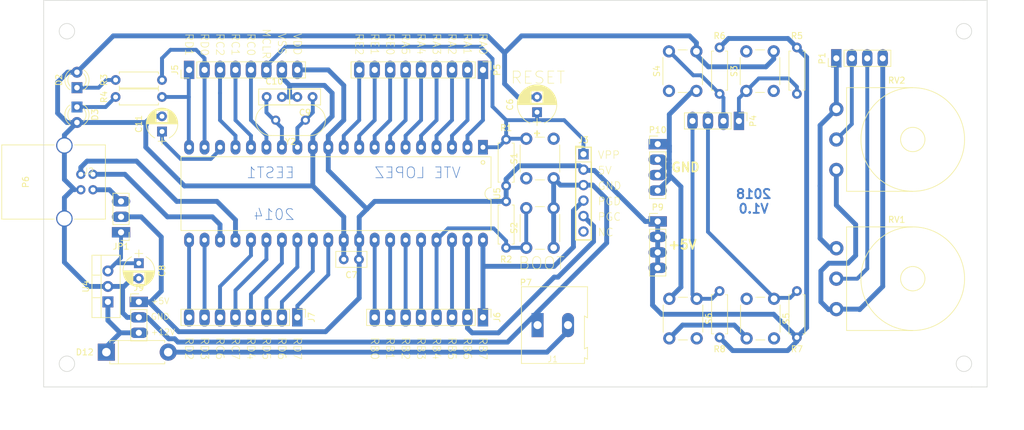
<source format=kicad_pcb>
(kicad_pcb (version 4) (host pcbnew 4.0.7)

  (general
    (links 235)
    (no_connects 14)
    (area 58.460999 32.969999 230.290572 148.75)
    (thickness 1.6)
    (drawings 81)
    (tracks 359)
    (zones 0)
    (modules 41)
    (nets 54)
  )

  (page A4)
  (title_block
    (title "Entrenador 4to 2018")
    (date 24/03/2018)
    (rev v1.0)
    (company "E.E.S.T. Nro 1")
  )

  (layers
    (0 F.Cu signal)
    (31 B.Cu signal)
    (32 B.Adhes user)
    (33 F.Adhes user)
    (34 B.Paste user)
    (35 F.Paste user)
    (36 B.SilkS user)
    (37 F.SilkS user)
    (38 B.Mask user)
    (39 F.Mask user)
    (40 Dwgs.User user)
    (41 Cmts.User user)
    (42 Eco1.User user)
    (43 Eco2.User user)
    (44 Edge.Cuts user)
    (45 Margin user)
    (46 B.CrtYd user)
    (47 F.CrtYd user)
    (48 B.Fab user)
    (49 F.Fab user)
  )

  (setup
    (last_trace_width 0.8)
    (trace_clearance 0.4)
    (zone_clearance 0.0144)
    (zone_45_only no)
    (trace_min 0.254)
    (segment_width 0.1)
    (edge_width 0.1)
    (via_size 0.889)
    (via_drill 0.635)
    (via_min_size 0.889)
    (via_min_drill 0.508)
    (uvia_size 0.508)
    (uvia_drill 0.127)
    (uvias_allowed no)
    (uvia_min_size 0.508)
    (uvia_min_drill 0.127)
    (pcb_text_width 0.3)
    (pcb_text_size 1.5 1.5)
    (mod_edge_width 0.15)
    (mod_text_size 1 1)
    (mod_text_width 0.15)
    (pad_size 7 7)
    (pad_drill 3.5)
    (pad_to_mask_clearance 0)
    (aux_axis_origin 69.85 135.89)
    (visible_elements 7FFFFFFF)
    (pcbplotparams
      (layerselection 0x00000_80000000)
      (usegerberextensions false)
      (excludeedgelayer false)
      (linewidth 0.100000)
      (plotframeref false)
      (viasonmask false)
      (mode 1)
      (useauxorigin false)
      (hpglpennumber 1)
      (hpglpenspeed 20)
      (hpglpendiameter 15)
      (hpglpenoverlay 2)
      (psnegative false)
      (psa4output false)
      (plotreference true)
      (plotvalue true)
      (plotinvisibletext false)
      (padsonsilk false)
      (subtractmaskfromsilk false)
      (outputformat 5)
      (mirror false)
      (drillshape 1)
      (scaleselection 1)
      (outputdirectory GerberOutput/))
  )

  (net 0 "")
  (net 1 RE2)
  (net 2 RE1)
  (net 3 RE0)
  (net 4 RD7)
  (net 5 RD6)
  (net 6 RD5)
  (net 7 RD4)
  (net 8 RD3)
  (net 9 RD2)
  (net 10 RD1)
  (net 11 RD0)
  (net 12 GND)
  (net 13 OSC1)
  (net 14 RA0)
  (net 15 RA1)
  (net 16 RA2)
  (net 17 RA3)
  (net 18 RA4)
  (net 19 RA5)
  (net 20 RB0)
  (net 21 RB1)
  (net 22 RB2)
  (net 23 RB3)
  (net 24 RB4)
  (net 25 RB5)
  (net 26 RC0)
  (net 27 RC1)
  (net 28 RC2)
  (net 29 RC6)
  (net 30 RC7)
  (net 31 +5VUSB)
  (net 32 "Net-(D2-Pad1)")
  (net 33 "Net-(D3-Pad1)")
  (net 34 Boton1)
  (net 35 Boton2)
  (net 36 Boton3)
  (net 37 Boton4)
  (net 38 "Net-(P1-Pad2)")
  (net 39 "Net-(P1-Pad3)")
  (net 40 MCRL)
  (net 41 "Net-(C8-Pad1)")
  (net 42 OSC2)
  (net 43 "Net-(C11-Pad1)")
  (net 44 RC4)
  (net 45 RC5)
  (net 46 PGC)
  (net 47 PGD)
  (net 48 VUR)
  (net 49 VDD)
  (net 50 "Net-(J3-Pad6)")
  (net 51 +12VFuente)
  (net 52 VrefAnalogica)
  (net 53 -VrefAnalogica)

  (net_class Default "This is the default net class."
    (clearance 0.4)
    (trace_width 0.8)
    (via_dia 0.889)
    (via_drill 0.635)
    (uvia_dia 0.508)
    (uvia_drill 0.127)
    (add_net +12VFuente)
    (add_net +5VUSB)
    (add_net -VrefAnalogica)
    (add_net GND)
    (add_net "Net-(AFF1-Pad8)")
    (add_net "Net-(AFF2-Pad8)")
    (add_net "Net-(AFF3-Pad8)")
    (add_net "Net-(AFF4-Pad8)")
    (add_net "Net-(D1-Pad2)")
    (add_net "Net-(J3-Pad6)")
    (add_net PGC)
    (add_net PGD)
    (add_net RC4)
    (add_net RC5)
    (add_net VDD)
    (add_net VUR)
    (add_net VrefAnalogica)
  )

  (net_class conexiones ""
    (clearance 0.4)
    (trace_width 0.635)
    (via_dia 0.889)
    (via_drill 0.635)
    (uvia_dia 0.508)
    (uvia_drill 0.127)
    (add_net /DisplayH)
    (add_net Boton1)
    (add_net Boton2)
    (add_net Boton3)
    (add_net Boton4)
    (add_net Disp1)
    (add_net Disp2)
    (add_net Disp3)
    (add_net Disp4)
    (add_net MCRL)
    (add_net "Net-(AFF1-Pad3)")
    (add_net "Net-(AFF2-Pad3)")
    (add_net "Net-(AFF3-Pad3)")
    (add_net "Net-(AFF4-Pad3)")
    (add_net "Net-(C11-Pad1)")
    (add_net "Net-(C8-Pad1)")
    (add_net "Net-(D10-Pad1)")
    (add_net "Net-(D11-Pad1)")
    (add_net "Net-(D2-Pad1)")
    (add_net "Net-(D3-Pad1)")
    (add_net "Net-(D4-Pad1)")
    (add_net "Net-(D5-Pad1)")
    (add_net "Net-(D6-Pad1)")
    (add_net "Net-(D7-Pad1)")
    (add_net "Net-(D8-Pad1)")
    (add_net "Net-(D9-Pad1)")
    (add_net "Net-(J11-Pad1)")
    (add_net "Net-(J11-Pad2)")
    (add_net "Net-(J11-Pad3)")
    (add_net "Net-(J11-Pad4)")
    (add_net "Net-(J11-Pad5)")
    (add_net "Net-(J11-Pad6)")
    (add_net "Net-(J11-Pad7)")
    (add_net "Net-(J11-Pad8)")
    (add_net "Net-(P1-Pad2)")
    (add_net "Net-(P1-Pad3)")
    (add_net "Net-(Q1-Pad2)")
    (add_net "Net-(Q2-Pad2)")
    (add_net "Net-(Q3-Pad2)")
    (add_net "Net-(Q4-Pad2)")
    (add_net "Net-(R10-Pad2)")
    (add_net "Net-(R11-Pad2)")
    (add_net "Net-(R12-Pad2)")
    (add_net "Net-(R13-Pad2)")
    (add_net "Net-(R14-Pad2)")
    (add_net "Net-(R15-Pad2)")
    (add_net "Net-(R16-Pad2)")
    (add_net "Net-(R9-Pad2)")
    (add_net OSC1)
    (add_net OSC2)
    (add_net RA0)
    (add_net RA1)
    (add_net RA2)
    (add_net RA3)
    (add_net RA4)
    (add_net RA5)
    (add_net RB0)
    (add_net RB1)
    (add_net RB2)
    (add_net RB3)
    (add_net RB4)
    (add_net RB5)
    (add_net RC0)
    (add_net RC1)
    (add_net RC2)
    (add_net RC6)
    (add_net RC7)
    (add_net RD0)
    (add_net RD1)
    (add_net RD2)
    (add_net RD3)
    (add_net RD4)
    (add_net RD5)
    (add_net RD6)
    (add_net RD7)
    (add_net RE0)
    (add_net RE1)
    (add_net RE2)
  )

  (net_class display ""
    (clearance 0.4)
    (trace_width 0.5)
    (via_dia 0.889)
    (via_drill 0.635)
    (uvia_dia 0.508)
    (uvia_drill 0.127)
    (add_net /Display_A)
    (add_net /Display_B)
    (add_net /Display_C)
    (add_net /Display_D)
    (add_net /a)
    (add_net /b)
    (add_net /c)
    (add_net /d)
    (add_net /e)
    (add_net /f)
    (add_net /g)
    (add_net /h)
    (add_net "Net-(R21-Pad1)")
    (add_net "Net-(R22-Pad1)")
    (add_net "Net-(R23-Pad1)")
    (add_net "Net-(R24-Pad1)")
    (add_net "Net-(R25-Pad1)")
    (add_net "Net-(R26-Pad1)")
    (add_net "Net-(R27-Pad1)")
  )

  (module USB_B (layer F.Cu) (tedit 55B36073) (tstamp 5A5B8E33)
    (at 74.136 107.315 180)
    (descr "USB B connector")
    (tags "USB_B USB_DEV")
    (path /5A5E6768)
    (fp_text reference P6 (at 11.05 1.27 270) (layer F.SilkS)
      (effects (font (size 1 1) (thickness 0.15)))
    )
    (fp_text value USB_B (at 4.7 1.27 270) (layer F.Fab)
      (effects (font (size 1 1) (thickness 0.15)))
    )
    (fp_line (start 15.25 8.9) (end -2.3 8.9) (layer F.CrtYd) (width 0.05))
    (fp_line (start -2.3 8.9) (end -2.3 -6.35) (layer F.CrtYd) (width 0.05))
    (fp_line (start -2.3 -6.35) (end 15.25 -6.35) (layer F.CrtYd) (width 0.05))
    (fp_line (start 15.25 -6.35) (end 15.25 8.9) (layer F.CrtYd) (width 0.05))
    (fp_line (start 6.35 7.37) (end 14.99 7.37) (layer F.SilkS) (width 0.12))
    (fp_line (start -2.03 7.37) (end 3.05 7.37) (layer F.SilkS) (width 0.12))
    (fp_line (start 6.35 -4.83) (end 14.99 -4.83) (layer F.SilkS) (width 0.12))
    (fp_line (start -2.03 -4.83) (end 3.05 -4.83) (layer F.SilkS) (width 0.12))
    (fp_line (start 14.99 -4.83) (end 14.99 7.37) (layer F.SilkS) (width 0.12))
    (fp_line (start -2.03 7.37) (end -2.03 -4.83) (layer F.SilkS) (width 0.12))
    (pad 2 thru_hole circle (at 0 2.54 90) (size 1.52 1.52) (drill 0.81) (layers *.Cu *.Mask)
      (net 44 RC4))
    (pad 1 thru_hole circle (at 0 0 90) (size 1.52 1.52) (drill 0.81) (layers *.Cu *.Mask)
      (net 31 +5VUSB))
    (pad 4 thru_hole circle (at 2 0 90) (size 1.52 1.52) (drill 0.81) (layers *.Cu *.Mask)
      (net 12 GND))
    (pad 3 thru_hole circle (at 2 2.54 90) (size 1.52 1.52) (drill 0.81) (layers *.Cu *.Mask)
      (net 45 RC5))
    (pad 5 thru_hole circle (at 4.7 7.27 90) (size 2.7 2.7) (drill 2.3) (layers *.Cu *.Mask)
      (net 12 GND))
    (pad 5 thru_hole circle (at 4.7 -4.73 90) (size 2.7 2.7) (drill 2.3) (layers *.Cu *.Mask)
      (net 12 GND))
    (model C:/Users/Admin/Dropbox/tecnica1/Entrenador4to2018/Modelos3d/usb_B.wrl
      (at (xyz 0.275 -0.05 0))
      (scale (xyz 1 1 1))
      (rotate (xyz 0 0 270))
    )
  )

  (module libreria:TerminalBlock_Altech_AK300-2_P5.00mm (layer F.Cu) (tedit 59FF0306) (tstamp 5A7B1443)
    (at 147.146 129.54)
    (descr "Altech AK300 terminal block, pitch 5.0mm, 45 degree angled, see http://www.mouser.com/ds/2/16/PCBMETRC-24178.pdf")
    (tags "Altech AK300 terminal block pitch 5.0mm")
    (path /5A6E6642)
    (fp_text reference P7 (at -1.92 -6.99) (layer F.SilkS)
      (effects (font (size 1 1) (thickness 0.15)))
    )
    (fp_text value CONN_01X02 (at 2.78 7.75) (layer F.Fab)
      (effects (font (size 1 1) (thickness 0.15)))
    )
    (fp_text user %R (at 2.5 -2) (layer F.Fab)
      (effects (font (size 1 1) (thickness 0.15)))
    )
    (fp_line (start -2.65 -6.3) (end -2.65 6.3) (layer F.SilkS) (width 0.12))
    (fp_line (start -2.65 6.3) (end 7.7 6.3) (layer F.SilkS) (width 0.12))
    (fp_line (start 7.7 6.3) (end 7.7 5.35) (layer F.SilkS) (width 0.12))
    (fp_line (start 7.7 5.35) (end 8.2 5.6) (layer F.SilkS) (width 0.12))
    (fp_line (start 8.2 5.6) (end 8.2 3.7) (layer F.SilkS) (width 0.12))
    (fp_line (start 8.2 3.7) (end 8.2 3.65) (layer F.SilkS) (width 0.12))
    (fp_line (start 8.2 3.65) (end 7.7 3.9) (layer F.SilkS) (width 0.12))
    (fp_line (start 7.7 3.9) (end 7.7 -1.5) (layer F.SilkS) (width 0.12))
    (fp_line (start 7.7 -1.5) (end 8.2 -1.2) (layer F.SilkS) (width 0.12))
    (fp_line (start 8.2 -1.2) (end 8.2 -6.3) (layer F.SilkS) (width 0.12))
    (fp_line (start 8.2 -6.3) (end -2.65 -6.3) (layer F.SilkS) (width 0.12))
    (fp_line (start -1.26 2.54) (end 1.28 2.54) (layer F.Fab) (width 0.1))
    (fp_line (start 1.28 2.54) (end 1.28 -0.25) (layer F.Fab) (width 0.1))
    (fp_line (start -1.26 -0.25) (end 1.28 -0.25) (layer F.Fab) (width 0.1))
    (fp_line (start -1.26 2.54) (end -1.26 -0.25) (layer F.Fab) (width 0.1))
    (fp_line (start 3.74 2.54) (end 6.28 2.54) (layer F.Fab) (width 0.1))
    (fp_line (start 6.28 2.54) (end 6.28 -0.25) (layer F.Fab) (width 0.1))
    (fp_line (start 3.74 -0.25) (end 6.28 -0.25) (layer F.Fab) (width 0.1))
    (fp_line (start 3.74 2.54) (end 3.74 -0.25) (layer F.Fab) (width 0.1))
    (fp_line (start 7.61 -6.22) (end 7.61 -3.17) (layer F.Fab) (width 0.1))
    (fp_line (start 7.61 -6.22) (end -2.58 -6.22) (layer F.Fab) (width 0.1))
    (fp_line (start 7.61 -6.22) (end 8.11 -6.22) (layer F.Fab) (width 0.1))
    (fp_line (start 8.11 -6.22) (end 8.11 -1.4) (layer F.Fab) (width 0.1))
    (fp_line (start 8.11 -1.4) (end 7.61 -1.65) (layer F.Fab) (width 0.1))
    (fp_line (start 8.11 5.46) (end 7.61 5.21) (layer F.Fab) (width 0.1))
    (fp_line (start 7.61 5.21) (end 7.61 6.22) (layer F.Fab) (width 0.1))
    (fp_line (start 8.11 3.81) (end 7.61 4.06) (layer F.Fab) (width 0.1))
    (fp_line (start 7.61 4.06) (end 7.61 5.21) (layer F.Fab) (width 0.1))
    (fp_line (start 8.11 3.81) (end 8.11 5.46) (layer F.Fab) (width 0.1))
    (fp_line (start 2.98 6.22) (end 2.98 4.32) (layer F.Fab) (width 0.1))
    (fp_line (start 7.05 -0.25) (end 7.05 4.32) (layer F.Fab) (width 0.1))
    (fp_line (start 2.98 6.22) (end 7.05 6.22) (layer F.Fab) (width 0.1))
    (fp_line (start 7.05 6.22) (end 7.61 6.22) (layer F.Fab) (width 0.1))
    (fp_line (start 2.04 6.22) (end 2.04 4.32) (layer F.Fab) (width 0.1))
    (fp_line (start 2.04 6.22) (end 2.98 6.22) (layer F.Fab) (width 0.1))
    (fp_line (start -2.02 -0.25) (end -2.02 4.32) (layer F.Fab) (width 0.1))
    (fp_line (start -2.58 6.22) (end -2.02 6.22) (layer F.Fab) (width 0.1))
    (fp_line (start -2.02 6.22) (end 2.04 6.22) (layer F.Fab) (width 0.1))
    (fp_line (start 2.98 4.32) (end 7.05 4.32) (layer F.Fab) (width 0.1))
    (fp_line (start 2.98 4.32) (end 2.98 -0.25) (layer F.Fab) (width 0.1))
    (fp_line (start 7.05 4.32) (end 7.05 6.22) (layer F.Fab) (width 0.1))
    (fp_line (start 2.04 4.32) (end -2.02 4.32) (layer F.Fab) (width 0.1))
    (fp_line (start 2.04 4.32) (end 2.04 -0.25) (layer F.Fab) (width 0.1))
    (fp_line (start -2.02 4.32) (end -2.02 6.22) (layer F.Fab) (width 0.1))
    (fp_line (start 6.67 3.68) (end 6.67 0.51) (layer F.Fab) (width 0.1))
    (fp_line (start 6.67 3.68) (end 3.36 3.68) (layer F.Fab) (width 0.1))
    (fp_line (start 3.36 3.68) (end 3.36 0.51) (layer F.Fab) (width 0.1))
    (fp_line (start 1.66 3.68) (end 1.66 0.51) (layer F.Fab) (width 0.1))
    (fp_line (start 1.66 3.68) (end -1.64 3.68) (layer F.Fab) (width 0.1))
    (fp_line (start -1.64 3.68) (end -1.64 0.51) (layer F.Fab) (width 0.1))
    (fp_line (start -1.64 0.51) (end -1.26 0.51) (layer F.Fab) (width 0.1))
    (fp_line (start 1.66 0.51) (end 1.28 0.51) (layer F.Fab) (width 0.1))
    (fp_line (start 3.36 0.51) (end 3.74 0.51) (layer F.Fab) (width 0.1))
    (fp_line (start 6.67 0.51) (end 6.28 0.51) (layer F.Fab) (width 0.1))
    (fp_line (start -2.58 6.22) (end -2.58 -0.64) (layer F.Fab) (width 0.1))
    (fp_line (start -2.58 -0.64) (end -2.58 -3.17) (layer F.Fab) (width 0.1))
    (fp_line (start 7.61 -1.65) (end 7.61 -0.64) (layer F.Fab) (width 0.1))
    (fp_line (start 7.61 -0.64) (end 7.61 4.06) (layer F.Fab) (width 0.1))
    (fp_line (start -2.58 -3.17) (end 7.61 -3.17) (layer F.Fab) (width 0.1))
    (fp_line (start -2.58 -3.17) (end -2.58 -6.22) (layer F.Fab) (width 0.1))
    (fp_line (start 7.61 -3.17) (end 7.61 -1.65) (layer F.Fab) (width 0.1))
    (fp_line (start 2.98 -3.43) (end 2.98 -5.97) (layer F.Fab) (width 0.1))
    (fp_line (start 2.98 -5.97) (end 7.05 -5.97) (layer F.Fab) (width 0.1))
    (fp_line (start 7.05 -5.97) (end 7.05 -3.43) (layer F.Fab) (width 0.1))
    (fp_line (start 7.05 -3.43) (end 2.98 -3.43) (layer F.Fab) (width 0.1))
    (fp_line (start 2.04 -3.43) (end 2.04 -5.97) (layer F.Fab) (width 0.1))
    (fp_line (start 2.04 -3.43) (end -2.02 -3.43) (layer F.Fab) (width 0.1))
    (fp_line (start -2.02 -3.43) (end -2.02 -5.97) (layer F.Fab) (width 0.1))
    (fp_line (start 2.04 -5.97) (end -2.02 -5.97) (layer F.Fab) (width 0.1))
    (fp_line (start 3.39 -4.45) (end 6.44 -5.08) (layer F.Fab) (width 0.1))
    (fp_line (start 3.52 -4.32) (end 6.56 -4.95) (layer F.Fab) (width 0.1))
    (fp_line (start -1.62 -4.45) (end 1.44 -5.08) (layer F.Fab) (width 0.1))
    (fp_line (start -1.49 -4.32) (end 1.56 -4.95) (layer F.Fab) (width 0.1))
    (fp_line (start -2.02 -0.25) (end -1.64 -0.25) (layer F.Fab) (width 0.1))
    (fp_line (start 2.04 -0.25) (end 1.66 -0.25) (layer F.Fab) (width 0.1))
    (fp_line (start 1.66 -0.25) (end -1.64 -0.25) (layer F.Fab) (width 0.1))
    (fp_line (start -2.58 -0.64) (end -1.64 -0.64) (layer F.Fab) (width 0.1))
    (fp_line (start -1.64 -0.64) (end 1.66 -0.64) (layer F.Fab) (width 0.1))
    (fp_line (start 1.66 -0.64) (end 3.36 -0.64) (layer F.Fab) (width 0.1))
    (fp_line (start 7.61 -0.64) (end 6.67 -0.64) (layer F.Fab) (width 0.1))
    (fp_line (start 6.67 -0.64) (end 3.36 -0.64) (layer F.Fab) (width 0.1))
    (fp_line (start 7.05 -0.25) (end 6.67 -0.25) (layer F.Fab) (width 0.1))
    (fp_line (start 2.98 -0.25) (end 3.36 -0.25) (layer F.Fab) (width 0.1))
    (fp_line (start 3.36 -0.25) (end 6.67 -0.25) (layer F.Fab) (width 0.1))
    (fp_line (start -2.83 -6.47) (end 8.36 -6.47) (layer F.CrtYd) (width 0.05))
    (fp_line (start -2.83 -6.47) (end -2.83 6.47) (layer F.CrtYd) (width 0.05))
    (fp_line (start 8.36 6.47) (end 8.36 -6.47) (layer F.CrtYd) (width 0.05))
    (fp_line (start 8.36 6.47) (end -2.83 6.47) (layer F.CrtYd) (width 0.05))
    (fp_arc (start 6.03 -4.59) (end 6.54 -5.05) (angle 90.5) (layer F.Fab) (width 0.1))
    (fp_arc (start 5.07 -6.07) (end 6.53 -4.12) (angle 75.5) (layer F.Fab) (width 0.1))
    (fp_arc (start 4.99 -3.71) (end 3.39 -5) (angle 100) (layer F.Fab) (width 0.1))
    (fp_arc (start 3.87 -4.65) (end 3.58 -4.13) (angle 104.2) (layer F.Fab) (width 0.1))
    (fp_arc (start 1.03 -4.59) (end 1.53 -5.05) (angle 90.5) (layer F.Fab) (width 0.1))
    (fp_arc (start 0.06 -6.07) (end 1.53 -4.12) (angle 75.5) (layer F.Fab) (width 0.1))
    (fp_arc (start -0.01 -3.71) (end -1.62 -5) (angle 100) (layer F.Fab) (width 0.1))
    (fp_arc (start -1.13 -4.65) (end -1.42 -4.13) (angle 104.2) (layer F.Fab) (width 0.1))
    (pad 1 thru_hole rect (at 0 0) (size 1.98 3.96) (drill 1.32) (layers *.Cu *.Mask)
      (net 12 GND))
    (pad 2 thru_hole oval (at 5 0) (size 1.98 3.96) (drill 1.32) (layers *.Cu *.Mask)
      (net 51 +12VFuente))
    (model ${KISYS3DMOD}/Terminal_Blocks.3dshapes/TerminalBlock_Altech_AK300-2_P5.00mm.wrl
      (at (xyz 0 0 0))
      (scale (xyz 1 1 1))
      (rotate (xyz 0 0 0))
    )
  )

  (module libreria:Socket_Strip_Straight_1x09_Pitch2.54mm (layer F.Cu) (tedit 5A79BD6F) (tstamp 5A7B1437)
    (at 138.176 87.63 270)
    (descr "Through hole straight socket strip, 1x09, 2.54mm pitch, single row")
    (tags "Through hole socket strip THT 1x09 2.54mm single row")
    (path /5A5C7776)
    (fp_text reference P5 (at 0 -2.33 270) (layer F.SilkS)
      (effects (font (size 1 1) (thickness 0.15)))
    )
    (fp_text value CONN_01X09 (at 0 22.65 270) (layer F.Fab)
      (effects (font (size 1 1) (thickness 0.15)))
    )
    (fp_line (start -1.27 -1.27) (end -1.27 21.59) (layer F.Fab) (width 0.1))
    (fp_line (start -1.27 21.59) (end 1.27 21.59) (layer F.Fab) (width 0.1))
    (fp_line (start 1.27 21.59) (end 1.27 -1.27) (layer F.Fab) (width 0.1))
    (fp_line (start 1.27 -1.27) (end -1.27 -1.27) (layer F.Fab) (width 0.1))
    (fp_line (start -1.33 1.27) (end -1.33 21.65) (layer F.SilkS) (width 0.12))
    (fp_line (start -1.33 21.65) (end 1.33 21.65) (layer F.SilkS) (width 0.12))
    (fp_line (start 1.33 21.65) (end 1.33 1.27) (layer F.SilkS) (width 0.12))
    (fp_line (start 1.33 1.27) (end -1.33 1.27) (layer F.SilkS) (width 0.12))
    (fp_line (start -1.33 0) (end -1.33 -1.33) (layer F.SilkS) (width 0.12))
    (fp_line (start -1.33 -1.33) (end 0 -1.33) (layer F.SilkS) (width 0.12))
    (fp_line (start -1.8 -1.8) (end -1.8 22.1) (layer F.CrtYd) (width 0.05))
    (fp_line (start -1.8 22.1) (end 1.8 22.1) (layer F.CrtYd) (width 0.05))
    (fp_line (start 1.8 22.1) (end 1.8 -1.8) (layer F.CrtYd) (width 0.05))
    (fp_line (start 1.8 -1.8) (end -1.8 -1.8) (layer F.CrtYd) (width 0.05))
    (fp_text user %R (at 0 -2.33 270) (layer F.Fab)
      (effects (font (size 1 1) (thickness 0.15)))
    )
    (pad 1 thru_hole rect (at 0 0 270) (size 3 1.7) (drill 1) (layers *.Cu *.Mask)
      (net 14 RA0))
    (pad 2 thru_hole oval (at 0 2.54 270) (size 3 1.7) (drill 1) (layers *.Cu *.Mask)
      (net 15 RA1))
    (pad 3 thru_hole oval (at 0 5.08 270) (size 3 1.7) (drill 1) (layers *.Cu *.Mask)
      (net 16 RA2))
    (pad 4 thru_hole oval (at 0 7.62 270) (size 3 1.7) (drill 1) (layers *.Cu *.Mask)
      (net 17 RA3))
    (pad 5 thru_hole oval (at 0 10.16 270) (size 3 1.7) (drill 1) (layers *.Cu *.Mask)
      (net 18 RA4))
    (pad 6 thru_hole oval (at 0 12.7 270) (size 3 1.7) (drill 1) (layers *.Cu *.Mask)
      (net 19 RA5))
    (pad 7 thru_hole oval (at 0 15.24 270) (size 3 1.7) (drill 1) (layers *.Cu *.Mask)
      (net 3 RE0))
    (pad 8 thru_hole oval (at 0 17.78 270) (size 3 1.7) (drill 1) (layers *.Cu *.Mask)
      (net 2 RE1))
    (pad 9 thru_hole oval (at 0 20.32 270) (size 3 1.7) (drill 1) (layers *.Cu *.Mask)
      (net 1 RE2))
    (model ../../../../../../Users/Admin/Dropbox/tecnica1/Entrenador4to2018/Modelos3d/PinSocket_1x09_P2.54mm_Vertical.wrl
      (at (xyz 0 0 0))
      (scale (xyz 1 1 1))
      (rotate (xyz 0 0 0))
    )
  )

  (module libreria:Pin_Header_Straight_1x03_Pitch2.54mm (layer F.Cu) (tedit 5A79CAFE) (tstamp 5A7B1420)
    (at 78.74 114.3 180)
    (descr "Through hole straight pin header, 1x03, 2.54mm pitch, single row")
    (tags "Through hole pin header THT 1x03 2.54mm single row")
    (path /5A60CAEE)
    (fp_text reference JP1 (at 0 -2.33 180) (layer F.SilkS)
      (effects (font (size 1 1) (thickness 0.15)))
    )
    (fp_text value JUMPER3 (at -3.175 -0.635 270) (layer F.Fab)
      (effects (font (size 1 1) (thickness 0.15)))
    )
    (fp_line (start -0.635 -1.27) (end 1.27 -1.27) (layer F.Fab) (width 0.1))
    (fp_line (start 1.27 -1.27) (end 1.27 6.35) (layer F.Fab) (width 0.1))
    (fp_line (start 1.27 6.35) (end -1.27 6.35) (layer F.Fab) (width 0.1))
    (fp_line (start -1.27 6.35) (end -1.27 -0.635) (layer F.Fab) (width 0.1))
    (fp_line (start -1.27 -0.635) (end -0.635 -1.27) (layer F.Fab) (width 0.1))
    (fp_line (start -1.33 6.41) (end 1.33 6.41) (layer F.SilkS) (width 0.12))
    (fp_line (start -1.33 1.27) (end -1.33 6.41) (layer F.SilkS) (width 0.12))
    (fp_line (start 1.33 1.27) (end 1.33 6.41) (layer F.SilkS) (width 0.12))
    (fp_line (start -1.33 1.27) (end 1.33 1.27) (layer F.SilkS) (width 0.12))
    (fp_line (start -1.33 0) (end -1.33 -1.33) (layer F.SilkS) (width 0.12))
    (fp_line (start -1.33 -1.33) (end 0 -1.33) (layer F.SilkS) (width 0.12))
    (fp_line (start -1.8 -1.8) (end -1.8 6.85) (layer F.CrtYd) (width 0.05))
    (fp_line (start -1.8 6.85) (end 1.8 6.85) (layer F.CrtYd) (width 0.05))
    (fp_line (start 1.8 6.85) (end 1.8 -1.8) (layer F.CrtYd) (width 0.05))
    (fp_line (start 1.8 -1.8) (end -1.8 -1.8) (layer F.CrtYd) (width 0.05))
    (fp_text user %R (at -0.635 -2.54 360) (layer F.Fab)
      (effects (font (size 1 1) (thickness 0.15)))
    )
    (pad 1 thru_hole rect (at 0 0 180) (size 3 1.7) (drill 1) (layers *.Cu *.Mask)
      (net 41 "Net-(C8-Pad1)"))
    (pad 2 thru_hole oval (at 0 2.54 180) (size 3 1.7) (drill 1) (layers *.Cu *.Mask)
      (net 49 VDD))
    (pad 3 thru_hole oval (at 0 5.08 180) (size 3 1.7) (drill 1) (layers *.Cu *.Mask)
      (net 31 +5VUSB))
    (model C:/Users/Admin/Dropbox/tecnica1/altium2kicad/Modelos3d/PinHeader_1x03_P2.54mm_Vertical.wrl
      (at (xyz 0 0 0))
      (scale (xyz 1 1 1))
      (rotate (xyz 0 0 0))
    )
    (model ../../../../../../Users/Admin/Dropbox/tecnica1/Entrenador4to2018/Modelos3d/PinHeader_1x03_P2.54mm_Vertical.wrl
      (at (xyz 0 0 0))
      (scale (xyz 1 1 1))
      (rotate (xyz 0 0 0))
    )
  )

  (module libreria:D_5W_P10.16mm_Horizontal (layer F.Cu) (tedit 5921392E) (tstamp 5A6D6B1B)
    (at 76.327 133.985)
    (descr "D, 5W series, Axial, Horizontal, pin pitch=10.16mm, , length*diameter=8.9*3.7mm^2, , http://www.diodes.com/_files/packages/8686949.gif")
    (tags "D 5W series Axial Horizontal pin pitch 10.16mm  length 8.9mm diameter 3.7mm")
    (path /5A60D459)
    (fp_text reference D12 (at -3.556 0) (layer F.SilkS)
      (effects (font (size 1 1) (thickness 0.15)))
    )
    (fp_text value 1n4004 (at 5.08 2.91) (layer F.Fab)
      (effects (font (size 1 1) (thickness 0.15)))
    )
    (fp_text user %R (at 5.08 0) (layer F.Fab)
      (effects (font (size 1 1) (thickness 0.15)))
    )
    (fp_line (start 0.63 -1.85) (end 0.63 1.85) (layer F.Fab) (width 0.1))
    (fp_line (start 0.63 1.85) (end 9.53 1.85) (layer F.Fab) (width 0.1))
    (fp_line (start 9.53 1.85) (end 9.53 -1.85) (layer F.Fab) (width 0.1))
    (fp_line (start 9.53 -1.85) (end 0.63 -1.85) (layer F.Fab) (width 0.1))
    (fp_line (start 0 0) (end 0.63 0) (layer F.Fab) (width 0.1))
    (fp_line (start 10.16 0) (end 9.53 0) (layer F.Fab) (width 0.1))
    (fp_line (start 1.965 -1.85) (end 1.965 1.85) (layer F.Fab) (width 0.1))
    (fp_line (start 0.57 -1.58) (end 0.57 -1.91) (layer F.SilkS) (width 0.12))
    (fp_line (start 0.57 -1.91) (end 9.59 -1.91) (layer F.SilkS) (width 0.12))
    (fp_line (start 9.59 -1.91) (end 9.59 -1.58) (layer F.SilkS) (width 0.12))
    (fp_line (start 0.57 1.58) (end 0.57 1.91) (layer F.SilkS) (width 0.12))
    (fp_line (start 0.57 1.91) (end 9.59 1.91) (layer F.SilkS) (width 0.12))
    (fp_line (start 9.59 1.91) (end 9.59 1.58) (layer F.SilkS) (width 0.12))
    (fp_line (start 1.965 -1.91) (end 1.965 1.91) (layer F.SilkS) (width 0.12))
    (fp_line (start -1.65 -2.2) (end -1.65 2.2) (layer F.CrtYd) (width 0.05))
    (fp_line (start -1.65 2.2) (end 11.85 2.2) (layer F.CrtYd) (width 0.05))
    (fp_line (start 11.85 2.2) (end 11.85 -2.2) (layer F.CrtYd) (width 0.05))
    (fp_line (start 11.85 -2.2) (end -1.65 -2.2) (layer F.CrtYd) (width 0.05))
    (pad 1 thru_hole rect (at 0 0) (size 2.8 2.8) (drill 1.4) (layers *.Cu *.Mask)
      (net 48 VUR))
    (pad 2 thru_hole oval (at 10.16 0) (size 2.8 2.8) (drill 1.4) (layers *.Cu *.Mask)
      (net 51 +12VFuente))
    (model C:/Users/Admin/Dropbox/tecnica1/altium2kicad/Modelos3d/D_5W_P10.16mm_Horizontal.wrl
      (at (xyz 0 0 0))
      (scale (xyz 1 1 1))
      (rotate (xyz 0 0 0))
    )
    (model ../../../../../../Users/Admin/Dropbox/tecnica1/Entrenador4to2018/Modelos3d/D_5W_P10.16mm_Horizontal.wrl
      (at (xyz 0 0 0))
      (scale (xyz 1 1 1))
      (rotate (xyz 0 0 0))
    )
  )

  (module libreria:Pin_Header_Straight_1x03_Pitch2.54mm (layer F.Cu) (tedit 5A79CAFE) (tstamp 5A5B9690)
    (at 81.661 125.73)
    (descr "Through hole straight pin header, 1x03, 2.54mm pitch, single row")
    (tags "Through hole pin header THT 1x03 2.54mm single row")
    (path /5A368A17)
    (fp_text reference J9 (at 0 -2.33) (layer F.SilkS)
      (effects (font (size 1 1) (thickness 0.15)))
    )
    (fp_text value 3vias (at -4.445 3.81) (layer F.Fab)
      (effects (font (size 1 1) (thickness 0.15)))
    )
    (fp_line (start -0.635 -1.27) (end 1.27 -1.27) (layer F.Fab) (width 0.1))
    (fp_line (start 1.27 -1.27) (end 1.27 6.35) (layer F.Fab) (width 0.1))
    (fp_line (start 1.27 6.35) (end -1.27 6.35) (layer F.Fab) (width 0.1))
    (fp_line (start -1.27 6.35) (end -1.27 -0.635) (layer F.Fab) (width 0.1))
    (fp_line (start -1.27 -0.635) (end -0.635 -1.27) (layer F.Fab) (width 0.1))
    (fp_line (start -1.33 6.41) (end 1.33 6.41) (layer F.SilkS) (width 0.12))
    (fp_line (start -1.33 1.27) (end -1.33 6.41) (layer F.SilkS) (width 0.12))
    (fp_line (start 1.33 1.27) (end 1.33 6.41) (layer F.SilkS) (width 0.12))
    (fp_line (start -1.33 1.27) (end 1.33 1.27) (layer F.SilkS) (width 0.12))
    (fp_line (start -1.33 0) (end -1.33 -1.33) (layer F.SilkS) (width 0.12))
    (fp_line (start -1.33 -1.33) (end 0 -1.33) (layer F.SilkS) (width 0.12))
    (fp_line (start -1.8 -1.8) (end -1.8 6.85) (layer F.CrtYd) (width 0.05))
    (fp_line (start -1.8 6.85) (end 1.8 6.85) (layer F.CrtYd) (width 0.05))
    (fp_line (start 1.8 6.85) (end 1.8 -1.8) (layer F.CrtYd) (width 0.05))
    (fp_line (start 1.8 -1.8) (end -1.8 -1.8) (layer F.CrtYd) (width 0.05))
    (fp_text user %R (at -2.54 2.54 90) (layer F.Fab)
      (effects (font (size 1 1) (thickness 0.15)))
    )
    (pad 1 thru_hole rect (at 0 0) (size 3 1.7) (drill 1) (layers *.Cu *.Mask)
      (net 49 VDD))
    (pad 2 thru_hole oval (at 0 2.54) (size 3 1.7) (drill 1) (layers *.Cu *.Mask)
      (net 12 GND))
    (pad 3 thru_hole oval (at 0 5.08) (size 3 1.7) (drill 1) (layers *.Cu *.Mask)
      (net 48 VUR))
    (model C:/Users/Admin/Dropbox/tecnica1/altium2kicad/Modelos3d/PinHeader_1x03_P2.54mm_Vertical.wrl
      (at (xyz 0 0 0))
      (scale (xyz 1 1 1))
      (rotate (xyz 0 0 0))
    )
    (model ../../../../../../Users/Admin/Dropbox/tecnica1/Entrenador4to2018/Modelos3d/PinHeader_1x03_P2.54mm_Vertical.wrl
      (at (xyz 0 0 0))
      (scale (xyz 1 1 1))
      (rotate (xyz 0 0 0))
    )
  )

  (module libreria:Socket_Strip_Straight_1x04_Pitch2.54mm (layer F.Cu) (tedit 5A79CA89) (tstamp 5A5A380F)
    (at 196.215 85.725 90)
    (descr "Through hole straight socket strip, 1x04, 2.54mm pitch, single row")
    (tags "Through hole socket strip THT 1x04 2.54mm single row")
    (path /5A5A69AC)
    (fp_text reference P1 (at 0 -2.33 90) (layer F.SilkS)
      (effects (font (size 1 1) (thickness 0.15)))
    )
    (fp_text value CONN_01X04 (at 0 9.95 90) (layer F.Fab)
      (effects (font (size 1 1) (thickness 0.15)))
    )
    (fp_line (start -1.27 -1.27) (end -1.27 8.89) (layer F.Fab) (width 0.1))
    (fp_line (start -1.27 8.89) (end 1.27 8.89) (layer F.Fab) (width 0.1))
    (fp_line (start 1.27 8.89) (end 1.27 -1.27) (layer F.Fab) (width 0.1))
    (fp_line (start 1.27 -1.27) (end -1.27 -1.27) (layer F.Fab) (width 0.1))
    (fp_line (start -1.33 1.27) (end -1.33 8.95) (layer F.SilkS) (width 0.12))
    (fp_line (start -1.33 8.95) (end 1.33 8.95) (layer F.SilkS) (width 0.12))
    (fp_line (start 1.33 8.95) (end 1.33 1.27) (layer F.SilkS) (width 0.12))
    (fp_line (start 1.33 1.27) (end -1.33 1.27) (layer F.SilkS) (width 0.12))
    (fp_line (start -1.33 0) (end -1.33 -1.33) (layer F.SilkS) (width 0.12))
    (fp_line (start -1.33 -1.33) (end 0 -1.33) (layer F.SilkS) (width 0.12))
    (fp_line (start -1.8 -1.8) (end -1.8 9.4) (layer F.CrtYd) (width 0.05))
    (fp_line (start -1.8 9.4) (end 1.8 9.4) (layer F.CrtYd) (width 0.05))
    (fp_line (start 1.8 9.4) (end 1.8 -1.8) (layer F.CrtYd) (width 0.05))
    (fp_line (start 1.8 -1.8) (end -1.8 -1.8) (layer F.CrtYd) (width 0.05))
    (fp_text user %R (at 0 -2.33 90) (layer F.Fab)
      (effects (font (size 1 1) (thickness 0.15)))
    )
    (pad 1 thru_hole rect (at 0 0 90) (size 3 1.7) (drill 1) (layers *.Cu *.Mask)
      (net 53 -VrefAnalogica))
    (pad 2 thru_hole oval (at 0 2.54 90) (size 3 1.7) (drill 1) (layers *.Cu *.Mask)
      (net 38 "Net-(P1-Pad2)"))
    (pad 3 thru_hole oval (at 0 5.08 90) (size 3 1.7) (drill 1) (layers *.Cu *.Mask)
      (net 39 "Net-(P1-Pad3)"))
    (pad 4 thru_hole oval (at 0 7.62 90) (size 3 1.7) (drill 1) (layers *.Cu *.Mask)
      (net 52 VrefAnalogica))
    (model C:/Users/Admin/Dropbox/tecnica1/altium2kicad/Modelos3d/PinSocket_1x04_P2.54mm_Vertical.wrl
      (at (xyz 0 0 0))
      (scale (xyz 1 1 1))
      (rotate (xyz 0 0 0))
    )
    (model ../../../../../../Users/Admin/Dropbox/tecnica1/Entrenador4to2018/Modelos3d/PinSocket_1x04_P2.54mm_Vertical.wrl
      (at (xyz 0 0 0))
      (scale (xyz 1 1 1))
      (rotate (xyz 0 0 0))
    )
  )

  (module libreria:Socket_Strip_Straight_1x04_Pitch2.54mm (layer F.Cu) (tedit 5A79CA89) (tstamp 5A5A3A25)
    (at 180.213 96.012 270)
    (descr "Through hole straight socket strip, 1x04, 2.54mm pitch, single row")
    (tags "Through hole socket strip THT 1x04 2.54mm single row")
    (path /5A5B19C5)
    (fp_text reference P4 (at 0 -2.33 270) (layer F.SilkS)
      (effects (font (size 1 1) (thickness 0.15)))
    )
    (fp_text value CONN_01X04 (at 2.667 3.429 360) (layer F.Fab)
      (effects (font (size 1 1) (thickness 0.15)))
    )
    (fp_line (start -1.27 -1.27) (end -1.27 8.89) (layer F.Fab) (width 0.1))
    (fp_line (start -1.27 8.89) (end 1.27 8.89) (layer F.Fab) (width 0.1))
    (fp_line (start 1.27 8.89) (end 1.27 -1.27) (layer F.Fab) (width 0.1))
    (fp_line (start 1.27 -1.27) (end -1.27 -1.27) (layer F.Fab) (width 0.1))
    (fp_line (start -1.33 1.27) (end -1.33 8.95) (layer F.SilkS) (width 0.12))
    (fp_line (start -1.33 8.95) (end 1.33 8.95) (layer F.SilkS) (width 0.12))
    (fp_line (start 1.33 8.95) (end 1.33 1.27) (layer F.SilkS) (width 0.12))
    (fp_line (start 1.33 1.27) (end -1.33 1.27) (layer F.SilkS) (width 0.12))
    (fp_line (start -1.33 0) (end -1.33 -1.33) (layer F.SilkS) (width 0.12))
    (fp_line (start -1.33 -1.33) (end 0 -1.33) (layer F.SilkS) (width 0.12))
    (fp_line (start -1.8 -1.8) (end -1.8 9.4) (layer F.CrtYd) (width 0.05))
    (fp_line (start -1.8 9.4) (end 1.8 9.4) (layer F.CrtYd) (width 0.05))
    (fp_line (start 1.8 9.4) (end 1.8 -1.8) (layer F.CrtYd) (width 0.05))
    (fp_line (start 1.8 -1.8) (end -1.8 -1.8) (layer F.CrtYd) (width 0.05))
    (fp_text user %R (at 0 -2.921 270) (layer F.Fab)
      (effects (font (size 1 1) (thickness 0.15)))
    )
    (pad 1 thru_hole rect (at 0 0 270) (size 3 1.7) (drill 1) (layers *.Cu *.Mask)
      (net 34 Boton1))
    (pad 2 thru_hole oval (at 0 2.54 270) (size 3 1.7) (drill 1) (layers *.Cu *.Mask)
      (net 35 Boton2))
    (pad 3 thru_hole oval (at 0 5.08 270) (size 3 1.7) (drill 1) (layers *.Cu *.Mask)
      (net 36 Boton3))
    (pad 4 thru_hole oval (at 0 7.62 270) (size 3 1.7) (drill 1) (layers *.Cu *.Mask)
      (net 37 Boton4))
    (model C:/Users/Admin/Dropbox/tecnica1/altium2kicad/Modelos3d/PinSocket_1x04_P2.54mm_Vertical.wrl
      (at (xyz 0 0 0))
      (scale (xyz 1 1 1))
      (rotate (xyz 0 0 0))
    )
    (model ../../../../../../Users/Admin/Dropbox/tecnica1/Entrenador4to2018/Modelos3d/PinSocket_1x04_P2.54mm_Vertical.wrl
      (at (xyz 0 0 0))
      (scale (xyz 1 1 1))
      (rotate (xyz 0 0 0))
    )
  )

  (module libreria:Socket_Strip_Straight_1x04_Pitch2.54mm (layer F.Cu) (tedit 5A79CA89) (tstamp 5A720FD7)
    (at 166.878 112.522)
    (descr "Through hole straight socket strip, 1x04, 2.54mm pitch, single row")
    (tags "Through hole socket strip THT 1x04 2.54mm single row")
    (path /5A72322A)
    (fp_text reference P9 (at 0 -2.33) (layer F.SilkS)
      (effects (font (size 1 1) (thickness 0.15)))
    )
    (fp_text value CONN_01X04 (at -2.667 3.302 90) (layer F.Fab)
      (effects (font (size 1 1) (thickness 0.15)))
    )
    (fp_line (start -1.27 -1.27) (end -1.27 8.89) (layer F.Fab) (width 0.1))
    (fp_line (start -1.27 8.89) (end 1.27 8.89) (layer F.Fab) (width 0.1))
    (fp_line (start 1.27 8.89) (end 1.27 -1.27) (layer F.Fab) (width 0.1))
    (fp_line (start 1.27 -1.27) (end -1.27 -1.27) (layer F.Fab) (width 0.1))
    (fp_line (start -1.33 1.27) (end -1.33 8.95) (layer F.SilkS) (width 0.12))
    (fp_line (start -1.33 8.95) (end 1.33 8.95) (layer F.SilkS) (width 0.12))
    (fp_line (start 1.33 8.95) (end 1.33 1.27) (layer F.SilkS) (width 0.12))
    (fp_line (start 1.33 1.27) (end -1.33 1.27) (layer F.SilkS) (width 0.12))
    (fp_line (start -1.33 0) (end -1.33 -1.33) (layer F.SilkS) (width 0.12))
    (fp_line (start -1.33 -1.33) (end 0 -1.33) (layer F.SilkS) (width 0.12))
    (fp_line (start -1.8 -1.8) (end -1.8 9.4) (layer F.CrtYd) (width 0.05))
    (fp_line (start -1.8 9.4) (end 1.8 9.4) (layer F.CrtYd) (width 0.05))
    (fp_line (start 1.8 9.4) (end 1.8 -1.8) (layer F.CrtYd) (width 0.05))
    (fp_line (start 1.8 -1.8) (end -1.8 -1.8) (layer F.CrtYd) (width 0.05))
    (fp_text user %R (at 0 -2.33) (layer F.Fab)
      (effects (font (size 1 1) (thickness 0.15)))
    )
    (pad 1 thru_hole rect (at 0 0) (size 3 1.7) (drill 1) (layers *.Cu *.Mask)
      (net 49 VDD))
    (pad 2 thru_hole oval (at 0 2.54) (size 3 1.7) (drill 1) (layers *.Cu *.Mask)
      (net 49 VDD))
    (pad 3 thru_hole oval (at 0 5.08) (size 3 1.7) (drill 1) (layers *.Cu *.Mask)
      (net 49 VDD))
    (pad 4 thru_hole oval (at 0 7.62) (size 3 1.7) (drill 1) (layers *.Cu *.Mask)
      (net 49 VDD))
    (model C:/Users/Admin/Dropbox/tecnica1/altium2kicad/Modelos3d/PinSocket_1x04_P2.54mm_Vertical.wrl
      (at (xyz 0 0 0))
      (scale (xyz 1 1 1))
      (rotate (xyz 0 0 0))
    )
    (model ../../../../../../Users/Admin/Dropbox/tecnica1/Entrenador4to2018/Modelos3d/PinSocket_1x04_P2.54mm_Vertical.wrl
      (at (xyz 0 0 0))
      (scale (xyz 1 1 1))
      (rotate (xyz 0 0 0))
    )
  )

  (module libreria:Socket_Strip_Straight_1x04_Pitch2.54mm (layer F.Cu) (tedit 5A79CA89) (tstamp 5A720FEE)
    (at 166.878 99.822)
    (descr "Through hole straight socket strip, 1x04, 2.54mm pitch, single row")
    (tags "Through hole socket strip THT 1x04 2.54mm single row")
    (path /5A723EA4)
    (fp_text reference P10 (at 0 -2.33) (layer F.SilkS)
      (effects (font (size 1 1) (thickness 0.15)))
    )
    (fp_text value CONN_01X04 (at -2.794 3.81 90) (layer F.Fab)
      (effects (font (size 1 1) (thickness 0.15)))
    )
    (fp_line (start -1.27 -1.27) (end -1.27 8.89) (layer F.Fab) (width 0.1))
    (fp_line (start -1.27 8.89) (end 1.27 8.89) (layer F.Fab) (width 0.1))
    (fp_line (start 1.27 8.89) (end 1.27 -1.27) (layer F.Fab) (width 0.1))
    (fp_line (start 1.27 -1.27) (end -1.27 -1.27) (layer F.Fab) (width 0.1))
    (fp_line (start -1.33 1.27) (end -1.33 8.95) (layer F.SilkS) (width 0.12))
    (fp_line (start -1.33 8.95) (end 1.33 8.95) (layer F.SilkS) (width 0.12))
    (fp_line (start 1.33 8.95) (end 1.33 1.27) (layer F.SilkS) (width 0.12))
    (fp_line (start 1.33 1.27) (end -1.33 1.27) (layer F.SilkS) (width 0.12))
    (fp_line (start -1.33 0) (end -1.33 -1.33) (layer F.SilkS) (width 0.12))
    (fp_line (start -1.33 -1.33) (end 0 -1.33) (layer F.SilkS) (width 0.12))
    (fp_line (start -1.8 -1.8) (end -1.8 9.4) (layer F.CrtYd) (width 0.05))
    (fp_line (start -1.8 9.4) (end 1.8 9.4) (layer F.CrtYd) (width 0.05))
    (fp_line (start 1.8 9.4) (end 1.8 -1.8) (layer F.CrtYd) (width 0.05))
    (fp_line (start 1.8 -1.8) (end -1.8 -1.8) (layer F.CrtYd) (width 0.05))
    (fp_text user %R (at 0 -2.33) (layer F.Fab)
      (effects (font (size 1 1) (thickness 0.15)))
    )
    (pad 1 thru_hole rect (at 0 0) (size 3 1.7) (drill 1) (layers *.Cu *.Mask)
      (net 12 GND))
    (pad 2 thru_hole oval (at 0 2.54) (size 3 1.7) (drill 1) (layers *.Cu *.Mask)
      (net 12 GND))
    (pad 3 thru_hole oval (at 0 5.08) (size 3 1.7) (drill 1) (layers *.Cu *.Mask)
      (net 12 GND))
    (pad 4 thru_hole oval (at 0 7.62) (size 3 1.7) (drill 1) (layers *.Cu *.Mask)
      (net 12 GND))
    (model C:/Users/Admin/Dropbox/tecnica1/altium2kicad/Modelos3d/PinSocket_1x04_P2.54mm_Vertical.wrl
      (at (xyz 0 0 0))
      (scale (xyz 1 1 1))
      (rotate (xyz 0 0 0))
    )
    (model ../../../../../../Users/Admin/Dropbox/tecnica1/Entrenador4to2018/Modelos3d/PinSocket_1x04_P2.54mm_Vertical.wrl
      (at (xyz 0 0 0))
      (scale (xyz 1 1 1))
      (rotate (xyz 0 0 0))
    )
  )

  (module libreria:Crystal_HC49-4H_Vertical (layer F.Cu) (tedit 58CD2E9C) (tstamp 5A6D6D2D)
    (at 109.02 95.885 180)
    (descr "Crystal THT HC-49-4H http://5hertz.com/pdfs/04404_D.pdf")
    (tags "THT crystalHC-49-4H")
    (path /5A61A552)
    (fp_text reference Y2 (at 2.44 -3.525 180) (layer F.SilkS)
      (effects (font (size 1 1) (thickness 0.15)))
    )
    (fp_text value 20MHz (at 2.44 3.525 180) (layer F.Fab)
      (effects (font (size 1 1) (thickness 0.15)))
    )
    (fp_text user %R (at 2.44 0 180) (layer F.Fab)
      (effects (font (size 1 1) (thickness 0.15)))
    )
    (fp_line (start -0.76 -2.325) (end 5.64 -2.325) (layer F.Fab) (width 0.1))
    (fp_line (start -0.76 2.325) (end 5.64 2.325) (layer F.Fab) (width 0.1))
    (fp_line (start -0.56 -2) (end 5.44 -2) (layer F.Fab) (width 0.1))
    (fp_line (start -0.56 2) (end 5.44 2) (layer F.Fab) (width 0.1))
    (fp_line (start -0.76 -2.525) (end 5.64 -2.525) (layer F.SilkS) (width 0.12))
    (fp_line (start -0.76 2.525) (end 5.64 2.525) (layer F.SilkS) (width 0.12))
    (fp_line (start -3.6 -2.8) (end -3.6 2.8) (layer F.CrtYd) (width 0.05))
    (fp_line (start -3.6 2.8) (end 8.5 2.8) (layer F.CrtYd) (width 0.05))
    (fp_line (start 8.5 2.8) (end 8.5 -2.8) (layer F.CrtYd) (width 0.05))
    (fp_line (start 8.5 -2.8) (end -3.6 -2.8) (layer F.CrtYd) (width 0.05))
    (fp_arc (start -0.76 0) (end -0.76 -2.325) (angle -180) (layer F.Fab) (width 0.1))
    (fp_arc (start 5.64 0) (end 5.64 -2.325) (angle 180) (layer F.Fab) (width 0.1))
    (fp_arc (start -0.56 0) (end -0.56 -2) (angle -180) (layer F.Fab) (width 0.1))
    (fp_arc (start 5.44 0) (end 5.44 -2) (angle 180) (layer F.Fab) (width 0.1))
    (fp_arc (start -0.76 0) (end -0.76 -2.525) (angle -180) (layer F.SilkS) (width 0.12))
    (fp_arc (start 5.64 0) (end 5.64 -2.525) (angle 180) (layer F.SilkS) (width 0.12))
    (pad 1 thru_hole circle (at 0 0 180) (size 1.5 1.5) (drill 0.8) (layers *.Cu *.Mask)
      (net 13 OSC1))
    (pad 2 thru_hole circle (at 4.88 0 180) (size 1.5 1.5) (drill 0.8) (layers *.Cu *.Mask)
      (net 42 OSC2))
    (model C:/Users/Admin/Dropbox/tecnica1/altium2kicad/Modelos3d/Crystal_HC49-4H_Vertical.wrl
      (at (xyz 0 0 0))
      (scale (xyz 1 1 1))
      (rotate (xyz 0 0 0))
    )
    (model ../../../../../../Users/Admin/Dropbox/tecnica1/Entrenador4to2018/Modelos3d/Crystal_HC49-4H_Vertical.wrl
      (at (xyz 0 0 0))
      (scale (xyz 1 1 1))
      (rotate (xyz 0 0 0))
    )
  )

  (module libreria:C_Disc_D5.0mm_W2.5mm_P2.50mm (layer F.Cu) (tedit 597BC7C2) (tstamp 5A5B8E09)
    (at 102.656 92.075)
    (descr "C, Disc series, Radial, pin pitch=2.50mm, , diameter*width=5*2.5mm^2, Capacitor, http://cdn-reichelt.de/documents/datenblatt/B300/DS_KERKO_TC.pdf")
    (tags "C Disc series Radial pin pitch 2.50mm  diameter 5mm width 2.5mm Capacitor")
    (path /5A61A476)
    (fp_text reference C10 (at 1.25 -2.56) (layer F.SilkS)
      (effects (font (size 1 1) (thickness 0.15)))
    )
    (fp_text value 22pf (at 1.25 2.56) (layer F.Fab)
      (effects (font (size 1 1) (thickness 0.15)))
    )
    (fp_line (start -1.25 -1.25) (end -1.25 1.25) (layer F.Fab) (width 0.1))
    (fp_line (start -1.25 1.25) (end 3.75 1.25) (layer F.Fab) (width 0.1))
    (fp_line (start 3.75 1.25) (end 3.75 -1.25) (layer F.Fab) (width 0.1))
    (fp_line (start 3.75 -1.25) (end -1.25 -1.25) (layer F.Fab) (width 0.1))
    (fp_line (start -1.31 -1.31) (end 3.81 -1.31) (layer F.SilkS) (width 0.12))
    (fp_line (start -1.31 1.31) (end 3.81 1.31) (layer F.SilkS) (width 0.12))
    (fp_line (start -1.31 -1.31) (end -1.31 1.31) (layer F.SilkS) (width 0.12))
    (fp_line (start 3.81 -1.31) (end 3.81 1.31) (layer F.SilkS) (width 0.12))
    (fp_line (start -1.6 -1.6) (end -1.6 1.6) (layer F.CrtYd) (width 0.05))
    (fp_line (start -1.6 1.6) (end 4.1 1.6) (layer F.CrtYd) (width 0.05))
    (fp_line (start 4.1 1.6) (end 4.1 -1.6) (layer F.CrtYd) (width 0.05))
    (fp_line (start 4.1 -1.6) (end -1.6 -1.6) (layer F.CrtYd) (width 0.05))
    (fp_text user %R (at 1.25 0) (layer F.Fab)
      (effects (font (size 1 1) (thickness 0.15)))
    )
    (pad 1 thru_hole circle (at 0 0) (size 1.6 1.6) (drill 0.8) (layers *.Cu *.Mask)
      (net 42 OSC2))
    (pad 2 thru_hole circle (at 2.5 0) (size 1.6 1.6) (drill 0.8) (layers *.Cu *.Mask)
      (net 12 GND))
    (model C:/Users/Admin/Dropbox/tecnica1/altium2kicad/Modelos3d/C_Disc_D5.0mm_W2.5mm_P2.50mm.wrl
      (at (xyz 0 0 0))
      (scale (xyz 1 1 1))
      (rotate (xyz 0 0 0))
    )
    (model ../../../../../../Users/Admin/Dropbox/tecnica1/Entrenador4to2018/Modelos3d/C_Disc_D5.0mm_W2.5mm_P2.50mm.wrl
      (at (xyz 0 0 0))
      (scale (xyz 1 1 1))
      (rotate (xyz 0 0 0))
    )
  )

  (module libreria:C_Disc_D5.0mm_W2.5mm_P2.50mm (layer F.Cu) (tedit 597BC7C2) (tstamp 5A5B8E03)
    (at 110.196 92.075 180)
    (descr "C, Disc series, Radial, pin pitch=2.50mm, , diameter*width=5*2.5mm^2, Capacitor, http://cdn-reichelt.de/documents/datenblatt/B300/DS_KERKO_TC.pdf")
    (tags "C Disc series Radial pin pitch 2.50mm  diameter 5mm width 2.5mm Capacitor")
    (path /5A61A339)
    (fp_text reference C9 (at 1.25 -2.56 180) (layer F.SilkS)
      (effects (font (size 1 1) (thickness 0.15)))
    )
    (fp_text value 22pf (at 1.25 2.56 180) (layer F.Fab)
      (effects (font (size 1 1) (thickness 0.15)))
    )
    (fp_line (start -1.25 -1.25) (end -1.25 1.25) (layer F.Fab) (width 0.1))
    (fp_line (start -1.25 1.25) (end 3.75 1.25) (layer F.Fab) (width 0.1))
    (fp_line (start 3.75 1.25) (end 3.75 -1.25) (layer F.Fab) (width 0.1))
    (fp_line (start 3.75 -1.25) (end -1.25 -1.25) (layer F.Fab) (width 0.1))
    (fp_line (start -1.31 -1.31) (end 3.81 -1.31) (layer F.SilkS) (width 0.12))
    (fp_line (start -1.31 1.31) (end 3.81 1.31) (layer F.SilkS) (width 0.12))
    (fp_line (start -1.31 -1.31) (end -1.31 1.31) (layer F.SilkS) (width 0.12))
    (fp_line (start 3.81 -1.31) (end 3.81 1.31) (layer F.SilkS) (width 0.12))
    (fp_line (start -1.6 -1.6) (end -1.6 1.6) (layer F.CrtYd) (width 0.05))
    (fp_line (start -1.6 1.6) (end 4.1 1.6) (layer F.CrtYd) (width 0.05))
    (fp_line (start 4.1 1.6) (end 4.1 -1.6) (layer F.CrtYd) (width 0.05))
    (fp_line (start 4.1 -1.6) (end -1.6 -1.6) (layer F.CrtYd) (width 0.05))
    (fp_text user %R (at 1.25 0 180) (layer F.Fab)
      (effects (font (size 1 1) (thickness 0.15)))
    )
    (pad 1 thru_hole circle (at 0 0 180) (size 1.6 1.6) (drill 0.8) (layers *.Cu *.Mask)
      (net 13 OSC1))
    (pad 2 thru_hole circle (at 2.5 0 180) (size 1.6 1.6) (drill 0.8) (layers *.Cu *.Mask)
      (net 12 GND))
    (model C:/Users/Admin/Dropbox/tecnica1/altium2kicad/Modelos3d/C_Disc_D5.0mm_W2.5mm_P2.50mm.wrl
      (at (xyz 0 0 0))
      (scale (xyz 1 1 1))
      (rotate (xyz 0 0 0))
    )
    (model ../../../../../../Users/Admin/Dropbox/tecnica1/Entrenador4to2018/Modelos3d/C_Disc_D5.0mm_W2.5mm_P2.50mm.wrl
      (at (xyz 0 0 0))
      (scale (xyz 1 1 1))
      (rotate (xyz 0 0 0))
    )
  )

  (module libreria:CP_Radial_D5.0mm_P2.50mm (layer F.Cu) (tedit 597BC7C2) (tstamp 5A5B8DFD)
    (at 81.661 119.38 270)
    (descr "CP, Radial series, Radial, pin pitch=2.50mm, , diameter=5mm, Electrolytic Capacitor")
    (tags "CP Radial series Radial pin pitch 2.50mm  diameter 5mm Electrolytic Capacitor")
    (path /5A60CA15)
    (fp_text reference C8 (at 1.25 -3.81 270) (layer F.SilkS)
      (effects (font (size 1 1) (thickness 0.15)))
    )
    (fp_text value 47uf (at 1.27 -3.81 270) (layer F.Fab)
      (effects (font (size 1 1) (thickness 0.15)))
    )
    (fp_arc (start 1.25 0) (end -1.05558 -1.18) (angle 125.8) (layer F.SilkS) (width 0.12))
    (fp_arc (start 1.25 0) (end -1.05558 1.18) (angle -125.8) (layer F.SilkS) (width 0.12))
    (fp_arc (start 1.25 0) (end 3.55558 -1.18) (angle 54.2) (layer F.SilkS) (width 0.12))
    (fp_circle (center 1.25 0) (end 3.75 0) (layer F.Fab) (width 0.1))
    (fp_line (start -2.2 0) (end -1 0) (layer F.Fab) (width 0.1))
    (fp_line (start -1.6 -0.65) (end -1.6 0.65) (layer F.Fab) (width 0.1))
    (fp_line (start 1.25 -2.55) (end 1.25 2.55) (layer F.SilkS) (width 0.12))
    (fp_line (start 1.29 -2.55) (end 1.29 2.55) (layer F.SilkS) (width 0.12))
    (fp_line (start 1.33 -2.549) (end 1.33 2.549) (layer F.SilkS) (width 0.12))
    (fp_line (start 1.37 -2.548) (end 1.37 2.548) (layer F.SilkS) (width 0.12))
    (fp_line (start 1.41 -2.546) (end 1.41 2.546) (layer F.SilkS) (width 0.12))
    (fp_line (start 1.45 -2.543) (end 1.45 2.543) (layer F.SilkS) (width 0.12))
    (fp_line (start 1.49 -2.539) (end 1.49 2.539) (layer F.SilkS) (width 0.12))
    (fp_line (start 1.53 -2.535) (end 1.53 -0.98) (layer F.SilkS) (width 0.12))
    (fp_line (start 1.53 0.98) (end 1.53 2.535) (layer F.SilkS) (width 0.12))
    (fp_line (start 1.57 -2.531) (end 1.57 -0.98) (layer F.SilkS) (width 0.12))
    (fp_line (start 1.57 0.98) (end 1.57 2.531) (layer F.SilkS) (width 0.12))
    (fp_line (start 1.61 -2.525) (end 1.61 -0.98) (layer F.SilkS) (width 0.12))
    (fp_line (start 1.61 0.98) (end 1.61 2.525) (layer F.SilkS) (width 0.12))
    (fp_line (start 1.65 -2.519) (end 1.65 -0.98) (layer F.SilkS) (width 0.12))
    (fp_line (start 1.65 0.98) (end 1.65 2.519) (layer F.SilkS) (width 0.12))
    (fp_line (start 1.69 -2.513) (end 1.69 -0.98) (layer F.SilkS) (width 0.12))
    (fp_line (start 1.69 0.98) (end 1.69 2.513) (layer F.SilkS) (width 0.12))
    (fp_line (start 1.73 -2.506) (end 1.73 -0.98) (layer F.SilkS) (width 0.12))
    (fp_line (start 1.73 0.98) (end 1.73 2.506) (layer F.SilkS) (width 0.12))
    (fp_line (start 1.77 -2.498) (end 1.77 -0.98) (layer F.SilkS) (width 0.12))
    (fp_line (start 1.77 0.98) (end 1.77 2.498) (layer F.SilkS) (width 0.12))
    (fp_line (start 1.81 -2.489) (end 1.81 -0.98) (layer F.SilkS) (width 0.12))
    (fp_line (start 1.81 0.98) (end 1.81 2.489) (layer F.SilkS) (width 0.12))
    (fp_line (start 1.85 -2.48) (end 1.85 -0.98) (layer F.SilkS) (width 0.12))
    (fp_line (start 1.85 0.98) (end 1.85 2.48) (layer F.SilkS) (width 0.12))
    (fp_line (start 1.89 -2.47) (end 1.89 -0.98) (layer F.SilkS) (width 0.12))
    (fp_line (start 1.89 0.98) (end 1.89 2.47) (layer F.SilkS) (width 0.12))
    (fp_line (start 1.93 -2.46) (end 1.93 -0.98) (layer F.SilkS) (width 0.12))
    (fp_line (start 1.93 0.98) (end 1.93 2.46) (layer F.SilkS) (width 0.12))
    (fp_line (start 1.971 -2.448) (end 1.971 -0.98) (layer F.SilkS) (width 0.12))
    (fp_line (start 1.971 0.98) (end 1.971 2.448) (layer F.SilkS) (width 0.12))
    (fp_line (start 2.011 -2.436) (end 2.011 -0.98) (layer F.SilkS) (width 0.12))
    (fp_line (start 2.011 0.98) (end 2.011 2.436) (layer F.SilkS) (width 0.12))
    (fp_line (start 2.051 -2.424) (end 2.051 -0.98) (layer F.SilkS) (width 0.12))
    (fp_line (start 2.051 0.98) (end 2.051 2.424) (layer F.SilkS) (width 0.12))
    (fp_line (start 2.091 -2.41) (end 2.091 -0.98) (layer F.SilkS) (width 0.12))
    (fp_line (start 2.091 0.98) (end 2.091 2.41) (layer F.SilkS) (width 0.12))
    (fp_line (start 2.131 -2.396) (end 2.131 -0.98) (layer F.SilkS) (width 0.12))
    (fp_line (start 2.131 0.98) (end 2.131 2.396) (layer F.SilkS) (width 0.12))
    (fp_line (start 2.171 -2.382) (end 2.171 -0.98) (layer F.SilkS) (width 0.12))
    (fp_line (start 2.171 0.98) (end 2.171 2.382) (layer F.SilkS) (width 0.12))
    (fp_line (start 2.211 -2.366) (end 2.211 -0.98) (layer F.SilkS) (width 0.12))
    (fp_line (start 2.211 0.98) (end 2.211 2.366) (layer F.SilkS) (width 0.12))
    (fp_line (start 2.251 -2.35) (end 2.251 -0.98) (layer F.SilkS) (width 0.12))
    (fp_line (start 2.251 0.98) (end 2.251 2.35) (layer F.SilkS) (width 0.12))
    (fp_line (start 2.291 -2.333) (end 2.291 -0.98) (layer F.SilkS) (width 0.12))
    (fp_line (start 2.291 0.98) (end 2.291 2.333) (layer F.SilkS) (width 0.12))
    (fp_line (start 2.331 -2.315) (end 2.331 -0.98) (layer F.SilkS) (width 0.12))
    (fp_line (start 2.331 0.98) (end 2.331 2.315) (layer F.SilkS) (width 0.12))
    (fp_line (start 2.371 -2.296) (end 2.371 -0.98) (layer F.SilkS) (width 0.12))
    (fp_line (start 2.371 0.98) (end 2.371 2.296) (layer F.SilkS) (width 0.12))
    (fp_line (start 2.411 -2.276) (end 2.411 -0.98) (layer F.SilkS) (width 0.12))
    (fp_line (start 2.411 0.98) (end 2.411 2.276) (layer F.SilkS) (width 0.12))
    (fp_line (start 2.451 -2.256) (end 2.451 -0.98) (layer F.SilkS) (width 0.12))
    (fp_line (start 2.451 0.98) (end 2.451 2.256) (layer F.SilkS) (width 0.12))
    (fp_line (start 2.491 -2.234) (end 2.491 -0.98) (layer F.SilkS) (width 0.12))
    (fp_line (start 2.491 0.98) (end 2.491 2.234) (layer F.SilkS) (width 0.12))
    (fp_line (start 2.531 -2.212) (end 2.531 -0.98) (layer F.SilkS) (width 0.12))
    (fp_line (start 2.531 0.98) (end 2.531 2.212) (layer F.SilkS) (width 0.12))
    (fp_line (start 2.571 -2.189) (end 2.571 -0.98) (layer F.SilkS) (width 0.12))
    (fp_line (start 2.571 0.98) (end 2.571 2.189) (layer F.SilkS) (width 0.12))
    (fp_line (start 2.611 -2.165) (end 2.611 -0.98) (layer F.SilkS) (width 0.12))
    (fp_line (start 2.611 0.98) (end 2.611 2.165) (layer F.SilkS) (width 0.12))
    (fp_line (start 2.651 -2.14) (end 2.651 -0.98) (layer F.SilkS) (width 0.12))
    (fp_line (start 2.651 0.98) (end 2.651 2.14) (layer F.SilkS) (width 0.12))
    (fp_line (start 2.691 -2.113) (end 2.691 -0.98) (layer F.SilkS) (width 0.12))
    (fp_line (start 2.691 0.98) (end 2.691 2.113) (layer F.SilkS) (width 0.12))
    (fp_line (start 2.731 -2.086) (end 2.731 -0.98) (layer F.SilkS) (width 0.12))
    (fp_line (start 2.731 0.98) (end 2.731 2.086) (layer F.SilkS) (width 0.12))
    (fp_line (start 2.771 -2.058) (end 2.771 -0.98) (layer F.SilkS) (width 0.12))
    (fp_line (start 2.771 0.98) (end 2.771 2.058) (layer F.SilkS) (width 0.12))
    (fp_line (start 2.811 -2.028) (end 2.811 -0.98) (layer F.SilkS) (width 0.12))
    (fp_line (start 2.811 0.98) (end 2.811 2.028) (layer F.SilkS) (width 0.12))
    (fp_line (start 2.851 -1.997) (end 2.851 -0.98) (layer F.SilkS) (width 0.12))
    (fp_line (start 2.851 0.98) (end 2.851 1.997) (layer F.SilkS) (width 0.12))
    (fp_line (start 2.891 -1.965) (end 2.891 -0.98) (layer F.SilkS) (width 0.12))
    (fp_line (start 2.891 0.98) (end 2.891 1.965) (layer F.SilkS) (width 0.12))
    (fp_line (start 2.931 -1.932) (end 2.931 -0.98) (layer F.SilkS) (width 0.12))
    (fp_line (start 2.931 0.98) (end 2.931 1.932) (layer F.SilkS) (width 0.12))
    (fp_line (start 2.971 -1.897) (end 2.971 -0.98) (layer F.SilkS) (width 0.12))
    (fp_line (start 2.971 0.98) (end 2.971 1.897) (layer F.SilkS) (width 0.12))
    (fp_line (start 3.011 -1.861) (end 3.011 -0.98) (layer F.SilkS) (width 0.12))
    (fp_line (start 3.011 0.98) (end 3.011 1.861) (layer F.SilkS) (width 0.12))
    (fp_line (start 3.051 -1.823) (end 3.051 -0.98) (layer F.SilkS) (width 0.12))
    (fp_line (start 3.051 0.98) (end 3.051 1.823) (layer F.SilkS) (width 0.12))
    (fp_line (start 3.091 -1.783) (end 3.091 -0.98) (layer F.SilkS) (width 0.12))
    (fp_line (start 3.091 0.98) (end 3.091 1.783) (layer F.SilkS) (width 0.12))
    (fp_line (start 3.131 -1.742) (end 3.131 -0.98) (layer F.SilkS) (width 0.12))
    (fp_line (start 3.131 0.98) (end 3.131 1.742) (layer F.SilkS) (width 0.12))
    (fp_line (start 3.171 -1.699) (end 3.171 -0.98) (layer F.SilkS) (width 0.12))
    (fp_line (start 3.171 0.98) (end 3.171 1.699) (layer F.SilkS) (width 0.12))
    (fp_line (start 3.211 -1.654) (end 3.211 -0.98) (layer F.SilkS) (width 0.12))
    (fp_line (start 3.211 0.98) (end 3.211 1.654) (layer F.SilkS) (width 0.12))
    (fp_line (start 3.251 -1.606) (end 3.251 -0.98) (layer F.SilkS) (width 0.12))
    (fp_line (start 3.251 0.98) (end 3.251 1.606) (layer F.SilkS) (width 0.12))
    (fp_line (start 3.291 -1.556) (end 3.291 -0.98) (layer F.SilkS) (width 0.12))
    (fp_line (start 3.291 0.98) (end 3.291 1.556) (layer F.SilkS) (width 0.12))
    (fp_line (start 3.331 -1.504) (end 3.331 -0.98) (layer F.SilkS) (width 0.12))
    (fp_line (start 3.331 0.98) (end 3.331 1.504) (layer F.SilkS) (width 0.12))
    (fp_line (start 3.371 -1.448) (end 3.371 -0.98) (layer F.SilkS) (width 0.12))
    (fp_line (start 3.371 0.98) (end 3.371 1.448) (layer F.SilkS) (width 0.12))
    (fp_line (start 3.411 -1.39) (end 3.411 -0.98) (layer F.SilkS) (width 0.12))
    (fp_line (start 3.411 0.98) (end 3.411 1.39) (layer F.SilkS) (width 0.12))
    (fp_line (start 3.451 -1.327) (end 3.451 -0.98) (layer F.SilkS) (width 0.12))
    (fp_line (start 3.451 0.98) (end 3.451 1.327) (layer F.SilkS) (width 0.12))
    (fp_line (start 3.491 -1.261) (end 3.491 1.261) (layer F.SilkS) (width 0.12))
    (fp_line (start 3.531 -1.189) (end 3.531 1.189) (layer F.SilkS) (width 0.12))
    (fp_line (start 3.571 -1.112) (end 3.571 1.112) (layer F.SilkS) (width 0.12))
    (fp_line (start 3.611 -1.028) (end 3.611 1.028) (layer F.SilkS) (width 0.12))
    (fp_line (start 3.651 -0.934) (end 3.651 0.934) (layer F.SilkS) (width 0.12))
    (fp_line (start 3.691 -0.829) (end 3.691 0.829) (layer F.SilkS) (width 0.12))
    (fp_line (start 3.731 -0.707) (end 3.731 0.707) (layer F.SilkS) (width 0.12))
    (fp_line (start 3.771 -0.559) (end 3.771 0.559) (layer F.SilkS) (width 0.12))
    (fp_line (start 3.811 -0.354) (end 3.811 0.354) (layer F.SilkS) (width 0.12))
    (fp_line (start -2.2 0) (end -1 0) (layer F.SilkS) (width 0.12))
    (fp_line (start -1.6 -0.65) (end -1.6 0.65) (layer F.SilkS) (width 0.12))
    (fp_line (start -1.6 -2.85) (end -1.6 2.85) (layer F.CrtYd) (width 0.05))
    (fp_line (start -1.6 2.85) (end 4.1 2.85) (layer F.CrtYd) (width 0.05))
    (fp_line (start 4.1 2.85) (end 4.1 -2.85) (layer F.CrtYd) (width 0.05))
    (fp_line (start 4.1 -2.85) (end -1.6 -2.85) (layer F.CrtYd) (width 0.05))
    (fp_text user %R (at 1.27 -5.08 270) (layer F.Fab)
      (effects (font (size 1 1) (thickness 0.15)))
    )
    (pad 1 thru_hole rect (at 0 0 270) (size 1.6 1.6) (drill 0.8) (layers *.Cu *.Mask)
      (net 41 "Net-(C8-Pad1)"))
    (pad 2 thru_hole circle (at 2.5 0 270) (size 1.6 1.6) (drill 0.8) (layers *.Cu *.Mask)
      (net 12 GND))
    (model C:/Users/Admin/Dropbox/tecnica1/altium2kicad/Modelos3d/CP_Radial_D5.0mm_P2.50mm.wrl
      (at (xyz 0 0 0))
      (scale (xyz 1 1 1))
      (rotate (xyz 0 0 0))
    )
    (model ../../../../../../Users/Admin/Dropbox/tecnica1/Entrenador4to2018/Modelos3d/CP_Radial_D5.0mm_P2.50mm.wrl
      (at (xyz 0 0 0))
      (scale (xyz 1 1 1))
      (rotate (xyz 0 0 0))
    )
  )

  (module libreria:CP_Radial_D5.0mm_P2.50mm (layer F.Cu) (tedit 597BC7C2) (tstamp 5A5B8E0F)
    (at 85.471 97.75 90)
    (descr "CP, Radial series, Radial, pin pitch=2.50mm, , diameter=5mm, Electrolytic Capacitor")
    (tags "CP Radial series Radial pin pitch 2.50mm  diameter 5mm Electrolytic Capacitor")
    (path /5A6062F8)
    (fp_text reference C11 (at 1.25 -3.81 90) (layer F.SilkS)
      (effects (font (size 1 1) (thickness 0.15)))
    )
    (fp_text value 1uf (at -0.421 3.81 180) (layer F.Fab)
      (effects (font (size 1 1) (thickness 0.15)))
    )
    (fp_arc (start 1.25 0) (end -1.05558 -1.18) (angle 125.8) (layer F.SilkS) (width 0.12))
    (fp_arc (start 1.25 0) (end -1.05558 1.18) (angle -125.8) (layer F.SilkS) (width 0.12))
    (fp_arc (start 1.25 0) (end 3.55558 -1.18) (angle 54.2) (layer F.SilkS) (width 0.12))
    (fp_circle (center 1.25 0) (end 3.75 0) (layer F.Fab) (width 0.1))
    (fp_line (start -2.2 0) (end -1 0) (layer F.Fab) (width 0.1))
    (fp_line (start -1.6 -0.65) (end -1.6 0.65) (layer F.Fab) (width 0.1))
    (fp_line (start 1.25 -2.55) (end 1.25 2.55) (layer F.SilkS) (width 0.12))
    (fp_line (start 1.29 -2.55) (end 1.29 2.55) (layer F.SilkS) (width 0.12))
    (fp_line (start 1.33 -2.549) (end 1.33 2.549) (layer F.SilkS) (width 0.12))
    (fp_line (start 1.37 -2.548) (end 1.37 2.548) (layer F.SilkS) (width 0.12))
    (fp_line (start 1.41 -2.546) (end 1.41 2.546) (layer F.SilkS) (width 0.12))
    (fp_line (start 1.45 -2.543) (end 1.45 2.543) (layer F.SilkS) (width 0.12))
    (fp_line (start 1.49 -2.539) (end 1.49 2.539) (layer F.SilkS) (width 0.12))
    (fp_line (start 1.53 -2.535) (end 1.53 -0.98) (layer F.SilkS) (width 0.12))
    (fp_line (start 1.53 0.98) (end 1.53 2.535) (layer F.SilkS) (width 0.12))
    (fp_line (start 1.57 -2.531) (end 1.57 -0.98) (layer F.SilkS) (width 0.12))
    (fp_line (start 1.57 0.98) (end 1.57 2.531) (layer F.SilkS) (width 0.12))
    (fp_line (start 1.61 -2.525) (end 1.61 -0.98) (layer F.SilkS) (width 0.12))
    (fp_line (start 1.61 0.98) (end 1.61 2.525) (layer F.SilkS) (width 0.12))
    (fp_line (start 1.65 -2.519) (end 1.65 -0.98) (layer F.SilkS) (width 0.12))
    (fp_line (start 1.65 0.98) (end 1.65 2.519) (layer F.SilkS) (width 0.12))
    (fp_line (start 1.69 -2.513) (end 1.69 -0.98) (layer F.SilkS) (width 0.12))
    (fp_line (start 1.69 0.98) (end 1.69 2.513) (layer F.SilkS) (width 0.12))
    (fp_line (start 1.73 -2.506) (end 1.73 -0.98) (layer F.SilkS) (width 0.12))
    (fp_line (start 1.73 0.98) (end 1.73 2.506) (layer F.SilkS) (width 0.12))
    (fp_line (start 1.77 -2.498) (end 1.77 -0.98) (layer F.SilkS) (width 0.12))
    (fp_line (start 1.77 0.98) (end 1.77 2.498) (layer F.SilkS) (width 0.12))
    (fp_line (start 1.81 -2.489) (end 1.81 -0.98) (layer F.SilkS) (width 0.12))
    (fp_line (start 1.81 0.98) (end 1.81 2.489) (layer F.SilkS) (width 0.12))
    (fp_line (start 1.85 -2.48) (end 1.85 -0.98) (layer F.SilkS) (width 0.12))
    (fp_line (start 1.85 0.98) (end 1.85 2.48) (layer F.SilkS) (width 0.12))
    (fp_line (start 1.89 -2.47) (end 1.89 -0.98) (layer F.SilkS) (width 0.12))
    (fp_line (start 1.89 0.98) (end 1.89 2.47) (layer F.SilkS) (width 0.12))
    (fp_line (start 1.93 -2.46) (end 1.93 -0.98) (layer F.SilkS) (width 0.12))
    (fp_line (start 1.93 0.98) (end 1.93 2.46) (layer F.SilkS) (width 0.12))
    (fp_line (start 1.971 -2.448) (end 1.971 -0.98) (layer F.SilkS) (width 0.12))
    (fp_line (start 1.971 0.98) (end 1.971 2.448) (layer F.SilkS) (width 0.12))
    (fp_line (start 2.011 -2.436) (end 2.011 -0.98) (layer F.SilkS) (width 0.12))
    (fp_line (start 2.011 0.98) (end 2.011 2.436) (layer F.SilkS) (width 0.12))
    (fp_line (start 2.051 -2.424) (end 2.051 -0.98) (layer F.SilkS) (width 0.12))
    (fp_line (start 2.051 0.98) (end 2.051 2.424) (layer F.SilkS) (width 0.12))
    (fp_line (start 2.091 -2.41) (end 2.091 -0.98) (layer F.SilkS) (width 0.12))
    (fp_line (start 2.091 0.98) (end 2.091 2.41) (layer F.SilkS) (width 0.12))
    (fp_line (start 2.131 -2.396) (end 2.131 -0.98) (layer F.SilkS) (width 0.12))
    (fp_line (start 2.131 0.98) (end 2.131 2.396) (layer F.SilkS) (width 0.12))
    (fp_line (start 2.171 -2.382) (end 2.171 -0.98) (layer F.SilkS) (width 0.12))
    (fp_line (start 2.171 0.98) (end 2.171 2.382) (layer F.SilkS) (width 0.12))
    (fp_line (start 2.211 -2.366) (end 2.211 -0.98) (layer F.SilkS) (width 0.12))
    (fp_line (start 2.211 0.98) (end 2.211 2.366) (layer F.SilkS) (width 0.12))
    (fp_line (start 2.251 -2.35) (end 2.251 -0.98) (layer F.SilkS) (width 0.12))
    (fp_line (start 2.251 0.98) (end 2.251 2.35) (layer F.SilkS) (width 0.12))
    (fp_line (start 2.291 -2.333) (end 2.291 -0.98) (layer F.SilkS) (width 0.12))
    (fp_line (start 2.291 0.98) (end 2.291 2.333) (layer F.SilkS) (width 0.12))
    (fp_line (start 2.331 -2.315) (end 2.331 -0.98) (layer F.SilkS) (width 0.12))
    (fp_line (start 2.331 0.98) (end 2.331 2.315) (layer F.SilkS) (width 0.12))
    (fp_line (start 2.371 -2.296) (end 2.371 -0.98) (layer F.SilkS) (width 0.12))
    (fp_line (start 2.371 0.98) (end 2.371 2.296) (layer F.SilkS) (width 0.12))
    (fp_line (start 2.411 -2.276) (end 2.411 -0.98) (layer F.SilkS) (width 0.12))
    (fp_line (start 2.411 0.98) (end 2.411 2.276) (layer F.SilkS) (width 0.12))
    (fp_line (start 2.451 -2.256) (end 2.451 -0.98) (layer F.SilkS) (width 0.12))
    (fp_line (start 2.451 0.98) (end 2.451 2.256) (layer F.SilkS) (width 0.12))
    (fp_line (start 2.491 -2.234) (end 2.491 -0.98) (layer F.SilkS) (width 0.12))
    (fp_line (start 2.491 0.98) (end 2.491 2.234) (layer F.SilkS) (width 0.12))
    (fp_line (start 2.531 -2.212) (end 2.531 -0.98) (layer F.SilkS) (width 0.12))
    (fp_line (start 2.531 0.98) (end 2.531 2.212) (layer F.SilkS) (width 0.12))
    (fp_line (start 2.571 -2.189) (end 2.571 -0.98) (layer F.SilkS) (width 0.12))
    (fp_line (start 2.571 0.98) (end 2.571 2.189) (layer F.SilkS) (width 0.12))
    (fp_line (start 2.611 -2.165) (end 2.611 -0.98) (layer F.SilkS) (width 0.12))
    (fp_line (start 2.611 0.98) (end 2.611 2.165) (layer F.SilkS) (width 0.12))
    (fp_line (start 2.651 -2.14) (end 2.651 -0.98) (layer F.SilkS) (width 0.12))
    (fp_line (start 2.651 0.98) (end 2.651 2.14) (layer F.SilkS) (width 0.12))
    (fp_line (start 2.691 -2.113) (end 2.691 -0.98) (layer F.SilkS) (width 0.12))
    (fp_line (start 2.691 0.98) (end 2.691 2.113) (layer F.SilkS) (width 0.12))
    (fp_line (start 2.731 -2.086) (end 2.731 -0.98) (layer F.SilkS) (width 0.12))
    (fp_line (start 2.731 0.98) (end 2.731 2.086) (layer F.SilkS) (width 0.12))
    (fp_line (start 2.771 -2.058) (end 2.771 -0.98) (layer F.SilkS) (width 0.12))
    (fp_line (start 2.771 0.98) (end 2.771 2.058) (layer F.SilkS) (width 0.12))
    (fp_line (start 2.811 -2.028) (end 2.811 -0.98) (layer F.SilkS) (width 0.12))
    (fp_line (start 2.811 0.98) (end 2.811 2.028) (layer F.SilkS) (width 0.12))
    (fp_line (start 2.851 -1.997) (end 2.851 -0.98) (layer F.SilkS) (width 0.12))
    (fp_line (start 2.851 0.98) (end 2.851 1.997) (layer F.SilkS) (width 0.12))
    (fp_line (start 2.891 -1.965) (end 2.891 -0.98) (layer F.SilkS) (width 0.12))
    (fp_line (start 2.891 0.98) (end 2.891 1.965) (layer F.SilkS) (width 0.12))
    (fp_line (start 2.931 -1.932) (end 2.931 -0.98) (layer F.SilkS) (width 0.12))
    (fp_line (start 2.931 0.98) (end 2.931 1.932) (layer F.SilkS) (width 0.12))
    (fp_line (start 2.971 -1.897) (end 2.971 -0.98) (layer F.SilkS) (width 0.12))
    (fp_line (start 2.971 0.98) (end 2.971 1.897) (layer F.SilkS) (width 0.12))
    (fp_line (start 3.011 -1.861) (end 3.011 -0.98) (layer F.SilkS) (width 0.12))
    (fp_line (start 3.011 0.98) (end 3.011 1.861) (layer F.SilkS) (width 0.12))
    (fp_line (start 3.051 -1.823) (end 3.051 -0.98) (layer F.SilkS) (width 0.12))
    (fp_line (start 3.051 0.98) (end 3.051 1.823) (layer F.SilkS) (width 0.12))
    (fp_line (start 3.091 -1.783) (end 3.091 -0.98) (layer F.SilkS) (width 0.12))
    (fp_line (start 3.091 0.98) (end 3.091 1.783) (layer F.SilkS) (width 0.12))
    (fp_line (start 3.131 -1.742) (end 3.131 -0.98) (layer F.SilkS) (width 0.12))
    (fp_line (start 3.131 0.98) (end 3.131 1.742) (layer F.SilkS) (width 0.12))
    (fp_line (start 3.171 -1.699) (end 3.171 -0.98) (layer F.SilkS) (width 0.12))
    (fp_line (start 3.171 0.98) (end 3.171 1.699) (layer F.SilkS) (width 0.12))
    (fp_line (start 3.211 -1.654) (end 3.211 -0.98) (layer F.SilkS) (width 0.12))
    (fp_line (start 3.211 0.98) (end 3.211 1.654) (layer F.SilkS) (width 0.12))
    (fp_line (start 3.251 -1.606) (end 3.251 -0.98) (layer F.SilkS) (width 0.12))
    (fp_line (start 3.251 0.98) (end 3.251 1.606) (layer F.SilkS) (width 0.12))
    (fp_line (start 3.291 -1.556) (end 3.291 -0.98) (layer F.SilkS) (width 0.12))
    (fp_line (start 3.291 0.98) (end 3.291 1.556) (layer F.SilkS) (width 0.12))
    (fp_line (start 3.331 -1.504) (end 3.331 -0.98) (layer F.SilkS) (width 0.12))
    (fp_line (start 3.331 0.98) (end 3.331 1.504) (layer F.SilkS) (width 0.12))
    (fp_line (start 3.371 -1.448) (end 3.371 -0.98) (layer F.SilkS) (width 0.12))
    (fp_line (start 3.371 0.98) (end 3.371 1.448) (layer F.SilkS) (width 0.12))
    (fp_line (start 3.411 -1.39) (end 3.411 -0.98) (layer F.SilkS) (width 0.12))
    (fp_line (start 3.411 0.98) (end 3.411 1.39) (layer F.SilkS) (width 0.12))
    (fp_line (start 3.451 -1.327) (end 3.451 -0.98) (layer F.SilkS) (width 0.12))
    (fp_line (start 3.451 0.98) (end 3.451 1.327) (layer F.SilkS) (width 0.12))
    (fp_line (start 3.491 -1.261) (end 3.491 1.261) (layer F.SilkS) (width 0.12))
    (fp_line (start 3.531 -1.189) (end 3.531 1.189) (layer F.SilkS) (width 0.12))
    (fp_line (start 3.571 -1.112) (end 3.571 1.112) (layer F.SilkS) (width 0.12))
    (fp_line (start 3.611 -1.028) (end 3.611 1.028) (layer F.SilkS) (width 0.12))
    (fp_line (start 3.651 -0.934) (end 3.651 0.934) (layer F.SilkS) (width 0.12))
    (fp_line (start 3.691 -0.829) (end 3.691 0.829) (layer F.SilkS) (width 0.12))
    (fp_line (start 3.731 -0.707) (end 3.731 0.707) (layer F.SilkS) (width 0.12))
    (fp_line (start 3.771 -0.559) (end 3.771 0.559) (layer F.SilkS) (width 0.12))
    (fp_line (start 3.811 -0.354) (end 3.811 0.354) (layer F.SilkS) (width 0.12))
    (fp_line (start -2.2 0) (end -1 0) (layer F.SilkS) (width 0.12))
    (fp_line (start -1.6 -0.65) (end -1.6 0.65) (layer F.SilkS) (width 0.12))
    (fp_line (start -1.6 -2.85) (end -1.6 2.85) (layer F.CrtYd) (width 0.05))
    (fp_line (start -1.6 2.85) (end 4.1 2.85) (layer F.CrtYd) (width 0.05))
    (fp_line (start 4.1 2.85) (end 4.1 -2.85) (layer F.CrtYd) (width 0.05))
    (fp_line (start 4.1 -2.85) (end -1.6 -2.85) (layer F.CrtYd) (width 0.05))
    (fp_text user %R (at 4.151 3.175 180) (layer F.Fab)
      (effects (font (size 1 1) (thickness 0.15)))
    )
    (pad 1 thru_hole rect (at 0 0 90) (size 1.6 1.6) (drill 0.8) (layers *.Cu *.Mask)
      (net 43 "Net-(C11-Pad1)"))
    (pad 2 thru_hole circle (at 2.5 0 90) (size 1.6 1.6) (drill 0.8) (layers *.Cu *.Mask)
      (net 12 GND))
    (model C:/Users/Admin/Dropbox/tecnica1/altium2kicad/Modelos3d/CP_Radial_D5.0mm_P2.50mm.wrl
      (at (xyz 0 0 0))
      (scale (xyz 1 1 1))
      (rotate (xyz 0 0 0))
    )
    (model ../../../../../../Users/Admin/Dropbox/tecnica1/Entrenador4to2018/Modelos3d/CP_Radial_D5.0mm_P2.50mm.wrl
      (at (xyz 0 0 0))
      (scale (xyz 1 1 1))
      (rotate (xyz 0 0 0))
    )
  )

  (module libreria:CP_Radial_D6.3mm_P2.50mm (layer F.Cu) (tedit 597BC7C2) (tstamp 5A6D6A57)
    (at 147.066 94.575 90)
    (descr "CP, Radial series, Radial, pin pitch=2.50mm, , diameter=6.3mm, Electrolytic Capacitor")
    (tags "CP Radial series Radial pin pitch 2.50mm  diameter 6.3mm Electrolytic Capacitor")
    (path /5A368A09)
    (fp_text reference C6 (at 1.25 -4.46 90) (layer F.SilkS)
      (effects (font (size 1 1) (thickness 0.15)))
    )
    (fp_text value 10uf (at 1.25 4.46 90) (layer F.Fab)
      (effects (font (size 1 1) (thickness 0.15)))
    )
    (fp_arc (start 1.25 0) (end -1.767482 -1.18) (angle 137.3) (layer F.SilkS) (width 0.12))
    (fp_arc (start 1.25 0) (end -1.767482 1.18) (angle -137.3) (layer F.SilkS) (width 0.12))
    (fp_arc (start 1.25 0) (end 4.267482 -1.18) (angle 42.7) (layer F.SilkS) (width 0.12))
    (fp_circle (center 1.25 0) (end 4.4 0) (layer F.Fab) (width 0.1))
    (fp_line (start -2.2 0) (end -1 0) (layer F.Fab) (width 0.1))
    (fp_line (start -1.6 -0.65) (end -1.6 0.65) (layer F.Fab) (width 0.1))
    (fp_line (start 1.25 -3.2) (end 1.25 3.2) (layer F.SilkS) (width 0.12))
    (fp_line (start 1.29 -3.2) (end 1.29 3.2) (layer F.SilkS) (width 0.12))
    (fp_line (start 1.33 -3.2) (end 1.33 3.2) (layer F.SilkS) (width 0.12))
    (fp_line (start 1.37 -3.198) (end 1.37 3.198) (layer F.SilkS) (width 0.12))
    (fp_line (start 1.41 -3.197) (end 1.41 3.197) (layer F.SilkS) (width 0.12))
    (fp_line (start 1.45 -3.194) (end 1.45 3.194) (layer F.SilkS) (width 0.12))
    (fp_line (start 1.49 -3.192) (end 1.49 3.192) (layer F.SilkS) (width 0.12))
    (fp_line (start 1.53 -3.188) (end 1.53 -0.98) (layer F.SilkS) (width 0.12))
    (fp_line (start 1.53 0.98) (end 1.53 3.188) (layer F.SilkS) (width 0.12))
    (fp_line (start 1.57 -3.185) (end 1.57 -0.98) (layer F.SilkS) (width 0.12))
    (fp_line (start 1.57 0.98) (end 1.57 3.185) (layer F.SilkS) (width 0.12))
    (fp_line (start 1.61 -3.18) (end 1.61 -0.98) (layer F.SilkS) (width 0.12))
    (fp_line (start 1.61 0.98) (end 1.61 3.18) (layer F.SilkS) (width 0.12))
    (fp_line (start 1.65 -3.176) (end 1.65 -0.98) (layer F.SilkS) (width 0.12))
    (fp_line (start 1.65 0.98) (end 1.65 3.176) (layer F.SilkS) (width 0.12))
    (fp_line (start 1.69 -3.17) (end 1.69 -0.98) (layer F.SilkS) (width 0.12))
    (fp_line (start 1.69 0.98) (end 1.69 3.17) (layer F.SilkS) (width 0.12))
    (fp_line (start 1.73 -3.165) (end 1.73 -0.98) (layer F.SilkS) (width 0.12))
    (fp_line (start 1.73 0.98) (end 1.73 3.165) (layer F.SilkS) (width 0.12))
    (fp_line (start 1.77 -3.158) (end 1.77 -0.98) (layer F.SilkS) (width 0.12))
    (fp_line (start 1.77 0.98) (end 1.77 3.158) (layer F.SilkS) (width 0.12))
    (fp_line (start 1.81 -3.152) (end 1.81 -0.98) (layer F.SilkS) (width 0.12))
    (fp_line (start 1.81 0.98) (end 1.81 3.152) (layer F.SilkS) (width 0.12))
    (fp_line (start 1.85 -3.144) (end 1.85 -0.98) (layer F.SilkS) (width 0.12))
    (fp_line (start 1.85 0.98) (end 1.85 3.144) (layer F.SilkS) (width 0.12))
    (fp_line (start 1.89 -3.137) (end 1.89 -0.98) (layer F.SilkS) (width 0.12))
    (fp_line (start 1.89 0.98) (end 1.89 3.137) (layer F.SilkS) (width 0.12))
    (fp_line (start 1.93 -3.128) (end 1.93 -0.98) (layer F.SilkS) (width 0.12))
    (fp_line (start 1.93 0.98) (end 1.93 3.128) (layer F.SilkS) (width 0.12))
    (fp_line (start 1.971 -3.119) (end 1.971 -0.98) (layer F.SilkS) (width 0.12))
    (fp_line (start 1.971 0.98) (end 1.971 3.119) (layer F.SilkS) (width 0.12))
    (fp_line (start 2.011 -3.11) (end 2.011 -0.98) (layer F.SilkS) (width 0.12))
    (fp_line (start 2.011 0.98) (end 2.011 3.11) (layer F.SilkS) (width 0.12))
    (fp_line (start 2.051 -3.1) (end 2.051 -0.98) (layer F.SilkS) (width 0.12))
    (fp_line (start 2.051 0.98) (end 2.051 3.1) (layer F.SilkS) (width 0.12))
    (fp_line (start 2.091 -3.09) (end 2.091 -0.98) (layer F.SilkS) (width 0.12))
    (fp_line (start 2.091 0.98) (end 2.091 3.09) (layer F.SilkS) (width 0.12))
    (fp_line (start 2.131 -3.079) (end 2.131 -0.98) (layer F.SilkS) (width 0.12))
    (fp_line (start 2.131 0.98) (end 2.131 3.079) (layer F.SilkS) (width 0.12))
    (fp_line (start 2.171 -3.067) (end 2.171 -0.98) (layer F.SilkS) (width 0.12))
    (fp_line (start 2.171 0.98) (end 2.171 3.067) (layer F.SilkS) (width 0.12))
    (fp_line (start 2.211 -3.055) (end 2.211 -0.98) (layer F.SilkS) (width 0.12))
    (fp_line (start 2.211 0.98) (end 2.211 3.055) (layer F.SilkS) (width 0.12))
    (fp_line (start 2.251 -3.042) (end 2.251 -0.98) (layer F.SilkS) (width 0.12))
    (fp_line (start 2.251 0.98) (end 2.251 3.042) (layer F.SilkS) (width 0.12))
    (fp_line (start 2.291 -3.029) (end 2.291 -0.98) (layer F.SilkS) (width 0.12))
    (fp_line (start 2.291 0.98) (end 2.291 3.029) (layer F.SilkS) (width 0.12))
    (fp_line (start 2.331 -3.015) (end 2.331 -0.98) (layer F.SilkS) (width 0.12))
    (fp_line (start 2.331 0.98) (end 2.331 3.015) (layer F.SilkS) (width 0.12))
    (fp_line (start 2.371 -3.001) (end 2.371 -0.98) (layer F.SilkS) (width 0.12))
    (fp_line (start 2.371 0.98) (end 2.371 3.001) (layer F.SilkS) (width 0.12))
    (fp_line (start 2.411 -2.986) (end 2.411 -0.98) (layer F.SilkS) (width 0.12))
    (fp_line (start 2.411 0.98) (end 2.411 2.986) (layer F.SilkS) (width 0.12))
    (fp_line (start 2.451 -2.97) (end 2.451 -0.98) (layer F.SilkS) (width 0.12))
    (fp_line (start 2.451 0.98) (end 2.451 2.97) (layer F.SilkS) (width 0.12))
    (fp_line (start 2.491 -2.954) (end 2.491 -0.98) (layer F.SilkS) (width 0.12))
    (fp_line (start 2.491 0.98) (end 2.491 2.954) (layer F.SilkS) (width 0.12))
    (fp_line (start 2.531 -2.937) (end 2.531 -0.98) (layer F.SilkS) (width 0.12))
    (fp_line (start 2.531 0.98) (end 2.531 2.937) (layer F.SilkS) (width 0.12))
    (fp_line (start 2.571 -2.919) (end 2.571 -0.98) (layer F.SilkS) (width 0.12))
    (fp_line (start 2.571 0.98) (end 2.571 2.919) (layer F.SilkS) (width 0.12))
    (fp_line (start 2.611 -2.901) (end 2.611 -0.98) (layer F.SilkS) (width 0.12))
    (fp_line (start 2.611 0.98) (end 2.611 2.901) (layer F.SilkS) (width 0.12))
    (fp_line (start 2.651 -2.882) (end 2.651 -0.98) (layer F.SilkS) (width 0.12))
    (fp_line (start 2.651 0.98) (end 2.651 2.882) (layer F.SilkS) (width 0.12))
    (fp_line (start 2.691 -2.863) (end 2.691 -0.98) (layer F.SilkS) (width 0.12))
    (fp_line (start 2.691 0.98) (end 2.691 2.863) (layer F.SilkS) (width 0.12))
    (fp_line (start 2.731 -2.843) (end 2.731 -0.98) (layer F.SilkS) (width 0.12))
    (fp_line (start 2.731 0.98) (end 2.731 2.843) (layer F.SilkS) (width 0.12))
    (fp_line (start 2.771 -2.822) (end 2.771 -0.98) (layer F.SilkS) (width 0.12))
    (fp_line (start 2.771 0.98) (end 2.771 2.822) (layer F.SilkS) (width 0.12))
    (fp_line (start 2.811 -2.8) (end 2.811 -0.98) (layer F.SilkS) (width 0.12))
    (fp_line (start 2.811 0.98) (end 2.811 2.8) (layer F.SilkS) (width 0.12))
    (fp_line (start 2.851 -2.778) (end 2.851 -0.98) (layer F.SilkS) (width 0.12))
    (fp_line (start 2.851 0.98) (end 2.851 2.778) (layer F.SilkS) (width 0.12))
    (fp_line (start 2.891 -2.755) (end 2.891 -0.98) (layer F.SilkS) (width 0.12))
    (fp_line (start 2.891 0.98) (end 2.891 2.755) (layer F.SilkS) (width 0.12))
    (fp_line (start 2.931 -2.731) (end 2.931 -0.98) (layer F.SilkS) (width 0.12))
    (fp_line (start 2.931 0.98) (end 2.931 2.731) (layer F.SilkS) (width 0.12))
    (fp_line (start 2.971 -2.706) (end 2.971 -0.98) (layer F.SilkS) (width 0.12))
    (fp_line (start 2.971 0.98) (end 2.971 2.706) (layer F.SilkS) (width 0.12))
    (fp_line (start 3.011 -2.681) (end 3.011 -0.98) (layer F.SilkS) (width 0.12))
    (fp_line (start 3.011 0.98) (end 3.011 2.681) (layer F.SilkS) (width 0.12))
    (fp_line (start 3.051 -2.654) (end 3.051 -0.98) (layer F.SilkS) (width 0.12))
    (fp_line (start 3.051 0.98) (end 3.051 2.654) (layer F.SilkS) (width 0.12))
    (fp_line (start 3.091 -2.627) (end 3.091 -0.98) (layer F.SilkS) (width 0.12))
    (fp_line (start 3.091 0.98) (end 3.091 2.627) (layer F.SilkS) (width 0.12))
    (fp_line (start 3.131 -2.599) (end 3.131 -0.98) (layer F.SilkS) (width 0.12))
    (fp_line (start 3.131 0.98) (end 3.131 2.599) (layer F.SilkS) (width 0.12))
    (fp_line (start 3.171 -2.57) (end 3.171 -0.98) (layer F.SilkS) (width 0.12))
    (fp_line (start 3.171 0.98) (end 3.171 2.57) (layer F.SilkS) (width 0.12))
    (fp_line (start 3.211 -2.54) (end 3.211 -0.98) (layer F.SilkS) (width 0.12))
    (fp_line (start 3.211 0.98) (end 3.211 2.54) (layer F.SilkS) (width 0.12))
    (fp_line (start 3.251 -2.51) (end 3.251 -0.98) (layer F.SilkS) (width 0.12))
    (fp_line (start 3.251 0.98) (end 3.251 2.51) (layer F.SilkS) (width 0.12))
    (fp_line (start 3.291 -2.478) (end 3.291 -0.98) (layer F.SilkS) (width 0.12))
    (fp_line (start 3.291 0.98) (end 3.291 2.478) (layer F.SilkS) (width 0.12))
    (fp_line (start 3.331 -2.445) (end 3.331 -0.98) (layer F.SilkS) (width 0.12))
    (fp_line (start 3.331 0.98) (end 3.331 2.445) (layer F.SilkS) (width 0.12))
    (fp_line (start 3.371 -2.411) (end 3.371 -0.98) (layer F.SilkS) (width 0.12))
    (fp_line (start 3.371 0.98) (end 3.371 2.411) (layer F.SilkS) (width 0.12))
    (fp_line (start 3.411 -2.375) (end 3.411 -0.98) (layer F.SilkS) (width 0.12))
    (fp_line (start 3.411 0.98) (end 3.411 2.375) (layer F.SilkS) (width 0.12))
    (fp_line (start 3.451 -2.339) (end 3.451 -0.98) (layer F.SilkS) (width 0.12))
    (fp_line (start 3.451 0.98) (end 3.451 2.339) (layer F.SilkS) (width 0.12))
    (fp_line (start 3.491 -2.301) (end 3.491 2.301) (layer F.SilkS) (width 0.12))
    (fp_line (start 3.531 -2.262) (end 3.531 2.262) (layer F.SilkS) (width 0.12))
    (fp_line (start 3.571 -2.222) (end 3.571 2.222) (layer F.SilkS) (width 0.12))
    (fp_line (start 3.611 -2.18) (end 3.611 2.18) (layer F.SilkS) (width 0.12))
    (fp_line (start 3.651 -2.137) (end 3.651 2.137) (layer F.SilkS) (width 0.12))
    (fp_line (start 3.691 -2.092) (end 3.691 2.092) (layer F.SilkS) (width 0.12))
    (fp_line (start 3.731 -2.045) (end 3.731 2.045) (layer F.SilkS) (width 0.12))
    (fp_line (start 3.771 -1.997) (end 3.771 1.997) (layer F.SilkS) (width 0.12))
    (fp_line (start 3.811 -1.946) (end 3.811 1.946) (layer F.SilkS) (width 0.12))
    (fp_line (start 3.851 -1.894) (end 3.851 1.894) (layer F.SilkS) (width 0.12))
    (fp_line (start 3.891 -1.839) (end 3.891 1.839) (layer F.SilkS) (width 0.12))
    (fp_line (start 3.931 -1.781) (end 3.931 1.781) (layer F.SilkS) (width 0.12))
    (fp_line (start 3.971 -1.721) (end 3.971 1.721) (layer F.SilkS) (width 0.12))
    (fp_line (start 4.011 -1.658) (end 4.011 1.658) (layer F.SilkS) (width 0.12))
    (fp_line (start 4.051 -1.591) (end 4.051 1.591) (layer F.SilkS) (width 0.12))
    (fp_line (start 4.091 -1.52) (end 4.091 1.52) (layer F.SilkS) (width 0.12))
    (fp_line (start 4.131 -1.445) (end 4.131 1.445) (layer F.SilkS) (width 0.12))
    (fp_line (start 4.171 -1.364) (end 4.171 1.364) (layer F.SilkS) (width 0.12))
    (fp_line (start 4.211 -1.278) (end 4.211 1.278) (layer F.SilkS) (width 0.12))
    (fp_line (start 4.251 -1.184) (end 4.251 1.184) (layer F.SilkS) (width 0.12))
    (fp_line (start 4.291 -1.081) (end 4.291 1.081) (layer F.SilkS) (width 0.12))
    (fp_line (start 4.331 -0.966) (end 4.331 0.966) (layer F.SilkS) (width 0.12))
    (fp_line (start 4.371 -0.834) (end 4.371 0.834) (layer F.SilkS) (width 0.12))
    (fp_line (start 4.411 -0.676) (end 4.411 0.676) (layer F.SilkS) (width 0.12))
    (fp_line (start 4.451 -0.468) (end 4.451 0.468) (layer F.SilkS) (width 0.12))
    (fp_line (start -2.2 0) (end -1 0) (layer F.SilkS) (width 0.12))
    (fp_line (start -1.6 -0.65) (end -1.6 0.65) (layer F.SilkS) (width 0.12))
    (fp_line (start -2.25 -3.5) (end -2.25 3.5) (layer F.CrtYd) (width 0.05))
    (fp_line (start -2.25 3.5) (end 4.75 3.5) (layer F.CrtYd) (width 0.05))
    (fp_line (start 4.75 3.5) (end 4.75 -3.5) (layer F.CrtYd) (width 0.05))
    (fp_line (start 4.75 -3.5) (end -2.25 -3.5) (layer F.CrtYd) (width 0.05))
    (fp_text user %R (at 1.25 0 90) (layer F.Fab)
      (effects (font (size 1 1) (thickness 0.15)))
    )
    (pad 1 thru_hole rect (at 0 0 90) (size 1.6 1.6) (drill 0.8) (layers *.Cu *.Mask)
      (net 40 MCRL))
    (pad 2 thru_hole circle (at 2.5 0 90) (size 1.6 1.6) (drill 0.8) (layers *.Cu *.Mask)
      (net 12 GND))
    (model C:/Users/Admin/Dropbox/tecnica1/altium2kicad/Modelos3d/CP_Radial_D6.3mm_P2.50mm.wrl
      (at (xyz 0 0 0))
      (scale (xyz 1 1 1))
      (rotate (xyz 0 0 0))
    )
    (model ../../../../../../Users/Admin/Dropbox/tecnica1/Entrenador4to2018/Modelos3d/CP_Radial_D6.3mm_P2.50mm.wrl
      (at (xyz 0 0 0))
      (scale (xyz 1 1 1))
      (rotate (xyz 0 0 0))
    )
  )

  (module libreria:Socket_Strip_Straight_1x06_Pitch2.54mm (layer F.Cu) (tedit 58CD5446) (tstamp 5A6D6B33)
    (at 154.686 101.473)
    (descr "Through hole straight socket strip, 1x06, 2.54mm pitch, single row")
    (tags "Through hole socket strip THT 1x06 2.54mm single row")
    (path /5A368A1B)
    (fp_text reference J3 (at 0 -2.33) (layer F.SilkS)
      (effects (font (size 1 1) (thickness 0.15)))
    )
    (fp_text value ICSP (at 0 15.03) (layer F.Fab)
      (effects (font (size 1 1) (thickness 0.15)))
    )
    (fp_line (start -1.27 -1.27) (end -1.27 13.97) (layer F.Fab) (width 0.1))
    (fp_line (start -1.27 13.97) (end 1.27 13.97) (layer F.Fab) (width 0.1))
    (fp_line (start 1.27 13.97) (end 1.27 -1.27) (layer F.Fab) (width 0.1))
    (fp_line (start 1.27 -1.27) (end -1.27 -1.27) (layer F.Fab) (width 0.1))
    (fp_line (start -1.33 1.27) (end -1.33 14.03) (layer F.SilkS) (width 0.12))
    (fp_line (start -1.33 14.03) (end 1.33 14.03) (layer F.SilkS) (width 0.12))
    (fp_line (start 1.33 14.03) (end 1.33 1.27) (layer F.SilkS) (width 0.12))
    (fp_line (start 1.33 1.27) (end -1.33 1.27) (layer F.SilkS) (width 0.12))
    (fp_line (start -1.33 0) (end -1.33 -1.33) (layer F.SilkS) (width 0.12))
    (fp_line (start -1.33 -1.33) (end 0 -1.33) (layer F.SilkS) (width 0.12))
    (fp_line (start -1.8 -1.8) (end -1.8 14.5) (layer F.CrtYd) (width 0.05))
    (fp_line (start -1.8 14.5) (end 1.8 14.5) (layer F.CrtYd) (width 0.05))
    (fp_line (start 1.8 14.5) (end 1.8 -1.8) (layer F.CrtYd) (width 0.05))
    (fp_line (start 1.8 -1.8) (end -1.8 -1.8) (layer F.CrtYd) (width 0.05))
    (fp_text user %R (at 0 -2.33) (layer F.Fab)
      (effects (font (size 1 1) (thickness 0.15)))
    )
    (pad 1 thru_hole rect (at 0 0) (size 1.7 1.7) (drill 1) (layers *.Cu *.Mask)
      (net 40 MCRL))
    (pad 2 thru_hole oval (at 0 2.54) (size 1.7 1.7) (drill 1) (layers *.Cu *.Mask)
      (net 49 VDD))
    (pad 3 thru_hole oval (at 0 5.08) (size 1.7 1.7) (drill 1) (layers *.Cu *.Mask)
      (net 12 GND))
    (pad 4 thru_hole oval (at 0 7.62) (size 1.7 1.7) (drill 1) (layers *.Cu *.Mask)
      (net 47 PGD))
    (pad 5 thru_hole oval (at 0 10.16) (size 1.7 1.7) (drill 1) (layers *.Cu *.Mask)
      (net 46 PGC))
    (pad 6 thru_hole oval (at 0 12.7) (size 1.7 1.7) (drill 1) (layers *.Cu *.Mask)
      (net 50 "Net-(J3-Pad6)"))
    (model ../../../../../../Users/Admin/Dropbox/tecnica1/Entrenador4to2018/Modelos3d/PinSocket_1x06_P2.54mm_Vertical.wrl
      (at (xyz 0 0 0))
      (scale (xyz 1 1 1))
      (rotate (xyz 0 0 0))
    )
  )

  (module libreria:SW_PUSH_6mm_h13mm (layer F.Cu) (tedit 5923F252) (tstamp 5A5BBC7C)
    (at 145.288 105.433 90)
    (descr "tactile push button, 6x6mm e.g. PHAP33xx series, height=13mm")
    (tags "tact sw push 6mm")
    (path /5A368A12)
    (fp_text reference S1 (at 3.25 -2 90) (layer F.SilkS)
      (effects (font (size 1 1) (thickness 0.15)))
    )
    (fp_text value "SW DPST_2" (at 3.75 6.7 90) (layer F.Fab)
      (effects (font (size 1 1) (thickness 0.15)))
    )
    (fp_text user %R (at 3.25 2.25 90) (layer F.Fab)
      (effects (font (size 1 1) (thickness 0.15)))
    )
    (fp_line (start 3.25 -0.75) (end 6.25 -0.75) (layer F.Fab) (width 0.1))
    (fp_line (start 6.25 -0.75) (end 6.25 5.25) (layer F.Fab) (width 0.1))
    (fp_line (start 6.25 5.25) (end 0.25 5.25) (layer F.Fab) (width 0.1))
    (fp_line (start 0.25 5.25) (end 0.25 -0.75) (layer F.Fab) (width 0.1))
    (fp_line (start 0.25 -0.75) (end 3.25 -0.75) (layer F.Fab) (width 0.1))
    (fp_line (start 7.75 6) (end 8 6) (layer F.CrtYd) (width 0.05))
    (fp_line (start 8 6) (end 8 5.75) (layer F.CrtYd) (width 0.05))
    (fp_line (start 7.75 -1.5) (end 8 -1.5) (layer F.CrtYd) (width 0.05))
    (fp_line (start 8 -1.5) (end 8 -1.25) (layer F.CrtYd) (width 0.05))
    (fp_line (start -1.5 -1.25) (end -1.5 -1.5) (layer F.CrtYd) (width 0.05))
    (fp_line (start -1.5 -1.5) (end -1.25 -1.5) (layer F.CrtYd) (width 0.05))
    (fp_line (start -1.5 5.75) (end -1.5 6) (layer F.CrtYd) (width 0.05))
    (fp_line (start -1.5 6) (end -1.25 6) (layer F.CrtYd) (width 0.05))
    (fp_line (start -1.25 -1.5) (end 7.75 -1.5) (layer F.CrtYd) (width 0.05))
    (fp_line (start -1.5 5.75) (end -1.5 -1.25) (layer F.CrtYd) (width 0.05))
    (fp_line (start 7.75 6) (end -1.25 6) (layer F.CrtYd) (width 0.05))
    (fp_line (start 8 -1.25) (end 8 5.75) (layer F.CrtYd) (width 0.05))
    (fp_line (start 1 5.5) (end 5.5 5.5) (layer F.SilkS) (width 0.12))
    (fp_line (start -0.25 1.5) (end -0.25 3) (layer F.SilkS) (width 0.12))
    (fp_line (start 5.5 -1) (end 1 -1) (layer F.SilkS) (width 0.12))
    (fp_line (start 6.75 3) (end 6.75 1.5) (layer F.SilkS) (width 0.12))
    (fp_circle (center 3.25 2.25) (end 1.25 2.5) (layer F.Fab) (width 0.1))
    (pad 2 thru_hole circle (at 0 4.5 180) (size 2 2) (drill 1.1) (layers *.Cu *.Mask)
      (net 12 GND))
    (pad 1 thru_hole circle (at 0 0 180) (size 2 2) (drill 1.1) (layers *.Cu *.Mask)
      (net 40 MCRL))
    (pad 2 thru_hole circle (at 6.5 4.5 180) (size 2 2) (drill 1.1) (layers *.Cu *.Mask)
      (net 12 GND))
    (pad 1 thru_hole circle (at 6.5 0 180) (size 2 2) (drill 1.1) (layers *.Cu *.Mask)
      (net 40 MCRL))
    (model C:/Users/Admin/Dropbox/tecnica1/altium2kicad/Modelos3d/SW_PUSH_6mm_h13mm.wrl
      (at (xyz 0 0 0))
      (scale (xyz 1 1 1))
      (rotate (xyz 0 0 0))
    )
    (model ../../../../../../Users/Admin/Dropbox/tecnica1/Entrenador4to2018/Modelos3d/SW_PUSH_6mm_h13mm.wrl
      (at (xyz 0 0 0))
      (scale (xyz 1 1 1))
      (rotate (xyz 0 0 0))
    )
  )

  (module libreria:SW_PUSH_6mm_h13mm (layer F.Cu) (tedit 5923F252) (tstamp 5A5BBC9A)
    (at 145.288 116.84 90)
    (descr "tactile push button, 6x6mm e.g. PHAP33xx series, height=13mm")
    (tags "tact sw push 6mm")
    (path /5A68E040)
    (fp_text reference S2 (at 3.25 -2 90) (layer F.SilkS)
      (effects (font (size 1 1) (thickness 0.15)))
    )
    (fp_text value "SW DPST_2" (at 3.75 6.7 90) (layer F.Fab)
      (effects (font (size 1 1) (thickness 0.15)))
    )
    (fp_text user %R (at 3.25 2.25 90) (layer F.Fab)
      (effects (font (size 1 1) (thickness 0.15)))
    )
    (fp_line (start 3.25 -0.75) (end 6.25 -0.75) (layer F.Fab) (width 0.1))
    (fp_line (start 6.25 -0.75) (end 6.25 5.25) (layer F.Fab) (width 0.1))
    (fp_line (start 6.25 5.25) (end 0.25 5.25) (layer F.Fab) (width 0.1))
    (fp_line (start 0.25 5.25) (end 0.25 -0.75) (layer F.Fab) (width 0.1))
    (fp_line (start 0.25 -0.75) (end 3.25 -0.75) (layer F.Fab) (width 0.1))
    (fp_line (start 7.75 6) (end 8 6) (layer F.CrtYd) (width 0.05))
    (fp_line (start 8 6) (end 8 5.75) (layer F.CrtYd) (width 0.05))
    (fp_line (start 7.75 -1.5) (end 8 -1.5) (layer F.CrtYd) (width 0.05))
    (fp_line (start 8 -1.5) (end 8 -1.25) (layer F.CrtYd) (width 0.05))
    (fp_line (start -1.5 -1.25) (end -1.5 -1.5) (layer F.CrtYd) (width 0.05))
    (fp_line (start -1.5 -1.5) (end -1.25 -1.5) (layer F.CrtYd) (width 0.05))
    (fp_line (start -1.5 5.75) (end -1.5 6) (layer F.CrtYd) (width 0.05))
    (fp_line (start -1.5 6) (end -1.25 6) (layer F.CrtYd) (width 0.05))
    (fp_line (start -1.25 -1.5) (end 7.75 -1.5) (layer F.CrtYd) (width 0.05))
    (fp_line (start -1.5 5.75) (end -1.5 -1.25) (layer F.CrtYd) (width 0.05))
    (fp_line (start 7.75 6) (end -1.25 6) (layer F.CrtYd) (width 0.05))
    (fp_line (start 8 -1.25) (end 8 5.75) (layer F.CrtYd) (width 0.05))
    (fp_line (start 1 5.5) (end 5.5 5.5) (layer F.SilkS) (width 0.12))
    (fp_line (start -0.25 1.5) (end -0.25 3) (layer F.SilkS) (width 0.12))
    (fp_line (start 5.5 -1) (end 1 -1) (layer F.SilkS) (width 0.12))
    (fp_line (start 6.75 3) (end 6.75 1.5) (layer F.SilkS) (width 0.12))
    (fp_circle (center 3.25 2.25) (end 1.25 2.5) (layer F.Fab) (width 0.1))
    (pad 2 thru_hole circle (at 0 4.5 180) (size 2 2) (drill 1.1) (layers *.Cu *.Mask)
      (net 12 GND))
    (pad 1 thru_hole circle (at 0 0 180) (size 2 2) (drill 1.1) (layers *.Cu *.Mask)
      (net 24 RB4))
    (pad 2 thru_hole circle (at 6.5 4.5 180) (size 2 2) (drill 1.1) (layers *.Cu *.Mask)
      (net 12 GND))
    (pad 1 thru_hole circle (at 6.5 0 180) (size 2 2) (drill 1.1) (layers *.Cu *.Mask)
      (net 24 RB4))
    (model C:/Users/Admin/Dropbox/tecnica1/altium2kicad/Modelos3d/SW_PUSH_6mm_h13mm.wrl
      (at (xyz 0 0 0))
      (scale (xyz 1 1 1))
      (rotate (xyz 0 0 0))
    )
    (model ../../../../../../Users/Admin/Dropbox/tecnica1/Entrenador4to2018/Modelos3d/SW_PUSH_6mm_h13mm.wrl
      (at (xyz 0 0 0))
      (scale (xyz 1 1 1))
      (rotate (xyz 0 0 0))
    )
  )

  (module libreria:SW_PUSH_6mm_h13mm (layer F.Cu) (tedit 5923F252) (tstamp 5A6D6C7C)
    (at 173.283 125.222 270)
    (descr "tactile push button, 6x6mm e.g. PHAP33xx series, height=13mm")
    (tags "tact sw push 6mm")
    (path /5A6DD635)
    (fp_text reference S6 (at 3.25 -2 270) (layer F.SilkS)
      (effects (font (size 1 1) (thickness 0.15)))
    )
    (fp_text value "SW DPST_2" (at 3.75 6.7 270) (layer F.Fab)
      (effects (font (size 1 1) (thickness 0.15)))
    )
    (fp_text user %R (at 3.25 2.25 270) (layer F.Fab)
      (effects (font (size 1 1) (thickness 0.15)))
    )
    (fp_line (start 3.25 -0.75) (end 6.25 -0.75) (layer F.Fab) (width 0.1))
    (fp_line (start 6.25 -0.75) (end 6.25 5.25) (layer F.Fab) (width 0.1))
    (fp_line (start 6.25 5.25) (end 0.25 5.25) (layer F.Fab) (width 0.1))
    (fp_line (start 0.25 5.25) (end 0.25 -0.75) (layer F.Fab) (width 0.1))
    (fp_line (start 0.25 -0.75) (end 3.25 -0.75) (layer F.Fab) (width 0.1))
    (fp_line (start 7.75 6) (end 8 6) (layer F.CrtYd) (width 0.05))
    (fp_line (start 8 6) (end 8 5.75) (layer F.CrtYd) (width 0.05))
    (fp_line (start 7.75 -1.5) (end 8 -1.5) (layer F.CrtYd) (width 0.05))
    (fp_line (start 8 -1.5) (end 8 -1.25) (layer F.CrtYd) (width 0.05))
    (fp_line (start -1.5 -1.25) (end -1.5 -1.5) (layer F.CrtYd) (width 0.05))
    (fp_line (start -1.5 -1.5) (end -1.25 -1.5) (layer F.CrtYd) (width 0.05))
    (fp_line (start -1.5 5.75) (end -1.5 6) (layer F.CrtYd) (width 0.05))
    (fp_line (start -1.5 6) (end -1.25 6) (layer F.CrtYd) (width 0.05))
    (fp_line (start -1.25 -1.5) (end 7.75 -1.5) (layer F.CrtYd) (width 0.05))
    (fp_line (start -1.5 5.75) (end -1.5 -1.25) (layer F.CrtYd) (width 0.05))
    (fp_line (start 7.75 6) (end -1.25 6) (layer F.CrtYd) (width 0.05))
    (fp_line (start 8 -1.25) (end 8 5.75) (layer F.CrtYd) (width 0.05))
    (fp_line (start 1 5.5) (end 5.5 5.5) (layer F.SilkS) (width 0.12))
    (fp_line (start -0.25 1.5) (end -0.25 3) (layer F.SilkS) (width 0.12))
    (fp_line (start 5.5 -1) (end 1 -1) (layer F.SilkS) (width 0.12))
    (fp_line (start 6.75 3) (end 6.75 1.5) (layer F.SilkS) (width 0.12))
    (fp_circle (center 3.25 2.25) (end 1.25 2.5) (layer F.Fab) (width 0.1))
    (pad 2 thru_hole circle (at 0 4.5) (size 2 2) (drill 1.1) (layers *.Cu *.Mask)
      (net 12 GND))
    (pad 1 thru_hole circle (at 0 0) (size 2 2) (drill 1.1) (layers *.Cu *.Mask)
      (net 37 Boton4))
    (pad 2 thru_hole circle (at 6.5 4.5) (size 2 2) (drill 1.1) (layers *.Cu *.Mask)
      (net 12 GND))
    (pad 1 thru_hole circle (at 6.5 0) (size 2 2) (drill 1.1) (layers *.Cu *.Mask)
      (net 37 Boton4))
    (model C:/Users/Admin/Dropbox/tecnica1/altium2kicad/Modelos3d/SW_PUSH_6mm_h13mm.wrl
      (at (xyz 0 0 0))
      (scale (xyz 1 1 1))
      (rotate (xyz 0 0 0))
    )
    (model ../../../../../../Users/Admin/Dropbox/tecnica1/Entrenador4to2018/Modelos3d/SW_PUSH_6mm_h13mm.wrl
      (at (xyz 0 0 0))
      (scale (xyz 1 1 1))
      (rotate (xyz 0 0 0))
    )
  )

  (module libreria:SW_PUSH_6mm_h13mm (layer F.Cu) (tedit 5923F252) (tstamp 5A6D6C67)
    (at 185.983 125.222 270)
    (descr "tactile push button, 6x6mm e.g. PHAP33xx series, height=13mm")
    (tags "tact sw push 6mm")
    (path /5A6DD518)
    (fp_text reference S5 (at 3.25 -2 270) (layer F.SilkS)
      (effects (font (size 1 1) (thickness 0.15)))
    )
    (fp_text value "SW DPST_2" (at 3.75 6.7 270) (layer F.Fab)
      (effects (font (size 1 1) (thickness 0.15)))
    )
    (fp_text user %R (at 3.25 2.25 270) (layer F.Fab)
      (effects (font (size 1 1) (thickness 0.15)))
    )
    (fp_line (start 3.25 -0.75) (end 6.25 -0.75) (layer F.Fab) (width 0.1))
    (fp_line (start 6.25 -0.75) (end 6.25 5.25) (layer F.Fab) (width 0.1))
    (fp_line (start 6.25 5.25) (end 0.25 5.25) (layer F.Fab) (width 0.1))
    (fp_line (start 0.25 5.25) (end 0.25 -0.75) (layer F.Fab) (width 0.1))
    (fp_line (start 0.25 -0.75) (end 3.25 -0.75) (layer F.Fab) (width 0.1))
    (fp_line (start 7.75 6) (end 8 6) (layer F.CrtYd) (width 0.05))
    (fp_line (start 8 6) (end 8 5.75) (layer F.CrtYd) (width 0.05))
    (fp_line (start 7.75 -1.5) (end 8 -1.5) (layer F.CrtYd) (width 0.05))
    (fp_line (start 8 -1.5) (end 8 -1.25) (layer F.CrtYd) (width 0.05))
    (fp_line (start -1.5 -1.25) (end -1.5 -1.5) (layer F.CrtYd) (width 0.05))
    (fp_line (start -1.5 -1.5) (end -1.25 -1.5) (layer F.CrtYd) (width 0.05))
    (fp_line (start -1.5 5.75) (end -1.5 6) (layer F.CrtYd) (width 0.05))
    (fp_line (start -1.5 6) (end -1.25 6) (layer F.CrtYd) (width 0.05))
    (fp_line (start -1.25 -1.5) (end 7.75 -1.5) (layer F.CrtYd) (width 0.05))
    (fp_line (start -1.5 5.75) (end -1.5 -1.25) (layer F.CrtYd) (width 0.05))
    (fp_line (start 7.75 6) (end -1.25 6) (layer F.CrtYd) (width 0.05))
    (fp_line (start 8 -1.25) (end 8 5.75) (layer F.CrtYd) (width 0.05))
    (fp_line (start 1 5.5) (end 5.5 5.5) (layer F.SilkS) (width 0.12))
    (fp_line (start -0.25 1.5) (end -0.25 3) (layer F.SilkS) (width 0.12))
    (fp_line (start 5.5 -1) (end 1 -1) (layer F.SilkS) (width 0.12))
    (fp_line (start 6.75 3) (end 6.75 1.5) (layer F.SilkS) (width 0.12))
    (fp_circle (center 3.25 2.25) (end 1.25 2.5) (layer F.Fab) (width 0.1))
    (pad 2 thru_hole circle (at 0 4.5) (size 2 2) (drill 1.1) (layers *.Cu *.Mask)
      (net 12 GND))
    (pad 1 thru_hole circle (at 0 0) (size 2 2) (drill 1.1) (layers *.Cu *.Mask)
      (net 36 Boton3))
    (pad 2 thru_hole circle (at 6.5 4.5) (size 2 2) (drill 1.1) (layers *.Cu *.Mask)
      (net 12 GND))
    (pad 1 thru_hole circle (at 6.5 0) (size 2 2) (drill 1.1) (layers *.Cu *.Mask)
      (net 36 Boton3))
    (model C:/Users/Admin/Dropbox/tecnica1/altium2kicad/Modelos3d/SW_PUSH_6mm_h13mm.wrl
      (at (xyz 0 0 0))
      (scale (xyz 1 1 1))
      (rotate (xyz 0 0 0))
    )
    (model ../../../../../../Users/Admin/Dropbox/tecnica1/Entrenador4to2018/Modelos3d/SW_PUSH_6mm_h13mm.wrl
      (at (xyz 0 0 0))
      (scale (xyz 1 1 1))
      (rotate (xyz 0 0 0))
    )
  )

  (module libreria:SW_PUSH_6mm_h13mm (layer F.Cu) (tedit 5923F252) (tstamp 5A6D6C52)
    (at 168.728 91.082 90)
    (descr "tactile push button, 6x6mm e.g. PHAP33xx series, height=13mm")
    (tags "tact sw push 6mm")
    (path /5A6DD400)
    (fp_text reference S4 (at 3.25 -2 90) (layer F.SilkS)
      (effects (font (size 1 1) (thickness 0.15)))
    )
    (fp_text value "SW DPST_2" (at 9.04 4.064 180) (layer F.Fab)
      (effects (font (size 1 1) (thickness 0.15)))
    )
    (fp_text user %R (at 3.25 2.25 90) (layer F.Fab)
      (effects (font (size 1 1) (thickness 0.15)))
    )
    (fp_line (start 3.25 -0.75) (end 6.25 -0.75) (layer F.Fab) (width 0.1))
    (fp_line (start 6.25 -0.75) (end 6.25 5.25) (layer F.Fab) (width 0.1))
    (fp_line (start 6.25 5.25) (end 0.25 5.25) (layer F.Fab) (width 0.1))
    (fp_line (start 0.25 5.25) (end 0.25 -0.75) (layer F.Fab) (width 0.1))
    (fp_line (start 0.25 -0.75) (end 3.25 -0.75) (layer F.Fab) (width 0.1))
    (fp_line (start 7.75 6) (end 8 6) (layer F.CrtYd) (width 0.05))
    (fp_line (start 8 6) (end 8 5.75) (layer F.CrtYd) (width 0.05))
    (fp_line (start 7.75 -1.5) (end 8 -1.5) (layer F.CrtYd) (width 0.05))
    (fp_line (start 8 -1.5) (end 8 -1.25) (layer F.CrtYd) (width 0.05))
    (fp_line (start -1.5 -1.25) (end -1.5 -1.5) (layer F.CrtYd) (width 0.05))
    (fp_line (start -1.5 -1.5) (end -1.25 -1.5) (layer F.CrtYd) (width 0.05))
    (fp_line (start -1.5 5.75) (end -1.5 6) (layer F.CrtYd) (width 0.05))
    (fp_line (start -1.5 6) (end -1.25 6) (layer F.CrtYd) (width 0.05))
    (fp_line (start -1.25 -1.5) (end 7.75 -1.5) (layer F.CrtYd) (width 0.05))
    (fp_line (start -1.5 5.75) (end -1.5 -1.25) (layer F.CrtYd) (width 0.05))
    (fp_line (start 7.75 6) (end -1.25 6) (layer F.CrtYd) (width 0.05))
    (fp_line (start 8 -1.25) (end 8 5.75) (layer F.CrtYd) (width 0.05))
    (fp_line (start 1 5.5) (end 5.5 5.5) (layer F.SilkS) (width 0.12))
    (fp_line (start -0.25 1.5) (end -0.25 3) (layer F.SilkS) (width 0.12))
    (fp_line (start 5.5 -1) (end 1 -1) (layer F.SilkS) (width 0.12))
    (fp_line (start 6.75 3) (end 6.75 1.5) (layer F.SilkS) (width 0.12))
    (fp_circle (center 3.25 2.25) (end 1.25 2.5) (layer F.Fab) (width 0.1))
    (pad 2 thru_hole circle (at 0 4.5 180) (size 2 2) (drill 1.1) (layers *.Cu *.Mask)
      (net 12 GND))
    (pad 1 thru_hole circle (at 0 0 180) (size 2 2) (drill 1.1) (layers *.Cu *.Mask)
      (net 35 Boton2))
    (pad 2 thru_hole circle (at 6.5 4.5 180) (size 2 2) (drill 1.1) (layers *.Cu *.Mask)
      (net 12 GND))
    (pad 1 thru_hole circle (at 6.5 0 180) (size 2 2) (drill 1.1) (layers *.Cu *.Mask)
      (net 35 Boton2))
    (model C:/Users/Admin/Dropbox/tecnica1/altium2kicad/Modelos3d/SW_PUSH_6mm_h13mm.wrl
      (at (xyz 0 0 0))
      (scale (xyz 1 1 1))
      (rotate (xyz 0 0 0))
    )
    (model ../../../../../../Users/Admin/Dropbox/tecnica1/Entrenador4to2018/Modelos3d/SW_PUSH_6mm_h13mm.wrl
      (at (xyz 0 0 0))
      (scale (xyz 1 1 1))
      (rotate (xyz 0 0 0))
    )
  )

  (module libreria:SW_PUSH_6mm_h13mm (layer F.Cu) (tedit 5923F252) (tstamp 5A6D6C3D)
    (at 181.428 91.082 90)
    (descr "tactile push button, 6x6mm e.g. PHAP33xx series, height=13mm")
    (tags "tact sw push 6mm")
    (path /5A6DBE1D)
    (fp_text reference S3 (at 3.25 -2 90) (layer F.SilkS)
      (effects (font (size 1 1) (thickness 0.15)))
    )
    (fp_text value "SW DPST_2" (at 10.668 2.286 180) (layer F.Fab)
      (effects (font (size 1 1) (thickness 0.15)))
    )
    (fp_text user %R (at 3.25 2.25 90) (layer F.Fab)
      (effects (font (size 1 1) (thickness 0.15)))
    )
    (fp_line (start 3.25 -0.75) (end 6.25 -0.75) (layer F.Fab) (width 0.1))
    (fp_line (start 6.25 -0.75) (end 6.25 5.25) (layer F.Fab) (width 0.1))
    (fp_line (start 6.25 5.25) (end 0.25 5.25) (layer F.Fab) (width 0.1))
    (fp_line (start 0.25 5.25) (end 0.25 -0.75) (layer F.Fab) (width 0.1))
    (fp_line (start 0.25 -0.75) (end 3.25 -0.75) (layer F.Fab) (width 0.1))
    (fp_line (start 7.75 6) (end 8 6) (layer F.CrtYd) (width 0.05))
    (fp_line (start 8 6) (end 8 5.75) (layer F.CrtYd) (width 0.05))
    (fp_line (start 7.75 -1.5) (end 8 -1.5) (layer F.CrtYd) (width 0.05))
    (fp_line (start 8 -1.5) (end 8 -1.25) (layer F.CrtYd) (width 0.05))
    (fp_line (start -1.5 -1.25) (end -1.5 -1.5) (layer F.CrtYd) (width 0.05))
    (fp_line (start -1.5 -1.5) (end -1.25 -1.5) (layer F.CrtYd) (width 0.05))
    (fp_line (start -1.5 5.75) (end -1.5 6) (layer F.CrtYd) (width 0.05))
    (fp_line (start -1.5 6) (end -1.25 6) (layer F.CrtYd) (width 0.05))
    (fp_line (start -1.25 -1.5) (end 7.75 -1.5) (layer F.CrtYd) (width 0.05))
    (fp_line (start -1.5 5.75) (end -1.5 -1.25) (layer F.CrtYd) (width 0.05))
    (fp_line (start 7.75 6) (end -1.25 6) (layer F.CrtYd) (width 0.05))
    (fp_line (start 8 -1.25) (end 8 5.75) (layer F.CrtYd) (width 0.05))
    (fp_line (start 1 5.5) (end 5.5 5.5) (layer F.SilkS) (width 0.12))
    (fp_line (start -0.25 1.5) (end -0.25 3) (layer F.SilkS) (width 0.12))
    (fp_line (start 5.5 -1) (end 1 -1) (layer F.SilkS) (width 0.12))
    (fp_line (start 6.75 3) (end 6.75 1.5) (layer F.SilkS) (width 0.12))
    (fp_circle (center 3.25 2.25) (end 1.25 2.5) (layer F.Fab) (width 0.1))
    (pad 2 thru_hole circle (at 0 4.5 180) (size 2 2) (drill 1.1) (layers *.Cu *.Mask)
      (net 12 GND))
    (pad 1 thru_hole circle (at 0 0 180) (size 2 2) (drill 1.1) (layers *.Cu *.Mask)
      (net 34 Boton1))
    (pad 2 thru_hole circle (at 6.5 4.5 180) (size 2 2) (drill 1.1) (layers *.Cu *.Mask)
      (net 12 GND))
    (pad 1 thru_hole circle (at 6.5 0 180) (size 2 2) (drill 1.1) (layers *.Cu *.Mask)
      (net 34 Boton1))
    (model C:/Users/Admin/Dropbox/tecnica1/altium2kicad/Modelos3d/SW_PUSH_6mm_h13mm.wrl
      (at (xyz 0 0 0))
      (scale (xyz 1 1 1))
      (rotate (xyz 0 0 0))
    )
    (model ../../../../../../Users/Admin/Dropbox/tecnica1/Entrenador4to2018/Modelos3d/SW_PUSH_6mm_h13mm.wrl
      (at (xyz 0 0 0))
      (scale (xyz 1 1 1))
      (rotate (xyz 0 0 0))
    )
  )

  (module libreria:LED_D3.0mm (layer F.Cu) (tedit 587A3A7B) (tstamp 5A5B966C)
    (at 71.501 93.726 270)
    (descr "LED, diameter 3.0mm, 2 pins")
    (tags "LED diameter 3.0mm 2 pins")
    (path /5A368A15)
    (fp_text reference D3 (at 1.27 -2.96 270) (layer F.SilkS)
      (effects (font (size 1 1) (thickness 0.15)))
    )
    (fp_text value LED (at 1.27 2.96 270) (layer F.Fab)
      (effects (font (size 1 1) (thickness 0.15)))
    )
    (fp_arc (start 1.27 0) (end -0.23 -1.16619) (angle 284.3) (layer F.Fab) (width 0.1))
    (fp_arc (start 1.27 0) (end -0.29 -1.235516) (angle 108.8) (layer F.SilkS) (width 0.12))
    (fp_arc (start 1.27 0) (end -0.29 1.235516) (angle -108.8) (layer F.SilkS) (width 0.12))
    (fp_arc (start 1.27 0) (end 0.229039 -1.08) (angle 87.9) (layer F.SilkS) (width 0.12))
    (fp_arc (start 1.27 0) (end 0.229039 1.08) (angle -87.9) (layer F.SilkS) (width 0.12))
    (fp_circle (center 1.27 0) (end 2.77 0) (layer F.Fab) (width 0.1))
    (fp_line (start -0.23 -1.16619) (end -0.23 1.16619) (layer F.Fab) (width 0.1))
    (fp_line (start -0.29 -1.236) (end -0.29 -1.08) (layer F.SilkS) (width 0.12))
    (fp_line (start -0.29 1.08) (end -0.29 1.236) (layer F.SilkS) (width 0.12))
    (fp_line (start -1.15 -2.25) (end -1.15 2.25) (layer F.CrtYd) (width 0.05))
    (fp_line (start -1.15 2.25) (end 3.7 2.25) (layer F.CrtYd) (width 0.05))
    (fp_line (start 3.7 2.25) (end 3.7 -2.25) (layer F.CrtYd) (width 0.05))
    (fp_line (start 3.7 -2.25) (end -1.15 -2.25) (layer F.CrtYd) (width 0.05))
    (pad 1 thru_hole rect (at 0 0 270) (size 1.8 1.8) (drill 0.9) (layers *.Cu *.Mask)
      (net 33 "Net-(D3-Pad1)"))
    (pad 2 thru_hole circle (at 2.54 0 270) (size 1.8 1.8) (drill 0.9) (layers *.Cu *.Mask)
      (net 12 GND))
    (model C:/Users/Admin/Dropbox/tecnica1/altium2kicad/Modelos3d/LED_D3.0mm.wrl
      (at (xyz 0 0 0))
      (scale (xyz 1 1 1))
      (rotate (xyz 0 0 0))
    )
    (model ../../../../../../Users/Admin/Dropbox/tecnica1/Entrenador4to2018/Modelos3d/LED_D3.0mm.wrl
      (at (xyz 0 0 0))
      (scale (xyz 1 1 1))
      (rotate (xyz 0 0 0))
    )
  )

  (module libreria:LED_D3.0mm (layer F.Cu) (tedit 587A3A7B) (tstamp 5A5B9667)
    (at 71.501 90.551 90)
    (descr "LED, diameter 3.0mm, 2 pins")
    (tags "LED diameter 3.0mm 2 pins")
    (path /5A368A16)
    (fp_text reference D2 (at 1.27 -2.96 90) (layer F.SilkS)
      (effects (font (size 1 1) (thickness 0.15)))
    )
    (fp_text value LED (at 1.27 2.96 90) (layer F.Fab)
      (effects (font (size 1 1) (thickness 0.15)))
    )
    (fp_arc (start 1.27 0) (end -0.23 -1.16619) (angle 284.3) (layer F.Fab) (width 0.1))
    (fp_arc (start 1.27 0) (end -0.29 -1.235516) (angle 108.8) (layer F.SilkS) (width 0.12))
    (fp_arc (start 1.27 0) (end -0.29 1.235516) (angle -108.8) (layer F.SilkS) (width 0.12))
    (fp_arc (start 1.27 0) (end 0.229039 -1.08) (angle 87.9) (layer F.SilkS) (width 0.12))
    (fp_arc (start 1.27 0) (end 0.229039 1.08) (angle -87.9) (layer F.SilkS) (width 0.12))
    (fp_circle (center 1.27 0) (end 2.77 0) (layer F.Fab) (width 0.1))
    (fp_line (start -0.23 -1.16619) (end -0.23 1.16619) (layer F.Fab) (width 0.1))
    (fp_line (start -0.29 -1.236) (end -0.29 -1.08) (layer F.SilkS) (width 0.12))
    (fp_line (start -0.29 1.08) (end -0.29 1.236) (layer F.SilkS) (width 0.12))
    (fp_line (start -1.15 -2.25) (end -1.15 2.25) (layer F.CrtYd) (width 0.05))
    (fp_line (start -1.15 2.25) (end 3.7 2.25) (layer F.CrtYd) (width 0.05))
    (fp_line (start 3.7 2.25) (end 3.7 -2.25) (layer F.CrtYd) (width 0.05))
    (fp_line (start 3.7 -2.25) (end -1.15 -2.25) (layer F.CrtYd) (width 0.05))
    (pad 1 thru_hole rect (at 0 0 90) (size 1.8 1.8) (drill 0.9) (layers *.Cu *.Mask)
      (net 32 "Net-(D2-Pad1)"))
    (pad 2 thru_hole circle (at 2.54 0 90) (size 1.8 1.8) (drill 0.9) (layers *.Cu *.Mask)
      (net 12 GND))
    (model C:/Users/Admin/Dropbox/tecnica1/altium2kicad/Modelos3d/LED_D3.0mm.wrl
      (at (xyz 0 0 0))
      (scale (xyz 1 1 1))
      (rotate (xyz 0 0 0))
    )
    (model ../../../../../../Users/Admin/Dropbox/tecnica1/Entrenador4to2018/Modelos3d/LED_D3.0mm.wrl
      (at (xyz 0 0 0))
      (scale (xyz 1 1 1))
      (rotate (xyz 0 0 0))
    )
  )

  (module libreria:Socket_Strip_Straight_1x08_Pitch2.54mm (layer F.Cu) (tedit 5A78E268) (tstamp 5A5B967A)
    (at 89.916 87.63 90)
    (descr "Through hole straight socket strip, 1x08, 2.54mm pitch, single row")
    (tags "Through hole socket strip THT 1x08 2.54mm single row")
    (path /5A5C3D0D)
    (fp_text reference J5 (at 0 -2.33 90) (layer F.SilkS)
      (effects (font (size 1 1) (thickness 0.15)))
    )
    (fp_text value CON8 (at 0 20.11 90) (layer F.Fab)
      (effects (font (size 1 1) (thickness 0.15)))
    )
    (fp_line (start -1.27 -1.27) (end -1.27 19.05) (layer F.Fab) (width 0.1))
    (fp_line (start -1.27 19.05) (end 1.27 19.05) (layer F.Fab) (width 0.1))
    (fp_line (start 1.27 19.05) (end 1.27 -1.27) (layer F.Fab) (width 0.1))
    (fp_line (start 1.27 -1.27) (end -1.27 -1.27) (layer F.Fab) (width 0.1))
    (fp_line (start -1.33 1.27) (end -1.33 19.11) (layer F.SilkS) (width 0.12))
    (fp_line (start -1.33 19.11) (end 1.33 19.11) (layer F.SilkS) (width 0.12))
    (fp_line (start 1.33 19.11) (end 1.33 1.27) (layer F.SilkS) (width 0.12))
    (fp_line (start 1.33 1.27) (end -1.33 1.27) (layer F.SilkS) (width 0.12))
    (fp_line (start -1.33 0) (end -1.33 -1.33) (layer F.SilkS) (width 0.12))
    (fp_line (start -1.33 -1.33) (end 0 -1.33) (layer F.SilkS) (width 0.12))
    (fp_line (start -1.8 -1.8) (end -1.8 19.55) (layer F.CrtYd) (width 0.05))
    (fp_line (start -1.8 19.55) (end 1.8 19.55) (layer F.CrtYd) (width 0.05))
    (fp_line (start 1.8 19.55) (end 1.8 -1.8) (layer F.CrtYd) (width 0.05))
    (fp_line (start 1.8 -1.8) (end -1.8 -1.8) (layer F.CrtYd) (width 0.05))
    (fp_text user %R (at 0 -2.33 90) (layer F.Fab)
      (effects (font (size 1 1) (thickness 0.15)))
    )
    (pad 1 thru_hole rect (at 0 0 90) (size 3 1.7) (drill oval 1) (layers *.Cu *.Mask)
      (net 10 RD1))
    (pad 2 thru_hole oval (at 0 2.54 90) (size 3 1.7) (drill 1) (layers *.Cu *.Mask)
      (net 11 RD0))
    (pad 3 thru_hole oval (at 0 5.08 90) (size 3 1.7) (drill 1) (layers *.Cu *.Mask)
      (net 28 RC2))
    (pad 4 thru_hole oval (at 0 7.62 90) (size 3 1.7) (drill 1) (layers *.Cu *.Mask)
      (net 27 RC1))
    (pad 5 thru_hole oval (at 0 10.16 90) (size 3 1.7) (drill 1) (layers *.Cu *.Mask)
      (net 26 RC0))
    (pad 6 thru_hole oval (at 0 12.7 90) (size 3 1.7) (drill 1) (layers *.Cu *.Mask)
      (net 40 MCRL))
    (pad 7 thru_hole oval (at 0 15.24 90) (size 3 1.7) (drill 1) (layers *.Cu *.Mask)
      (net 12 GND))
    (pad 8 thru_hole oval (at 0 17.78 90) (size 3 1.7) (drill 1) (layers *.Cu *.Mask)
      (net 49 VDD))
    (model ../../../../../../Users/Admin/Dropbox/tecnica1/Entrenador4to2018/Modelos3d/PinSocket_1x08_P2.54mm_Vertical.wrl
      (at (xyz 0 0 0))
      (scale (xyz 1 1 1))
      (rotate (xyz 0 0 0))
    )
  )

  (module libreria:Socket_Strip_Straight_1x08_Pitch2.54mm (layer F.Cu) (tedit 5A78E268) (tstamp 5A5B9240)
    (at 138.176 128.27 270)
    (descr "Through hole straight socket strip, 1x08, 2.54mm pitch, single row")
    (tags "Through hole socket strip THT 1x08 2.54mm single row")
    (path /5A5C6968)
    (fp_text reference J6 (at 0 -2.33 270) (layer F.SilkS)
      (effects (font (size 1 1) (thickness 0.15)))
    )
    (fp_text value CON8 (at 0 20.11 270) (layer F.Fab)
      (effects (font (size 1 1) (thickness 0.15)))
    )
    (fp_line (start -1.27 -1.27) (end -1.27 19.05) (layer F.Fab) (width 0.1))
    (fp_line (start -1.27 19.05) (end 1.27 19.05) (layer F.Fab) (width 0.1))
    (fp_line (start 1.27 19.05) (end 1.27 -1.27) (layer F.Fab) (width 0.1))
    (fp_line (start 1.27 -1.27) (end -1.27 -1.27) (layer F.Fab) (width 0.1))
    (fp_line (start -1.33 1.27) (end -1.33 19.11) (layer F.SilkS) (width 0.12))
    (fp_line (start -1.33 19.11) (end 1.33 19.11) (layer F.SilkS) (width 0.12))
    (fp_line (start 1.33 19.11) (end 1.33 1.27) (layer F.SilkS) (width 0.12))
    (fp_line (start 1.33 1.27) (end -1.33 1.27) (layer F.SilkS) (width 0.12))
    (fp_line (start -1.33 0) (end -1.33 -1.33) (layer F.SilkS) (width 0.12))
    (fp_line (start -1.33 -1.33) (end 0 -1.33) (layer F.SilkS) (width 0.12))
    (fp_line (start -1.8 -1.8) (end -1.8 19.55) (layer F.CrtYd) (width 0.05))
    (fp_line (start -1.8 19.55) (end 1.8 19.55) (layer F.CrtYd) (width 0.05))
    (fp_line (start 1.8 19.55) (end 1.8 -1.8) (layer F.CrtYd) (width 0.05))
    (fp_line (start 1.8 -1.8) (end -1.8 -1.8) (layer F.CrtYd) (width 0.05))
    (fp_text user %R (at 0 -2.33 270) (layer F.Fab)
      (effects (font (size 1 1) (thickness 0.15)))
    )
    (pad 1 thru_hole rect (at 0 0 270) (size 3 1.7) (drill oval 1) (layers *.Cu *.Mask)
      (net 47 PGD))
    (pad 2 thru_hole oval (at 0 2.54 270) (size 3 1.7) (drill 1) (layers *.Cu *.Mask)
      (net 46 PGC))
    (pad 3 thru_hole oval (at 0 5.08 270) (size 3 1.7) (drill 1) (layers *.Cu *.Mask)
      (net 25 RB5))
    (pad 4 thru_hole oval (at 0 7.62 270) (size 3 1.7) (drill 1) (layers *.Cu *.Mask)
      (net 24 RB4))
    (pad 5 thru_hole oval (at 0 10.16 270) (size 3 1.7) (drill 1) (layers *.Cu *.Mask)
      (net 23 RB3))
    (pad 6 thru_hole oval (at 0 12.7 270) (size 3 1.7) (drill 1) (layers *.Cu *.Mask)
      (net 22 RB2))
    (pad 7 thru_hole oval (at 0 15.24 270) (size 3 1.7) (drill 1) (layers *.Cu *.Mask)
      (net 21 RB1))
    (pad 8 thru_hole oval (at 0 17.78 270) (size 3 1.7) (drill 1) (layers *.Cu *.Mask)
      (net 20 RB0))
    (model ../../../../../../Users/Admin/Dropbox/tecnica1/Entrenador4to2018/Modelos3d/PinSocket_1x08_P2.54mm_Vertical.wrl
      (at (xyz 0 0 0))
      (scale (xyz 1 1 1))
      (rotate (xyz 0 0 0))
    )
  )

  (module libreria:R_Axial_DIN0207_L6.3mm_D2.5mm_P7.62mm_Horizontal (layer F.Cu) (tedit 5874F706) (tstamp 5A3E8B34)
    (at 177.038 131.572 90)
    (descr "Resistor, Axial_DIN0207 series, Axial, Horizontal, pin pitch=7.62mm, 0.25W = 1/4W, length*diameter=6.3*2.5mm^2, http://cdn-reichelt.de/documents/datenblatt/B400/1_4W%23YAG.pdf")
    (tags "Resistor Axial_DIN0207 series Axial Horizontal pin pitch 7.62mm 0.25W = 1/4W length 6.3mm diameter 2.5mm")
    (path /5A3ECE52)
    (fp_text reference R8 (at -1.905 0 180) (layer F.SilkS)
      (effects (font (size 1 1) (thickness 0.15)))
    )
    (fp_text value 10K (at 3.81 2.31 90) (layer F.Fab)
      (effects (font (size 1 1) (thickness 0.15)))
    )
    (fp_line (start 0.66 -1.25) (end 0.66 1.25) (layer F.Fab) (width 0.1))
    (fp_line (start 0.66 1.25) (end 6.96 1.25) (layer F.Fab) (width 0.1))
    (fp_line (start 6.96 1.25) (end 6.96 -1.25) (layer F.Fab) (width 0.1))
    (fp_line (start 6.96 -1.25) (end 0.66 -1.25) (layer F.Fab) (width 0.1))
    (fp_line (start 0 0) (end 0.66 0) (layer F.Fab) (width 0.1))
    (fp_line (start 7.62 0) (end 6.96 0) (layer F.Fab) (width 0.1))
    (fp_line (start 0.6 -0.98) (end 0.6 -1.31) (layer F.SilkS) (width 0.12))
    (fp_line (start 0.6 -1.31) (end 7.02 -1.31) (layer F.SilkS) (width 0.12))
    (fp_line (start 7.02 -1.31) (end 7.02 -0.98) (layer F.SilkS) (width 0.12))
    (fp_line (start 0.6 0.98) (end 0.6 1.31) (layer F.SilkS) (width 0.12))
    (fp_line (start 0.6 1.31) (end 7.02 1.31) (layer F.SilkS) (width 0.12))
    (fp_line (start 7.02 1.31) (end 7.02 0.98) (layer F.SilkS) (width 0.12))
    (fp_line (start -1.05 -1.6) (end -1.05 1.6) (layer F.CrtYd) (width 0.05))
    (fp_line (start -1.05 1.6) (end 8.7 1.6) (layer F.CrtYd) (width 0.05))
    (fp_line (start 8.7 1.6) (end 8.7 -1.6) (layer F.CrtYd) (width 0.05))
    (fp_line (start 8.7 -1.6) (end -1.05 -1.6) (layer F.CrtYd) (width 0.05))
    (pad 1 thru_hole circle (at 0 0 90) (size 1.6 1.6) (drill 0.8) (layers *.Cu *.Mask)
      (net 49 VDD))
    (pad 2 thru_hole oval (at 7.62 0 90) (size 1.6 1.6) (drill 0.8) (layers *.Cu *.Mask)
      (net 37 Boton4))
    (model ../../../../../../Users/Admin/Dropbox/tecnica1/Entrenador4to2018/Modelos3d/R_Axial_DIN0207_L6.3mm_D2.5mm_P7.62mm_Horizontal.wrl
      (at (xyz 0 0 0))
      (scale (xyz 1 1 1))
      (rotate (xyz 0 0 0))
    )
  )

  (module libreria:R_Axial_DIN0207_L6.3mm_D2.5mm_P7.62mm_Horizontal (layer F.Cu) (tedit 5874F706) (tstamp 5A5B96A5)
    (at 77.851 92.075)
    (descr "Resistor, Axial_DIN0207 series, Axial, Horizontal, pin pitch=7.62mm, 0.25W = 1/4W, length*diameter=6.3*2.5mm^2, http://cdn-reichelt.de/documents/datenblatt/B400/1_4W%23YAG.pdf")
    (tags "Resistor Axial_DIN0207 series Axial Horizontal pin pitch 7.62mm 0.25W = 1/4W length 6.3mm diameter 2.5mm")
    (path /5A368A14)
    (fp_text reference R4 (at -1.905 0 90) (layer F.SilkS)
      (effects (font (size 1 1) (thickness 0.15)))
    )
    (fp_text value 470 (at 3.556 0) (layer F.Fab)
      (effects (font (size 1 1) (thickness 0.15)))
    )
    (fp_line (start 0.66 -1.25) (end 0.66 1.25) (layer F.Fab) (width 0.1))
    (fp_line (start 0.66 1.25) (end 6.96 1.25) (layer F.Fab) (width 0.1))
    (fp_line (start 6.96 1.25) (end 6.96 -1.25) (layer F.Fab) (width 0.1))
    (fp_line (start 6.96 -1.25) (end 0.66 -1.25) (layer F.Fab) (width 0.1))
    (fp_line (start 0 0) (end 0.66 0) (layer F.Fab) (width 0.1))
    (fp_line (start 7.62 0) (end 6.96 0) (layer F.Fab) (width 0.1))
    (fp_line (start 0.6 -0.98) (end 0.6 -1.31) (layer F.SilkS) (width 0.12))
    (fp_line (start 0.6 -1.31) (end 7.02 -1.31) (layer F.SilkS) (width 0.12))
    (fp_line (start 7.02 -1.31) (end 7.02 -0.98) (layer F.SilkS) (width 0.12))
    (fp_line (start 0.6 0.98) (end 0.6 1.31) (layer F.SilkS) (width 0.12))
    (fp_line (start 0.6 1.31) (end 7.02 1.31) (layer F.SilkS) (width 0.12))
    (fp_line (start 7.02 1.31) (end 7.02 0.98) (layer F.SilkS) (width 0.12))
    (fp_line (start -1.05 -1.6) (end -1.05 1.6) (layer F.CrtYd) (width 0.05))
    (fp_line (start -1.05 1.6) (end 8.7 1.6) (layer F.CrtYd) (width 0.05))
    (fp_line (start 8.7 1.6) (end 8.7 -1.6) (layer F.CrtYd) (width 0.05))
    (fp_line (start 8.7 -1.6) (end -1.05 -1.6) (layer F.CrtYd) (width 0.05))
    (pad 1 thru_hole circle (at 0 0) (size 1.6 1.6) (drill 0.8) (layers *.Cu *.Mask)
      (net 33 "Net-(D3-Pad1)"))
    (pad 2 thru_hole oval (at 7.62 0) (size 1.6 1.6) (drill 0.8) (layers *.Cu *.Mask)
      (net 10 RD1))
    (model ../../../../../../Users/Admin/Dropbox/tecnica1/Entrenador4to2018/Modelos3d/R_Axial_DIN0207_L6.3mm_D2.5mm_P7.62mm_Horizontal.wrl
      (at (xyz 0 0 0))
      (scale (xyz 1 1 1))
      (rotate (xyz 0 0 0))
    )
  )

  (module libreria:R_Axial_DIN0207_L6.3mm_D2.5mm_P7.62mm_Horizontal (layer F.Cu) (tedit 5874F706) (tstamp 5A5B96A0)
    (at 77.851 89.281)
    (descr "Resistor, Axial_DIN0207 series, Axial, Horizontal, pin pitch=7.62mm, 0.25W = 1/4W, length*diameter=6.3*2.5mm^2, http://cdn-reichelt.de/documents/datenblatt/B400/1_4W%23YAG.pdf")
    (tags "Resistor Axial_DIN0207 series Axial Horizontal pin pitch 7.62mm 0.25W = 1/4W length 6.3mm diameter 2.5mm")
    (path /5A368A13)
    (fp_text reference R3 (at -1.905 0 90) (layer F.SilkS)
      (effects (font (size 1 1) (thickness 0.15)))
    )
    (fp_text value 470 (at 3.683 0.127) (layer F.Fab)
      (effects (font (size 1 1) (thickness 0.15)))
    )
    (fp_line (start 0.66 -1.25) (end 0.66 1.25) (layer F.Fab) (width 0.1))
    (fp_line (start 0.66 1.25) (end 6.96 1.25) (layer F.Fab) (width 0.1))
    (fp_line (start 6.96 1.25) (end 6.96 -1.25) (layer F.Fab) (width 0.1))
    (fp_line (start 6.96 -1.25) (end 0.66 -1.25) (layer F.Fab) (width 0.1))
    (fp_line (start 0 0) (end 0.66 0) (layer F.Fab) (width 0.1))
    (fp_line (start 7.62 0) (end 6.96 0) (layer F.Fab) (width 0.1))
    (fp_line (start 0.6 -0.98) (end 0.6 -1.31) (layer F.SilkS) (width 0.12))
    (fp_line (start 0.6 -1.31) (end 7.02 -1.31) (layer F.SilkS) (width 0.12))
    (fp_line (start 7.02 -1.31) (end 7.02 -0.98) (layer F.SilkS) (width 0.12))
    (fp_line (start 0.6 0.98) (end 0.6 1.31) (layer F.SilkS) (width 0.12))
    (fp_line (start 0.6 1.31) (end 7.02 1.31) (layer F.SilkS) (width 0.12))
    (fp_line (start 7.02 1.31) (end 7.02 0.98) (layer F.SilkS) (width 0.12))
    (fp_line (start -1.05 -1.6) (end -1.05 1.6) (layer F.CrtYd) (width 0.05))
    (fp_line (start -1.05 1.6) (end 8.7 1.6) (layer F.CrtYd) (width 0.05))
    (fp_line (start 8.7 1.6) (end 8.7 -1.6) (layer F.CrtYd) (width 0.05))
    (fp_line (start 8.7 -1.6) (end -1.05 -1.6) (layer F.CrtYd) (width 0.05))
    (pad 1 thru_hole circle (at 0 0) (size 1.6 1.6) (drill 0.8) (layers *.Cu *.Mask)
      (net 32 "Net-(D2-Pad1)"))
    (pad 2 thru_hole oval (at 7.62 0) (size 1.6 1.6) (drill 0.8) (layers *.Cu *.Mask)
      (net 11 RD0))
    (model ../../../../../../Users/Admin/Dropbox/tecnica1/Entrenador4to2018/Modelos3d/R_Axial_DIN0207_L6.3mm_D2.5mm_P7.62mm_Horizontal.wrl
      (at (xyz 0 0 0))
      (scale (xyz 1 1 1))
      (rotate (xyz 0 0 0))
    )
  )

  (module libreria:R_Axial_DIN0207_L6.3mm_D2.5mm_P7.62mm_Horizontal (layer F.Cu) (tedit 5874F706) (tstamp 5A5B969B)
    (at 141.986 116.84 90)
    (descr "Resistor, Axial_DIN0207 series, Axial, Horizontal, pin pitch=7.62mm, 0.25W = 1/4W, length*diameter=6.3*2.5mm^2, http://cdn-reichelt.de/documents/datenblatt/B400/1_4W%23YAG.pdf")
    (tags "Resistor Axial_DIN0207 series Axial Horizontal pin pitch 7.62mm 0.25W = 1/4W length 6.3mm diameter 2.5mm")
    (path /5A368A0D)
    (fp_text reference R2 (at -1.905 0 180) (layer F.SilkS)
      (effects (font (size 1 1) (thickness 0.15)))
    )
    (fp_text value 10K (at 3.81 2.31 90) (layer F.Fab)
      (effects (font (size 1 1) (thickness 0.15)))
    )
    (fp_line (start 0.66 -1.25) (end 0.66 1.25) (layer F.Fab) (width 0.1))
    (fp_line (start 0.66 1.25) (end 6.96 1.25) (layer F.Fab) (width 0.1))
    (fp_line (start 6.96 1.25) (end 6.96 -1.25) (layer F.Fab) (width 0.1))
    (fp_line (start 6.96 -1.25) (end 0.66 -1.25) (layer F.Fab) (width 0.1))
    (fp_line (start 0 0) (end 0.66 0) (layer F.Fab) (width 0.1))
    (fp_line (start 7.62 0) (end 6.96 0) (layer F.Fab) (width 0.1))
    (fp_line (start 0.6 -0.98) (end 0.6 -1.31) (layer F.SilkS) (width 0.12))
    (fp_line (start 0.6 -1.31) (end 7.02 -1.31) (layer F.SilkS) (width 0.12))
    (fp_line (start 7.02 -1.31) (end 7.02 -0.98) (layer F.SilkS) (width 0.12))
    (fp_line (start 0.6 0.98) (end 0.6 1.31) (layer F.SilkS) (width 0.12))
    (fp_line (start 0.6 1.31) (end 7.02 1.31) (layer F.SilkS) (width 0.12))
    (fp_line (start 7.02 1.31) (end 7.02 0.98) (layer F.SilkS) (width 0.12))
    (fp_line (start -1.05 -1.6) (end -1.05 1.6) (layer F.CrtYd) (width 0.05))
    (fp_line (start -1.05 1.6) (end 8.7 1.6) (layer F.CrtYd) (width 0.05))
    (fp_line (start 8.7 1.6) (end 8.7 -1.6) (layer F.CrtYd) (width 0.05))
    (fp_line (start 8.7 -1.6) (end -1.05 -1.6) (layer F.CrtYd) (width 0.05))
    (pad 1 thru_hole circle (at 0 0 90) (size 1.6 1.6) (drill 0.8) (layers *.Cu *.Mask)
      (net 24 RB4))
    (pad 2 thru_hole oval (at 7.62 0 90) (size 1.6 1.6) (drill 0.8) (layers *.Cu *.Mask)
      (net 49 VDD))
    (model ../../../../../../Users/Admin/Dropbox/tecnica1/Entrenador4to2018/Modelos3d/R_Axial_DIN0207_L6.3mm_D2.5mm_P7.62mm_Horizontal.wrl
      (at (xyz 0 0 0))
      (scale (xyz 1 1 1))
      (rotate (xyz 0 0 0))
    )
  )

  (module libreria:R_Axial_DIN0207_L6.3mm_D2.5mm_P7.62mm_Horizontal (layer F.Cu) (tedit 5874F706) (tstamp 5A5B9696)
    (at 141.986 99.06 270)
    (descr "Resistor, Axial_DIN0207 series, Axial, Horizontal, pin pitch=7.62mm, 0.25W = 1/4W, length*diameter=6.3*2.5mm^2, http://cdn-reichelt.de/documents/datenblatt/B400/1_4W%23YAG.pdf")
    (tags "Resistor Axial_DIN0207 series Axial Horizontal pin pitch 7.62mm 0.25W = 1/4W length 6.3mm diameter 2.5mm")
    (path /5A368A02)
    (fp_text reference R1 (at -1.905 0 360) (layer F.SilkS)
      (effects (font (size 1 1) (thickness 0.15)))
    )
    (fp_text value 10K (at 3.81 2.31 270) (layer F.Fab)
      (effects (font (size 1 1) (thickness 0.15)))
    )
    (fp_line (start 0.66 -1.25) (end 0.66 1.25) (layer F.Fab) (width 0.1))
    (fp_line (start 0.66 1.25) (end 6.96 1.25) (layer F.Fab) (width 0.1))
    (fp_line (start 6.96 1.25) (end 6.96 -1.25) (layer F.Fab) (width 0.1))
    (fp_line (start 6.96 -1.25) (end 0.66 -1.25) (layer F.Fab) (width 0.1))
    (fp_line (start 0 0) (end 0.66 0) (layer F.Fab) (width 0.1))
    (fp_line (start 7.62 0) (end 6.96 0) (layer F.Fab) (width 0.1))
    (fp_line (start 0.6 -0.98) (end 0.6 -1.31) (layer F.SilkS) (width 0.12))
    (fp_line (start 0.6 -1.31) (end 7.02 -1.31) (layer F.SilkS) (width 0.12))
    (fp_line (start 7.02 -1.31) (end 7.02 -0.98) (layer F.SilkS) (width 0.12))
    (fp_line (start 0.6 0.98) (end 0.6 1.31) (layer F.SilkS) (width 0.12))
    (fp_line (start 0.6 1.31) (end 7.02 1.31) (layer F.SilkS) (width 0.12))
    (fp_line (start 7.02 1.31) (end 7.02 0.98) (layer F.SilkS) (width 0.12))
    (fp_line (start -1.05 -1.6) (end -1.05 1.6) (layer F.CrtYd) (width 0.05))
    (fp_line (start -1.05 1.6) (end 8.7 1.6) (layer F.CrtYd) (width 0.05))
    (fp_line (start 8.7 1.6) (end 8.7 -1.6) (layer F.CrtYd) (width 0.05))
    (fp_line (start 8.7 -1.6) (end -1.05 -1.6) (layer F.CrtYd) (width 0.05))
    (pad 1 thru_hole circle (at 0 0 270) (size 1.6 1.6) (drill 0.8) (layers *.Cu *.Mask)
      (net 40 MCRL))
    (pad 2 thru_hole oval (at 7.62 0 270) (size 1.6 1.6) (drill 0.8) (layers *.Cu *.Mask)
      (net 49 VDD))
    (model ../../../../../../Users/Admin/Dropbox/tecnica1/Entrenador4to2018/Modelos3d/R_Axial_DIN0207_L6.3mm_D2.5mm_P7.62mm_Horizontal.wrl
      (at (xyz 0 0 0))
      (scale (xyz 1 1 1))
      (rotate (xyz 0 0 0))
    )
  )

  (module libreria:R_Axial_DIN0207_L6.3mm_D2.5mm_P7.62mm_Horizontal (layer F.Cu) (tedit 5874F706) (tstamp 5A3E8B1E)
    (at 189.738 131.572 90)
    (descr "Resistor, Axial_DIN0207 series, Axial, Horizontal, pin pitch=7.62mm, 0.25W = 1/4W, length*diameter=6.3*2.5mm^2, http://cdn-reichelt.de/documents/datenblatt/B400/1_4W%23YAG.pdf")
    (tags "Resistor Axial_DIN0207 series Axial Horizontal pin pitch 7.62mm 0.25W = 1/4W length 6.3mm diameter 2.5mm")
    (path /5A3ECB7A)
    (fp_text reference R7 (at -1.905 0 180) (layer F.SilkS)
      (effects (font (size 1 1) (thickness 0.15)))
    )
    (fp_text value 10K (at 3.81 2.31 90) (layer F.Fab)
      (effects (font (size 1 1) (thickness 0.15)))
    )
    (fp_line (start 0.66 -1.25) (end 0.66 1.25) (layer F.Fab) (width 0.1))
    (fp_line (start 0.66 1.25) (end 6.96 1.25) (layer F.Fab) (width 0.1))
    (fp_line (start 6.96 1.25) (end 6.96 -1.25) (layer F.Fab) (width 0.1))
    (fp_line (start 6.96 -1.25) (end 0.66 -1.25) (layer F.Fab) (width 0.1))
    (fp_line (start 0 0) (end 0.66 0) (layer F.Fab) (width 0.1))
    (fp_line (start 7.62 0) (end 6.96 0) (layer F.Fab) (width 0.1))
    (fp_line (start 0.6 -0.98) (end 0.6 -1.31) (layer F.SilkS) (width 0.12))
    (fp_line (start 0.6 -1.31) (end 7.02 -1.31) (layer F.SilkS) (width 0.12))
    (fp_line (start 7.02 -1.31) (end 7.02 -0.98) (layer F.SilkS) (width 0.12))
    (fp_line (start 0.6 0.98) (end 0.6 1.31) (layer F.SilkS) (width 0.12))
    (fp_line (start 0.6 1.31) (end 7.02 1.31) (layer F.SilkS) (width 0.12))
    (fp_line (start 7.02 1.31) (end 7.02 0.98) (layer F.SilkS) (width 0.12))
    (fp_line (start -1.05 -1.6) (end -1.05 1.6) (layer F.CrtYd) (width 0.05))
    (fp_line (start -1.05 1.6) (end 8.7 1.6) (layer F.CrtYd) (width 0.05))
    (fp_line (start 8.7 1.6) (end 8.7 -1.6) (layer F.CrtYd) (width 0.05))
    (fp_line (start 8.7 -1.6) (end -1.05 -1.6) (layer F.CrtYd) (width 0.05))
    (pad 1 thru_hole circle (at 0 0 90) (size 1.6 1.6) (drill 0.8) (layers *.Cu *.Mask)
      (net 49 VDD))
    (pad 2 thru_hole oval (at 7.62 0 90) (size 1.6 1.6) (drill 0.8) (layers *.Cu *.Mask)
      (net 36 Boton3))
    (model ../../../../../../Users/Admin/Dropbox/tecnica1/Entrenador4to2018/Modelos3d/R_Axial_DIN0207_L6.3mm_D2.5mm_P7.62mm_Horizontal.wrl
      (at (xyz 0 0 0))
      (scale (xyz 1 1 1))
      (rotate (xyz 0 0 0))
    )
  )

  (module libreria:R_Axial_DIN0207_L6.3mm_D2.5mm_P7.62mm_Horizontal (layer F.Cu) (tedit 5874F706) (tstamp 5A3E8AF2)
    (at 189.738 83.947 270)
    (descr "Resistor, Axial_DIN0207 series, Axial, Horizontal, pin pitch=7.62mm, 0.25W = 1/4W, length*diameter=6.3*2.5mm^2, http://cdn-reichelt.de/documents/datenblatt/B400/1_4W%23YAG.pdf")
    (tags "Resistor Axial_DIN0207 series Axial Horizontal pin pitch 7.62mm 0.25W = 1/4W length 6.3mm diameter 2.5mm")
    (path /5A3EC6F9)
    (fp_text reference R5 (at -1.905 0 360) (layer F.SilkS)
      (effects (font (size 1 1) (thickness 0.15)))
    )
    (fp_text value 10K (at 3.81 2.31 270) (layer F.Fab)
      (effects (font (size 1 1) (thickness 0.15)))
    )
    (fp_line (start 0.66 -1.25) (end 0.66 1.25) (layer F.Fab) (width 0.1))
    (fp_line (start 0.66 1.25) (end 6.96 1.25) (layer F.Fab) (width 0.1))
    (fp_line (start 6.96 1.25) (end 6.96 -1.25) (layer F.Fab) (width 0.1))
    (fp_line (start 6.96 -1.25) (end 0.66 -1.25) (layer F.Fab) (width 0.1))
    (fp_line (start 0 0) (end 0.66 0) (layer F.Fab) (width 0.1))
    (fp_line (start 7.62 0) (end 6.96 0) (layer F.Fab) (width 0.1))
    (fp_line (start 0.6 -0.98) (end 0.6 -1.31) (layer F.SilkS) (width 0.12))
    (fp_line (start 0.6 -1.31) (end 7.02 -1.31) (layer F.SilkS) (width 0.12))
    (fp_line (start 7.02 -1.31) (end 7.02 -0.98) (layer F.SilkS) (width 0.12))
    (fp_line (start 0.6 0.98) (end 0.6 1.31) (layer F.SilkS) (width 0.12))
    (fp_line (start 0.6 1.31) (end 7.02 1.31) (layer F.SilkS) (width 0.12))
    (fp_line (start 7.02 1.31) (end 7.02 0.98) (layer F.SilkS) (width 0.12))
    (fp_line (start -1.05 -1.6) (end -1.05 1.6) (layer F.CrtYd) (width 0.05))
    (fp_line (start -1.05 1.6) (end 8.7 1.6) (layer F.CrtYd) (width 0.05))
    (fp_line (start 8.7 1.6) (end 8.7 -1.6) (layer F.CrtYd) (width 0.05))
    (fp_line (start 8.7 -1.6) (end -1.05 -1.6) (layer F.CrtYd) (width 0.05))
    (pad 1 thru_hole circle (at 0 0 270) (size 1.6 1.6) (drill 0.8) (layers *.Cu *.Mask)
      (net 49 VDD))
    (pad 2 thru_hole oval (at 7.62 0 270) (size 1.6 1.6) (drill 0.8) (layers *.Cu *.Mask)
      (net 34 Boton1))
    (model ../../../../../../Users/Admin/Dropbox/tecnica1/Entrenador4to2018/Modelos3d/R_Axial_DIN0207_L6.3mm_D2.5mm_P7.62mm_Horizontal.wrl
      (at (xyz 0 0 0))
      (scale (xyz 1 1 1))
      (rotate (xyz 0 0 0))
    )
  )

  (module libreria:R_Axial_DIN0207_L6.3mm_D2.5mm_P7.62mm_Horizontal (layer F.Cu) (tedit 5874F706) (tstamp 5A3E8B08)
    (at 177.038 83.947 270)
    (descr "Resistor, Axial_DIN0207 series, Axial, Horizontal, pin pitch=7.62mm, 0.25W = 1/4W, length*diameter=6.3*2.5mm^2, http://cdn-reichelt.de/documents/datenblatt/B400/1_4W%23YAG.pdf")
    (tags "Resistor Axial_DIN0207 series Axial Horizontal pin pitch 7.62mm 0.25W = 1/4W length 6.3mm diameter 2.5mm")
    (path /5A3ECAFB)
    (fp_text reference R6 (at -1.905 0 360) (layer F.SilkS)
      (effects (font (size 1 1) (thickness 0.15)))
    )
    (fp_text value 10K (at 3.81 2.31 270) (layer F.Fab)
      (effects (font (size 1 1) (thickness 0.15)))
    )
    (fp_line (start 0.66 -1.25) (end 0.66 1.25) (layer F.Fab) (width 0.1))
    (fp_line (start 0.66 1.25) (end 6.96 1.25) (layer F.Fab) (width 0.1))
    (fp_line (start 6.96 1.25) (end 6.96 -1.25) (layer F.Fab) (width 0.1))
    (fp_line (start 6.96 -1.25) (end 0.66 -1.25) (layer F.Fab) (width 0.1))
    (fp_line (start 0 0) (end 0.66 0) (layer F.Fab) (width 0.1))
    (fp_line (start 7.62 0) (end 6.96 0) (layer F.Fab) (width 0.1))
    (fp_line (start 0.6 -0.98) (end 0.6 -1.31) (layer F.SilkS) (width 0.12))
    (fp_line (start 0.6 -1.31) (end 7.02 -1.31) (layer F.SilkS) (width 0.12))
    (fp_line (start 7.02 -1.31) (end 7.02 -0.98) (layer F.SilkS) (width 0.12))
    (fp_line (start 0.6 0.98) (end 0.6 1.31) (layer F.SilkS) (width 0.12))
    (fp_line (start 0.6 1.31) (end 7.02 1.31) (layer F.SilkS) (width 0.12))
    (fp_line (start 7.02 1.31) (end 7.02 0.98) (layer F.SilkS) (width 0.12))
    (fp_line (start -1.05 -1.6) (end -1.05 1.6) (layer F.CrtYd) (width 0.05))
    (fp_line (start -1.05 1.6) (end 8.7 1.6) (layer F.CrtYd) (width 0.05))
    (fp_line (start 8.7 1.6) (end 8.7 -1.6) (layer F.CrtYd) (width 0.05))
    (fp_line (start 8.7 -1.6) (end -1.05 -1.6) (layer F.CrtYd) (width 0.05))
    (pad 1 thru_hole circle (at 0 0 270) (size 1.6 1.6) (drill 0.8) (layers *.Cu *.Mask)
      (net 49 VDD))
    (pad 2 thru_hole oval (at 7.62 0 270) (size 1.6 1.6) (drill 0.8) (layers *.Cu *.Mask)
      (net 35 Boton2))
    (model ../../../../../../Users/Admin/Dropbox/tecnica1/Entrenador4to2018/Modelos3d/R_Axial_DIN0207_L6.3mm_D2.5mm_P7.62mm_Horizontal.wrl
      (at (xyz 0 0 0))
      (scale (xyz 1 1 1))
      (rotate (xyz 0 0 0))
    )
  )

  (module libreria:DIP-40_W15.24mm_LongPads (layer F.Cu) (tedit 59C78D6C) (tstamp 5A6D6CF2)
    (at 138.176 100.33 270)
    (descr "40-lead though-hole mounted DIP package, row spacing 15.24 mm (600 mils), LongPads")
    (tags "THT DIP DIL PDIP 2.54mm 15.24mm 600mil LongPads")
    (path /5A5CC39D)
    (fp_text reference U5 (at 7.62 -2.33 270) (layer F.SilkS)
      (effects (font (size 1 1) (thickness 0.15)))
    )
    (fp_text value "PIC18(L)F4550-I/P" (at 11.557 22.479 360) (layer F.Fab)
      (effects (font (size 1 1) (thickness 0.15)))
    )
    (fp_arc (start 7.62 -1.33) (end 6.62 -1.33) (angle -180) (layer F.SilkS) (width 0.12))
    (fp_line (start 1.255 -1.27) (end 14.985 -1.27) (layer F.Fab) (width 0.1))
    (fp_line (start 14.985 -1.27) (end 14.985 49.53) (layer F.Fab) (width 0.1))
    (fp_line (start 14.985 49.53) (end 0.255 49.53) (layer F.Fab) (width 0.1))
    (fp_line (start 0.255 49.53) (end 0.255 -0.27) (layer F.Fab) (width 0.1))
    (fp_line (start 0.255 -0.27) (end 1.255 -1.27) (layer F.Fab) (width 0.1))
    (fp_line (start 6.62 -1.33) (end 1.56 -1.33) (layer F.SilkS) (width 0.12))
    (fp_line (start 1.56 -1.33) (end 1.56 49.59) (layer F.SilkS) (width 0.12))
    (fp_line (start 1.56 49.59) (end 13.68 49.59) (layer F.SilkS) (width 0.12))
    (fp_line (start 13.68 49.59) (end 13.68 -1.33) (layer F.SilkS) (width 0.12))
    (fp_line (start 13.68 -1.33) (end 8.62 -1.33) (layer F.SilkS) (width 0.12))
    (fp_line (start -1.5 -1.55) (end -1.5 49.8) (layer F.CrtYd) (width 0.05))
    (fp_line (start -1.5 49.8) (end 16.7 49.8) (layer F.CrtYd) (width 0.05))
    (fp_line (start 16.7 49.8) (end 16.7 -1.55) (layer F.CrtYd) (width 0.05))
    (fp_line (start 16.7 -1.55) (end -1.5 -1.55) (layer F.CrtYd) (width 0.05))
    (fp_text user %R (at 7.62 24.13 270) (layer F.Fab)
      (effects (font (size 1 1) (thickness 0.15)))
    )
    (pad 1 thru_hole rect (at 0 0 270) (size 2.4 1.6) (drill 0.8) (layers *.Cu *.Mask)
      (net 40 MCRL))
    (pad 21 thru_hole oval (at 15.24 48.26 270) (size 2.4 1.6) (drill 0.8) (layers *.Cu *.Mask)
      (net 9 RD2))
    (pad 2 thru_hole oval (at 0 2.54 270) (size 2.4 1.6) (drill 0.8) (layers *.Cu *.Mask)
      (net 14 RA0))
    (pad 22 thru_hole oval (at 15.24 45.72 270) (size 2.4 1.6) (drill 0.8) (layers *.Cu *.Mask)
      (net 8 RD3))
    (pad 3 thru_hole oval (at 0 5.08 270) (size 2.4 1.6) (drill 0.8) (layers *.Cu *.Mask)
      (net 15 RA1))
    (pad 23 thru_hole oval (at 15.24 43.18 270) (size 2.4 1.6) (drill 0.8) (layers *.Cu *.Mask)
      (net 44 RC4))
    (pad 4 thru_hole oval (at 0 7.62 270) (size 2.4 1.6) (drill 0.8) (layers *.Cu *.Mask)
      (net 16 RA2))
    (pad 24 thru_hole oval (at 15.24 40.64 270) (size 2.4 1.6) (drill 0.8) (layers *.Cu *.Mask)
      (net 45 RC5))
    (pad 5 thru_hole oval (at 0 10.16 270) (size 2.4 1.6) (drill 0.8) (layers *.Cu *.Mask)
      (net 17 RA3))
    (pad 25 thru_hole oval (at 15.24 38.1 270) (size 2.4 1.6) (drill 0.8) (layers *.Cu *.Mask)
      (net 29 RC6))
    (pad 6 thru_hole oval (at 0 12.7 270) (size 2.4 1.6) (drill 0.8) (layers *.Cu *.Mask)
      (net 18 RA4))
    (pad 26 thru_hole oval (at 15.24 35.56 270) (size 2.4 1.6) (drill 0.8) (layers *.Cu *.Mask)
      (net 30 RC7))
    (pad 7 thru_hole oval (at 0 15.24 270) (size 2.4 1.6) (drill 0.8) (layers *.Cu *.Mask)
      (net 19 RA5))
    (pad 27 thru_hole oval (at 15.24 33.02 270) (size 2.4 1.6) (drill 0.8) (layers *.Cu *.Mask)
      (net 7 RD4))
    (pad 8 thru_hole oval (at 0 17.78 270) (size 2.4 1.6) (drill 0.8) (layers *.Cu *.Mask)
      (net 3 RE0))
    (pad 28 thru_hole oval (at 15.24 30.48 270) (size 2.4 1.6) (drill 0.8) (layers *.Cu *.Mask)
      (net 6 RD5))
    (pad 9 thru_hole oval (at 0 20.32 270) (size 2.4 1.6) (drill 0.8) (layers *.Cu *.Mask)
      (net 2 RE1))
    (pad 29 thru_hole oval (at 15.24 27.94 270) (size 2.4 1.6) (drill 0.8) (layers *.Cu *.Mask)
      (net 5 RD6))
    (pad 10 thru_hole oval (at 0 22.86 270) (size 2.4 1.6) (drill 0.8) (layers *.Cu *.Mask)
      (net 1 RE2))
    (pad 30 thru_hole oval (at 15.24 25.4 270) (size 2.4 1.6) (drill 0.8) (layers *.Cu *.Mask)
      (net 4 RD7))
    (pad 11 thru_hole oval (at 0 25.4 270) (size 2.4 1.6) (drill 0.8) (layers *.Cu *.Mask)
      (net 49 VDD))
    (pad 31 thru_hole oval (at 15.24 22.86 270) (size 2.4 1.6) (drill 0.8) (layers *.Cu *.Mask)
      (net 12 GND))
    (pad 12 thru_hole oval (at 0 27.94 270) (size 2.4 1.6) (drill 0.8) (layers *.Cu *.Mask)
      (net 12 GND))
    (pad 32 thru_hole oval (at 15.24 20.32 270) (size 2.4 1.6) (drill 0.8) (layers *.Cu *.Mask)
      (net 49 VDD))
    (pad 13 thru_hole oval (at 0 30.48 270) (size 2.4 1.6) (drill 0.8) (layers *.Cu *.Mask)
      (net 13 OSC1))
    (pad 33 thru_hole oval (at 15.24 17.78 270) (size 2.4 1.6) (drill 0.8) (layers *.Cu *.Mask)
      (net 20 RB0))
    (pad 14 thru_hole oval (at 0 33.02 270) (size 2.4 1.6) (drill 0.8) (layers *.Cu *.Mask)
      (net 42 OSC2))
    (pad 34 thru_hole oval (at 15.24 15.24 270) (size 2.4 1.6) (drill 0.8) (layers *.Cu *.Mask)
      (net 21 RB1))
    (pad 15 thru_hole oval (at 0 35.56 270) (size 2.4 1.6) (drill 0.8) (layers *.Cu *.Mask)
      (net 26 RC0))
    (pad 35 thru_hole oval (at 15.24 12.7 270) (size 2.4 1.6) (drill 0.8) (layers *.Cu *.Mask)
      (net 22 RB2))
    (pad 16 thru_hole oval (at 0 38.1 270) (size 2.4 1.6) (drill 0.8) (layers *.Cu *.Mask)
      (net 27 RC1))
    (pad 36 thru_hole oval (at 15.24 10.16 270) (size 2.4 1.6) (drill 0.8) (layers *.Cu *.Mask)
      (net 23 RB3))
    (pad 17 thru_hole oval (at 0 40.64 270) (size 2.4 1.6) (drill 0.8) (layers *.Cu *.Mask)
      (net 28 RC2))
    (pad 37 thru_hole oval (at 15.24 7.62 270) (size 2.4 1.6) (drill 0.8) (layers *.Cu *.Mask)
      (net 24 RB4))
    (pad 18 thru_hole oval (at 0 43.18 270) (size 2.4 1.6) (drill 0.8) (layers *.Cu *.Mask)
      (net 43 "Net-(C11-Pad1)"))
    (pad 38 thru_hole oval (at 15.24 5.08 270) (size 2.4 1.6) (drill 0.8) (layers *.Cu *.Mask)
      (net 25 RB5))
    (pad 19 thru_hole oval (at 0 45.72 270) (size 2.4 1.6) (drill 0.8) (layers *.Cu *.Mask)
      (net 11 RD0))
    (pad 39 thru_hole oval (at 15.24 2.54 270) (size 2.4 1.6) (drill 0.8) (layers *.Cu *.Mask)
      (net 46 PGC))
    (pad 20 thru_hole oval (at 0 48.26 270) (size 2.4 1.6) (drill 0.8) (layers *.Cu *.Mask)
      (net 10 RD1))
    (pad 40 thru_hole oval (at 15.24 0 270) (size 2.4 1.6) (drill 0.8) (layers *.Cu *.Mask)
      (net 47 PGD))
    (model ${KISYS3DMOD}/Housings_DIP.3dshapes/DIP-40_W15.24mm.wrl
      (at (xyz 0 0 0))
      (scale (xyz 1 1 1))
      (rotate (xyz 0 0 0))
    )
  )

  (module libreria:TO-220-3_Vertical (layer F.Cu) (tedit 58CE52AD) (tstamp 5A6D6CD9)
    (at 76.581 125.73 90)
    (descr "TO-220-3, Vertical, RM 2.54mm")
    (tags "TO-220-3 Vertical RM 2.54mm")
    (path /5A60C94E)
    (fp_text reference U4 (at 2.54 -3.62 90) (layer F.SilkS)
      (effects (font (size 1 1) (thickness 0.15)))
    )
    (fp_text value LM7805 (at 1.905 -5.08 90) (layer F.Fab)
      (effects (font (size 1 1) (thickness 0.15)))
    )
    (fp_text user %R (at 2.54 -3.62 90) (layer F.Fab)
      (effects (font (size 1 1) (thickness 0.15)))
    )
    (fp_line (start -2.46 -2.5) (end -2.46 1.9) (layer F.Fab) (width 0.1))
    (fp_line (start -2.46 1.9) (end 7.54 1.9) (layer F.Fab) (width 0.1))
    (fp_line (start 7.54 1.9) (end 7.54 -2.5) (layer F.Fab) (width 0.1))
    (fp_line (start 7.54 -2.5) (end -2.46 -2.5) (layer F.Fab) (width 0.1))
    (fp_line (start -2.46 -1.23) (end 7.54 -1.23) (layer F.Fab) (width 0.1))
    (fp_line (start 0.69 -2.5) (end 0.69 -1.23) (layer F.Fab) (width 0.1))
    (fp_line (start 4.39 -2.5) (end 4.39 -1.23) (layer F.Fab) (width 0.1))
    (fp_line (start -2.58 -2.62) (end 7.66 -2.62) (layer F.SilkS) (width 0.12))
    (fp_line (start -2.58 2.021) (end 7.66 2.021) (layer F.SilkS) (width 0.12))
    (fp_line (start -2.58 -2.62) (end -2.58 2.021) (layer F.SilkS) (width 0.12))
    (fp_line (start 7.66 -2.62) (end 7.66 2.021) (layer F.SilkS) (width 0.12))
    (fp_line (start -2.58 -1.11) (end 7.66 -1.11) (layer F.SilkS) (width 0.12))
    (fp_line (start 0.69 -2.62) (end 0.69 -1.11) (layer F.SilkS) (width 0.12))
    (fp_line (start 4.391 -2.62) (end 4.391 -1.11) (layer F.SilkS) (width 0.12))
    (fp_line (start -2.71 -2.75) (end -2.71 2.16) (layer F.CrtYd) (width 0.05))
    (fp_line (start -2.71 2.16) (end 7.79 2.16) (layer F.CrtYd) (width 0.05))
    (fp_line (start 7.79 2.16) (end 7.79 -2.75) (layer F.CrtYd) (width 0.05))
    (fp_line (start 7.79 -2.75) (end -2.71 -2.75) (layer F.CrtYd) (width 0.05))
    (pad 1 thru_hole rect (at 0 0 90) (size 1.8 1.8) (drill 1) (layers *.Cu *.Mask)
      (net 48 VUR))
    (pad 2 thru_hole oval (at 2.54 0 90) (size 1.8 1.8) (drill 1) (layers *.Cu *.Mask)
      (net 12 GND))
    (pad 3 thru_hole oval (at 5.08 0 90) (size 1.8 1.8) (drill 1) (layers *.Cu *.Mask)
      (net 41 "Net-(C8-Pad1)"))
    (model ${KISYS3DMOD}/TO_SOT_Packages_THT.3dshapes/TO-220-3_Vertical.wrl
      (at (xyz 0.1 0 0))
      (scale (xyz 0.393701 0.393701 0.393701))
      (rotate (xyz 0 0 0))
    )
  )

  (module libreria:Potentiometer_Omeg_PC16PU_Horizontal (layer F.Cu) (tedit 58826B08) (tstamp 5A6D6C28)
    (at 196.215 104.06)
    (descr "Potentiometer, horizontally mounted, Omeg PC16PU, Omeg PC16PU, Omeg PC16PU, http://www.omeg.co.uk/pc6bubrc.htm")
    (tags "Potentiometer horizontal  Omeg PC16PU  Omeg PC16PU  Omeg PC16PU")
    (path /5A3E7E62)
    (fp_text reference RV2 (at 9.915 -14.7) (layer F.SilkS)
      (effects (font (size 1 1) (thickness 0.15)))
    )
    (fp_text value "10K lin" (at 9.915 4.7) (layer F.Fab)
      (effects (font (size 1 1) (thickness 0.15)))
    )
    (fp_circle (center 12.55 -5) (end 21 -5) (layer F.Fab) (width 0.1))
    (fp_circle (center 12.55 -5) (end 16.05 -5) (layer F.Fab) (width 0.1))
    (fp_circle (center 12.55 -5) (end 14.55 -5) (layer F.Fab) (width 0.1))
    (fp_circle (center 12.55 -5) (end 21.06 -5) (layer F.SilkS) (width 0.12))
    (fp_circle (center 12.55 -5) (end 14.55 -5) (layer F.SilkS) (width 0.12))
    (fp_line (start 12.55 -13.45) (end 1.75 -13.45) (layer F.Fab) (width 0.1))
    (fp_line (start 1.75 -13.45) (end 1.75 3.45) (layer F.Fab) (width 0.1))
    (fp_line (start 1.75 3.45) (end 12.55 3.45) (layer F.Fab) (width 0.1))
    (fp_line (start 1.69 -13.51) (end 12.55 -13.51) (layer F.SilkS) (width 0.12))
    (fp_line (start 1.69 -13.51) (end 1.69 3.51) (layer F.SilkS) (width 0.12))
    (fp_line (start 1.69 3.51) (end 12.55 3.51) (layer F.SilkS) (width 0.12))
    (fp_line (start -1.45 -13.7) (end -1.45 3.7) (layer F.CrtYd) (width 0.05))
    (fp_line (start -1.45 3.7) (end 21.25 3.7) (layer F.CrtYd) (width 0.05))
    (fp_line (start 21.25 3.7) (end 21.25 -13.7) (layer F.CrtYd) (width 0.05))
    (fp_line (start 21.25 -13.7) (end -1.45 -13.7) (layer F.CrtYd) (width 0.05))
    (pad 3 thru_hole circle (at 0 -10) (size 2.34 2.34) (drill 1.3) (layers *.Cu *.Mask)
      (net 53 -VrefAnalogica))
    (pad 2 thru_hole circle (at 0 -5) (size 2.34 2.34) (drill 1.3) (layers *.Cu *.Mask)
      (net 38 "Net-(P1-Pad2)"))
    (pad 1 thru_hole circle (at 0 0) (size 2.34 2.34) (drill 1.3) (layers *.Cu *.Mask)
      (net 52 VrefAnalogica))
    (model Potentiometers.3dshapes/Potentiometer_Omeg_PC16PU_Horizontal.wrl
      (at (xyz 0 0 0))
      (scale (xyz 0.393701 0.393701 0.393701))
      (rotate (xyz 0 0 0))
    )
  )

  (module libreria:Potentiometer_Omeg_PC16PU_Horizontal (layer F.Cu) (tedit 58826B08) (tstamp 5A6D6C13)
    (at 196.215 126.92)
    (descr "Potentiometer, horizontally mounted, Omeg PC16PU, Omeg PC16PU, Omeg PC16PU, http://www.omeg.co.uk/pc6bubrc.htm")
    (tags "Potentiometer horizontal  Omeg PC16PU  Omeg PC16PU  Omeg PC16PU")
    (path /5A3E7AC7)
    (fp_text reference RV1 (at 9.915 -14.7) (layer F.SilkS)
      (effects (font (size 1 1) (thickness 0.15)))
    )
    (fp_text value "10K lin" (at 9.915 4.7) (layer F.Fab)
      (effects (font (size 1 1) (thickness 0.15)))
    )
    (fp_circle (center 12.55 -5) (end 21 -5) (layer F.Fab) (width 0.1))
    (fp_circle (center 12.55 -5) (end 16.05 -5) (layer F.Fab) (width 0.1))
    (fp_circle (center 12.55 -5) (end 14.55 -5) (layer F.Fab) (width 0.1))
    (fp_circle (center 12.55 -5) (end 21.06 -5) (layer F.SilkS) (width 0.12))
    (fp_circle (center 12.55 -5) (end 14.55 -5) (layer F.SilkS) (width 0.12))
    (fp_line (start 12.55 -13.45) (end 1.75 -13.45) (layer F.Fab) (width 0.1))
    (fp_line (start 1.75 -13.45) (end 1.75 3.45) (layer F.Fab) (width 0.1))
    (fp_line (start 1.75 3.45) (end 12.55 3.45) (layer F.Fab) (width 0.1))
    (fp_line (start 1.69 -13.51) (end 12.55 -13.51) (layer F.SilkS) (width 0.12))
    (fp_line (start 1.69 -13.51) (end 1.69 3.51) (layer F.SilkS) (width 0.12))
    (fp_line (start 1.69 3.51) (end 12.55 3.51) (layer F.SilkS) (width 0.12))
    (fp_line (start -1.45 -13.7) (end -1.45 3.7) (layer F.CrtYd) (width 0.05))
    (fp_line (start -1.45 3.7) (end 21.25 3.7) (layer F.CrtYd) (width 0.05))
    (fp_line (start 21.25 3.7) (end 21.25 -13.7) (layer F.CrtYd) (width 0.05))
    (fp_line (start 21.25 -13.7) (end -1.45 -13.7) (layer F.CrtYd) (width 0.05))
    (pad 3 thru_hole circle (at 0 -10) (size 2.34 2.34) (drill 1.3) (layers *.Cu *.Mask)
      (net 53 -VrefAnalogica))
    (pad 2 thru_hole circle (at 0 -5) (size 2.34 2.34) (drill 1.3) (layers *.Cu *.Mask)
      (net 39 "Net-(P1-Pad3)"))
    (pad 1 thru_hole circle (at 0 0) (size 2.34 2.34) (drill 1.3) (layers *.Cu *.Mask)
      (net 52 VrefAnalogica))
    (model Potentiometers.3dshapes/Potentiometer_Omeg_PC16PU_Horizontal.wrl
      (at (xyz 0 0 0))
      (scale (xyz 0.393701 0.393701 0.393701))
      (rotate (xyz 0 0 0))
    )
  )

  (module libreria:C_Disc_D5.0mm_W2.5mm_P2.50mm (layer F.Cu) (tedit 597BC7C2) (tstamp 5A5B8DF7)
    (at 117.816 118.745 180)
    (descr "C, Disc series, Radial, pin pitch=2.50mm, , diameter*width=5*2.5mm^2, Capacitor, http://cdn-reichelt.de/documents/datenblatt/B300/DS_KERKO_TC.pdf")
    (tags "C Disc series Radial pin pitch 2.50mm  diameter 5mm width 2.5mm Capacitor")
    (path /5A60A3BD)
    (fp_text reference C7 (at 1.25 -2.56 180) (layer F.SilkS)
      (effects (font (size 1 1) (thickness 0.15)))
    )
    (fp_text value 100nf (at 1.25 2.56 180) (layer F.Fab)
      (effects (font (size 1 1) (thickness 0.15)))
    )
    (fp_line (start -1.25 -1.25) (end -1.25 1.25) (layer F.Fab) (width 0.1))
    (fp_line (start -1.25 1.25) (end 3.75 1.25) (layer F.Fab) (width 0.1))
    (fp_line (start 3.75 1.25) (end 3.75 -1.25) (layer F.Fab) (width 0.1))
    (fp_line (start 3.75 -1.25) (end -1.25 -1.25) (layer F.Fab) (width 0.1))
    (fp_line (start -1.31 -1.31) (end 3.81 -1.31) (layer F.SilkS) (width 0.12))
    (fp_line (start -1.31 1.31) (end 3.81 1.31) (layer F.SilkS) (width 0.12))
    (fp_line (start -1.31 -1.31) (end -1.31 1.31) (layer F.SilkS) (width 0.12))
    (fp_line (start 3.81 -1.31) (end 3.81 1.31) (layer F.SilkS) (width 0.12))
    (fp_line (start -1.6 -1.6) (end -1.6 1.6) (layer F.CrtYd) (width 0.05))
    (fp_line (start -1.6 1.6) (end 4.1 1.6) (layer F.CrtYd) (width 0.05))
    (fp_line (start 4.1 1.6) (end 4.1 -1.6) (layer F.CrtYd) (width 0.05))
    (fp_line (start 4.1 -1.6) (end -1.6 -1.6) (layer F.CrtYd) (width 0.05))
    (fp_text user %R (at 1.25 0 180) (layer F.Fab)
      (effects (font (size 1 1) (thickness 0.15)))
    )
    (pad 1 thru_hole circle (at 0 0 180) (size 1.6 1.6) (drill 0.8) (layers *.Cu *.Mask)
      (net 49 VDD))
    (pad 2 thru_hole circle (at 2.5 0 180) (size 1.6 1.6) (drill 0.8) (layers *.Cu *.Mask)
      (net 12 GND))
    (model C:/Users/Admin/Dropbox/tecnica1/altium2kicad/Modelos3d/C_Disc_D5.0mm_W2.5mm_P2.50mm.wrl
      (at (xyz 0 0 0))
      (scale (xyz 1 1 1))
      (rotate (xyz 0 0 0))
    )
    (model ../../../../../../Users/Admin/Dropbox/tecnica1/Entrenador4to2018/Modelos3d/C_Disc_D5.0mm_W2.5mm_P2.50mm.wrl
      (at (xyz 0 0 0))
      (scale (xyz 1 1 1))
      (rotate (xyz 0 0 0))
    )
  )

  (module libreria:Socket_Strip_Straight_1x08_Pitch2.54mm (layer F.Cu) (tedit 5A78E268) (tstamp 5A7DDF44)
    (at 107.696 128.27 270)
    (descr "Through hole straight socket strip, 1x08, 2.54mm pitch, single row")
    (tags "Through hole socket strip THT 1x08 2.54mm single row")
    (path /5A5C622E)
    (fp_text reference J7 (at 0 -2.33 270) (layer F.SilkS)
      (effects (font (size 1 1) (thickness 0.15)))
    )
    (fp_text value CON8 (at 0 20.11 270) (layer F.Fab)
      (effects (font (size 1 1) (thickness 0.15)))
    )
    (fp_line (start -1.27 -1.27) (end -1.27 19.05) (layer F.Fab) (width 0.1))
    (fp_line (start -1.27 19.05) (end 1.27 19.05) (layer F.Fab) (width 0.1))
    (fp_line (start 1.27 19.05) (end 1.27 -1.27) (layer F.Fab) (width 0.1))
    (fp_line (start 1.27 -1.27) (end -1.27 -1.27) (layer F.Fab) (width 0.1))
    (fp_line (start -1.33 1.27) (end -1.33 19.11) (layer F.SilkS) (width 0.12))
    (fp_line (start -1.33 19.11) (end 1.33 19.11) (layer F.SilkS) (width 0.12))
    (fp_line (start 1.33 19.11) (end 1.33 1.27) (layer F.SilkS) (width 0.12))
    (fp_line (start 1.33 1.27) (end -1.33 1.27) (layer F.SilkS) (width 0.12))
    (fp_line (start -1.33 0) (end -1.33 -1.33) (layer F.SilkS) (width 0.12))
    (fp_line (start -1.33 -1.33) (end 0 -1.33) (layer F.SilkS) (width 0.12))
    (fp_line (start -1.8 -1.8) (end -1.8 19.55) (layer F.CrtYd) (width 0.05))
    (fp_line (start -1.8 19.55) (end 1.8 19.55) (layer F.CrtYd) (width 0.05))
    (fp_line (start 1.8 19.55) (end 1.8 -1.8) (layer F.CrtYd) (width 0.05))
    (fp_line (start 1.8 -1.8) (end -1.8 -1.8) (layer F.CrtYd) (width 0.05))
    (fp_text user %R (at 0 -2.33 270) (layer F.Fab)
      (effects (font (size 1 1) (thickness 0.15)))
    )
    (pad 1 thru_hole rect (at 0 0 270) (size 3 1.7) (drill oval 1) (layers *.Cu *.Mask)
      (net 4 RD7))
    (pad 2 thru_hole oval (at 0 2.54 270) (size 3 1.7) (drill 1) (layers *.Cu *.Mask)
      (net 5 RD6))
    (pad 3 thru_hole oval (at 0 5.08 270) (size 3 1.7) (drill 1) (layers *.Cu *.Mask)
      (net 6 RD5))
    (pad 4 thru_hole oval (at 0 7.62 270) (size 3 1.7) (drill 1) (layers *.Cu *.Mask)
      (net 7 RD4))
    (pad 5 thru_hole oval (at 0 10.16 270) (size 3 1.7) (drill 1) (layers *.Cu *.Mask)
      (net 30 RC7))
    (pad 6 thru_hole oval (at 0 12.7 270) (size 3 1.7) (drill 1) (layers *.Cu *.Mask)
      (net 29 RC6))
    (pad 7 thru_hole oval (at 0 15.24 270) (size 3 1.7) (drill 1) (layers *.Cu *.Mask)
      (net 8 RD3))
    (pad 8 thru_hole oval (at 0 17.78 270) (size 3 1.7) (drill 1) (layers *.Cu *.Mask)
      (net 9 RD2))
    (model ../../../../../../Users/Admin/Dropbox/tecnica1/Entrenador4to2018/Modelos3d/PinSocket_1x08_P2.54mm_Vertical.wrl
      (at (xyz 0 0 0))
      (scale (xyz 1 1 1))
      (rotate (xyz 0 0 0))
    )
  )

  (gr_line (start 220.98 76.2) (end 217.17 76.2) (layer Edge.Cuts) (width 0.1))
  (gr_line (start 69.85 76.2) (end 66.04 76.2) (layer Edge.Cuts) (width 0.1))
  (gr_text "2018\nV1.0" (at 182.626 109.22) (layer B.Cu)
    (effects (font (size 1.5 1.5) (thickness 0.3)) (justify mirror))
  )
  (gr_circle (center 69.85 81.28) (end 71.12 81.28) (layer Edge.Cuts) (width 0.1))
  (dimension 154.94 (width 0.3) (layer Dwgs.User)
    (gr_text 154,940mm (at 143.51 147.399999) (layer Dwgs.User)
      (effects (font (size 1.5 1.5) (thickness 0.3)))
    )
    (feature1 (pts (xy 220.98 139.7) (xy 220.98 148.749999)))
    (feature2 (pts (xy 66.04 139.7) (xy 66.04 148.749999)))
    (crossbar (pts (xy 66.04 146.049999) (xy 220.98 146.049999)))
    (arrow1a (pts (xy 220.98 146.049999) (xy 219.853496 146.63642)))
    (arrow1b (pts (xy 220.98 146.049999) (xy 219.853496 145.463578)))
    (arrow2a (pts (xy 66.04 146.049999) (xy 67.166504 146.63642)))
    (arrow2b (pts (xy 66.04 146.049999) (xy 67.166504 145.463578)))
  )
  (gr_line (start 217.17 76.2) (end 69.85 76.2) (layer Edge.Cuts) (width 0.1))
  (gr_line (start 66.04 76.2) (end 66.04 76.835) (layer Edge.Cuts) (width 0.1))
  (gr_line (start 220.98 139.7) (end 218.44 139.7) (layer Edge.Cuts) (width 0.1))
  (gr_line (start 220.98 76.2) (end 220.98 139.7) (layer Edge.Cuts) (width 0.1))
  (gr_text "+5V\n" (at 170.942 116.332) (layer F.SilkS)
    (effects (font (size 1.5 1.5) (thickness 0.3)))
  )
  (gr_text "GND\n" (at 171.45 103.632) (layer F.SilkS)
    (effects (font (size 1.5 1.5) (thickness 0.3)))
  )
  (gr_line (start 67.056 135.89) (end 67.056 80.01) (layer Dwgs.User) (width 0.254))
  (gr_circle (center 217.17 81.28) (end 217.17 80.01) (layer Edge.Cuts) (width 0.1))
  (gr_circle (center 217.17 135.89) (end 217.17 134.62) (layer Edge.Cuts) (width 0.1))
  (gr_circle (center 69.85 135.89) (end 71.12 135.89) (layer Edge.Cuts) (width 0.1))
  (dimension 62.865 (width 0.3) (layer Dwgs.User)
    (gr_text 62,865mm (at 224.362 108.2675 90) (layer Dwgs.User)
      (effects (font (size 1.5 1.5) (thickness 0.3)))
    )
    (feature1 (pts (xy 218.44 76.835) (xy 225.712 76.835)))
    (feature2 (pts (xy 218.44 139.7) (xy 225.712 139.7)))
    (crossbar (pts (xy 223.012 139.7) (xy 223.012 76.835)))
    (arrow1a (pts (xy 223.012 76.835) (xy 223.598421 77.961504)))
    (arrow1b (pts (xy 223.012 76.835) (xy 222.425579 77.961504)))
    (arrow2a (pts (xy 223.012 139.7) (xy 223.598421 138.573496)))
    (arrow2b (pts (xy 223.012 139.7) (xy 222.425579 138.573496)))
  )
  (gr_line (start 66.04 76.835) (end 66.04 78.74) (layer Edge.Cuts) (width 0.1))
  (gr_line (start 66.04 139.7) (end 66.04 78.74) (layer Edge.Cuts) (width 0.1))
  (gr_line (start 218.44 139.7) (end 66.04 139.7) (layer Edge.Cuts) (width 0.1))
  (gr_arc (start 138.176 102.824) (end 138.476 102.824) (angle -360) (layer F.SilkS) (width 0.15))
  (gr_line (start 67.056 80.01) (end 161.036 80.01) (layer Dwgs.User) (width 0.254))
  (gr_line (start 161.036 135.89) (end 161.036 80.01) (layer Dwgs.User) (width 0.254))
  (gr_line (start 67.056 135.89) (end 161.036 135.89) (layer Dwgs.User) (width 0.254))
  (gr_line (start 153.416 115.57) (end 155.956 115.57) (layer F.SilkS) (width 0.2))
  (gr_line (start 153.416 115.57) (end 153.416 100.33) (layer F.SilkS) (width 0.2))
  (gr_line (start 153.416 100.33) (end 155.956 100.33) (layer F.SilkS) (width 0.2))
  (gr_line (start 155.956 115.57) (end 155.956 100.33) (layer F.SilkS) (width 0.2))
  (gr_line (start 146.685 98.044) (end 147.447 98.044) (layer F.SilkS) (width 0.254))
  (gr_line (start 147.066 98.425) (end 147.066 97.663) (layer F.SilkS) (width 0.254))
  (gr_line (start 113.792 103.632) (end 115.316 104.14) (layer F.CrtYd) (width 0.254))
  (gr_line (start 113.792 104.648) (end 115.316 104.14) (layer F.CrtYd) (width 0.254))
  (gr_line (start 115.316 104.394) (end 115.316 103.886) (layer F.CrtYd) (width 0.254))
  (gr_text J1 (at 148.717 135.128) (layer F.SilkS)
    (effects (font (size 1 1) (thickness 0.1)) (justify left))
  )
  (gr_text J2 (at 72.517 104.267) (layer F.SilkS)
    (effects (font (size 1 1) (thickness 0.1)) (justify left))
  )
  (gr_text RESET (at 142.621 88.9) (layer F.SilkS)
    (effects (font (size 2 2) (thickness 0.1)) (justify left))
  )
  (gr_text BOOT (at 143.891 119.38) (layer F.SilkS)
    (effects (font (size 2 2) (thickness 0.1)) (justify left))
  )
  (gr_text RD2 (at 89.916 131.445 270) (layer F.SilkS)
    (effects (font (size 1.27 1.27) (thickness 0.1)) (justify left))
  )
  (gr_text RD3 (at 92.456 131.445 270) (layer F.SilkS)
    (effects (font (size 1.27 1.27) (thickness 0.1)) (justify left))
  )
  (gr_text RC6 (at 94.996 131.445 270) (layer F.SilkS)
    (effects (font (size 1.27 1.27) (thickness 0.1)) (justify left))
  )
  (gr_text RC7 (at 97.536 131.445 270) (layer F.SilkS)
    (effects (font (size 1.27 1.27) (thickness 0.1)) (justify left))
  )
  (gr_text RD4 (at 100.076 131.445 270) (layer F.SilkS)
    (effects (font (size 1.27 1.27) (thickness 0.1)) (justify left))
  )
  (gr_text RD5 (at 102.616 131.445 270) (layer F.SilkS)
    (effects (font (size 1.27 1.27) (thickness 0.1)) (justify left))
  )
  (gr_text RD6 (at 105.156 131.445 270) (layer F.SilkS)
    (effects (font (size 1.27 1.27) (thickness 0.1)) (justify left))
  )
  (gr_text RD7 (at 107.696 131.445 270) (layer F.SilkS)
    (effects (font (size 1.27 1.27) (thickness 0.1)) (justify left))
  )
  (gr_text RB0 (at 120.396 131.445 270) (layer F.SilkS)
    (effects (font (size 1.27 1.27) (thickness 0.1)) (justify left))
  )
  (gr_text RB1 (at 122.936 131.445 270) (layer F.SilkS)
    (effects (font (size 1.27 1.27) (thickness 0.1)) (justify left))
  )
  (gr_text RB2 (at 125.476 131.445 270) (layer F.SilkS)
    (effects (font (size 1.27 1.27) (thickness 0.1)) (justify left))
  )
  (gr_text RB3 (at 128.016 131.445 270) (layer F.SilkS)
    (effects (font (size 1.27 1.27) (thickness 0.1)) (justify left))
  )
  (gr_text RB4 (at 130.556 131.445 270) (layer F.SilkS)
    (effects (font (size 1.27 1.27) (thickness 0.1)) (justify left))
  )
  (gr_text RB5 (at 133.096 131.445 270) (layer F.SilkS)
    (effects (font (size 1.27 1.27) (thickness 0.1)) (justify left))
  )
  (gr_text RB6 (at 135.636 131.445 270) (layer F.SilkS)
    (effects (font (size 1.27 1.27) (thickness 0.1)) (justify left))
  )
  (gr_text RB7 (at 138.176 131.445 270) (layer F.SilkS)
    (effects (font (size 1.27 1.27) (thickness 0.1)) (justify left))
  )
  (gr_text RD1 (at 89.916 81.534 270) (layer F.SilkS)
    (effects (font (size 1.27 1.27) (thickness 0.1)) (justify left))
  )
  (gr_text RD0 (at 92.456 81.534 270) (layer F.SilkS)
    (effects (font (size 1.27 1.27) (thickness 0.1)) (justify left))
  )
  (gr_text RC2 (at 94.996 81.534 270) (layer F.SilkS)
    (effects (font (size 1.27 1.27) (thickness 0.1)) (justify left))
  )
  (gr_text RC1 (at 97.536 81.534 270) (layer F.SilkS)
    (effects (font (size 1.27 1.27) (thickness 0.1)) (justify left))
  )
  (gr_text RC0 (at 100.076 81.534 270) (layer F.SilkS)
    (effects (font (size 1.27 1.27) (thickness 0.1)) (justify left))
  )
  (gr_text VSS (at 105.156 81.534 270) (layer F.SilkS)
    (effects (font (size 1.27 1.27) (thickness 0.1)) (justify left))
  )
  (gr_text VDD (at 107.696 81.534 270) (layer F.SilkS)
    (effects (font (size 1.27 1.27) (thickness 0.1)) (justify left))
  )
  (gr_text RE1 (at 120.396 81.534 270) (layer F.SilkS)
    (effects (font (size 1.27 1.27) (thickness 0.1)) (justify left))
  )
  (gr_text RE0 (at 122.936 81.534 270) (layer F.SilkS)
    (effects (font (size 1.27 1.27) (thickness 0.1)) (justify left))
  )
  (gr_text RA5 (at 125.476 81.534 270) (layer F.SilkS)
    (effects (font (size 1.27 1.27) (thickness 0.1)) (justify left))
  )
  (gr_text RA4 (at 128.016 81.534 270) (layer F.SilkS)
    (effects (font (size 1.27 1.27) (thickness 0.1)) (justify left))
  )
  (gr_text RA3 (at 130.556 81.534 270) (layer F.SilkS)
    (effects (font (size 1.27 1.27) (thickness 0.1)) (justify left))
  )
  (gr_text RA2 (at 133.096 81.534 270) (layer F.SilkS)
    (effects (font (size 1.27 1.27) (thickness 0.1)) (justify left))
  )
  (gr_text RA1 (at 135.636 81.534 270) (layer F.SilkS)
    (effects (font (size 1.27 1.27) (thickness 0.1)) (justify left))
  )
  (gr_text RA0 (at 138.176 81.534 270) (layer F.SilkS)
    (effects (font (size 1.27 1.27) (thickness 0.1)) (justify left))
  )
  (gr_text RE2 (at 117.856 81.534 270) (layer F.SilkS)
    (effects (font (size 1.27 1.27) (thickness 0.1)) (justify left))
  )
  (gr_text PGC (at 156.972 111.76003) (layer F.SilkS)
    (effects (font (size 1.27 1.27) (thickness 0.1)) (justify left))
  )
  (gr_text VPP (at 156.972 101.60003) (layer F.SilkS)
    (effects (font (size 1.27 1.27) (thickness 0.1)) (justify left))
  )
  (gr_text GND (at 156.972 106.68003) (layer F.SilkS)
    (effects (font (size 1.27 1.27) (thickness 0.1)) (justify left))
  )
  (gr_text 5V (at 156.972 104.14003) (layer F.SilkS)
    (effects (font (size 1.27 1.27) (thickness 0.1)) (justify left))
  )
  (gr_text PGD (at 156.972 109.22003) (layer F.SilkS)
    (effects (font (size 1.27 1.27) (thickness 0.1)) (justify left))
  )
  (gr_text NC (at 156.972 114.3) (layer F.SilkS)
    (effects (font (size 1.27 1.27) (thickness 0.1)) (justify left))
  )
  (gr_text +5V (at 83.566 125.603) (layer F.SilkS)
    (effects (font (size 1 1) (thickness 0.1)) (justify left))
  )
  (gr_text GND (at 83.566 128.143) (layer F.SilkS)
    (effects (font (size 1 1) (thickness 0.1)) (justify left))
  )
  (gr_text +12V (at 83.566 130.683) (layer F.SilkS)
    (effects (font (size 1 1) (thickness 0.1)) (justify left))
  )
  (gr_text MCLR (at 102.616 80.772 270) (layer F.SilkS)
    (effects (font (size 1.27 1.27) (thickness 0.1)) (justify left))
  )
  (gr_text 2014 (at 107.315 111.379) (layer B.Cu)
    (effects (font (size 1.778 1.778) (thickness 0.1)) (justify left mirror))
  )
  (gr_text "VTE LOPEZ " (at 134.62 104.521) (layer B.Cu)
    (effects (font (size 1.778 1.778) (thickness 0.1)) (justify left mirror))
  )
  (gr_text EEST1 (at 107.315 104.521) (layer B.Cu)
    (effects (font (size 1.778 1.778) (thickness 0.1)) (justify left mirror))
  )

  (segment (start 117.856 95.885) (end 117.856 87.884) (width 0.635) (layer B.Cu) (net 1))
  (segment (start 115.316 98.425) (end 117.856 95.885) (width 0.635) (layer B.Cu) (net 1))
  (segment (start 115.316 100.33) (end 115.316 98.425) (width 0.635) (layer B.Cu) (net 1))
  (segment (start 117.856 100.33) (end 117.856 98.425) (width 0.635) (layer B.Cu) (net 2))
  (segment (start 117.856 98.425) (end 120.396 95.885) (width 0.635) (layer B.Cu) (net 2))
  (segment (start 120.396 95.885) (end 120.396 87.884) (width 0.635) (layer B.Cu) (net 2))
  (segment (start 120.396 100.33) (end 120.396 98.425) (width 0.635) (layer B.Cu) (net 3))
  (segment (start 120.396 98.425) (end 122.936 95.885) (width 0.635) (layer B.Cu) (net 3))
  (segment (start 122.936 95.885) (end 122.936 87.884) (width 0.635) (layer B.Cu) (net 3))
  (segment (start 112.776 121.285) (end 112.776 115.57) (width 0.635) (layer B.Cu) (net 4))
  (segment (start 107.696 126.365) (end 112.776 121.285) (width 0.635) (layer B.Cu) (net 4))
  (segment (start 107.696 128.27) (end 107.696 126.365) (width 0.635) (layer B.Cu) (net 4))
  (segment (start 110.236 120.65) (end 110.236 115.57) (width 0.635) (layer B.Cu) (net 5))
  (segment (start 105.156 125.73) (end 110.236 120.65) (width 0.635) (layer B.Cu) (net 5))
  (segment (start 105.156 128.27) (end 105.156 125.73) (width 0.635) (layer B.Cu) (net 5))
  (segment (start 107.696 120.015) (end 107.696 115.57) (width 0.635) (layer B.Cu) (net 6))
  (segment (start 102.616 125.095) (end 107.696 120.015) (width 0.635) (layer B.Cu) (net 6))
  (segment (start 102.616 128.27) (end 102.616 125.095) (width 0.635) (layer B.Cu) (net 6))
  (segment (start 105.156 119.38) (end 105.156 115.57) (width 0.635) (layer B.Cu) (net 7))
  (segment (start 100.076 124.46) (end 105.156 119.38) (width 0.635) (layer B.Cu) (net 7))
  (segment (start 100.076 128.27) (end 100.076 124.46) (width 0.635) (layer B.Cu) (net 7))
  (segment (start 92.456 128.27) (end 92.456 115.57) (width 0.635) (layer B.Cu) (net 8))
  (segment (start 89.916 128.27) (end 89.916 115.57) (width 0.635) (layer B.Cu) (net 9))
  (segment (start 89.866 100.28) (end 89.916 100.33) (width 0.635) (layer B.Cu) (net 10))
  (segment (start 85.471 92.075) (end 89.866 92.075) (width 0.635) (layer B.Cu) (net 10))
  (segment (start 89.866 100.28) (end 89.866 92.075) (width 0.635) (layer B.Cu) (net 10))
  (segment (start 89.916 87.68) (end 89.916 87.63) (width 0.635) (layer B.Cu) (net 10))
  (segment (start 89.866 92.075) (end 89.866 87.68) (width 0.635) (layer B.Cu) (net 10))
  (segment (start 85.471 85.725) (end 86.868 84.328) (width 0.635) (layer B.Cu) (net 11))
  (segment (start 86.868 84.328) (end 91.059 84.328) (width 0.635) (layer B.Cu) (net 11))
  (segment (start 91.059 84.328) (end 92.456 85.725) (width 0.635) (layer B.Cu) (net 11))
  (segment (start 92.456 85.725) (end 92.456 87.63) (width 0.635) (layer B.Cu) (net 11))
  (segment (start 85.471 85.725) (end 85.471 89.281) (width 0.635) (layer B.Cu) (net 11))
  (segment (start 85.471 89.535) (end 85.471 85.725) (width 0.635) (layer B.Cu) (net 11))
  (segment (start 92.456 100.33) (end 92.456 87.63) (width 0.635) (layer B.Cu) (net 11))
  (segment (start 173.228 84.582) (end 173.228 83.167787) (width 0.8) (layer B.Cu) (net 12))
  (segment (start 173.228 83.167787) (end 172.102213 82.042) (width 0.8) (layer B.Cu) (net 12))
  (segment (start 172.102213 82.042) (end 144.526 82.042) (width 0.8) (layer B.Cu) (net 12))
  (segment (start 144.526 82.042) (end 141.732 84.836) (width 0.8) (layer B.Cu) (net 12))
  (segment (start 147.066 92.075) (end 143.891 92.075) (width 0.8) (layer B.Cu) (net 12))
  (segment (start 143.891 92.075) (end 141.732 89.916) (width 0.8) (layer B.Cu) (net 12))
  (segment (start 138.938 82.042) (end 77.47 82.042) (width 0.8) (layer B.Cu) (net 12))
  (segment (start 141.732 89.916) (end 141.732 84.836) (width 0.8) (layer B.Cu) (net 12))
  (segment (start 141.732 84.836) (end 138.938 82.042) (width 0.8) (layer B.Cu) (net 12))
  (segment (start 77.47 82.042) (end 71.501 88.011) (width 0.8) (layer B.Cu) (net 12))
  (segment (start 71.501 88.011) (end 69.977 88.011) (width 0.8) (layer B.Cu) (net 12))
  (segment (start 81.661 128.27) (end 83.058 128.27) (width 0.8) (layer B.Cu) (net 12))
  (segment (start 83.058 128.27) (end 86.572999 131.784999) (width 0.8) (layer B.Cu) (net 12))
  (segment (start 86.572999 131.784999) (end 87.543001 131.784999) (width 0.8) (layer B.Cu) (net 12))
  (segment (start 87.543001 131.784999) (end 88.092002 132.334) (width 0.8) (layer B.Cu) (net 12))
  (segment (start 142.219 132.334) (end 147.553 127) (width 0.8) (layer B.Cu) (net 12))
  (segment (start 88.092002 132.334) (end 142.219 132.334) (width 0.8) (layer B.Cu) (net 12))
  (segment (start 81.661 128.27) (end 79.756 128.27) (width 0.8) (layer B.Cu) (net 12))
  (segment (start 79.756 128.27) (end 78.994 127.508) (width 0.8) (layer B.Cu) (net 12))
  (segment (start 78.994 127.508) (end 78.994 123.317) (width 0.8) (layer B.Cu) (net 12))
  (segment (start 78.994 123.317) (end 79.121 123.19) (width 0.8) (layer B.Cu) (net 12))
  (segment (start 79.121 123.19) (end 79.248 123.19) (width 0.8) (layer B.Cu) (net 12))
  (segment (start 79.248 123.19) (end 80.518 121.92) (width 0.8) (layer B.Cu) (net 12))
  (segment (start 80.518 121.92) (end 81.661 121.92) (width 0.8) (layer B.Cu) (net 12))
  (segment (start 69.436 112.045) (end 69.436 119.22) (width 0.8) (layer B.Cu) (net 12))
  (segment (start 69.436 119.22) (end 73.406 123.19) (width 0.8) (layer B.Cu) (net 12))
  (segment (start 73.406 123.19) (end 76.581 123.19) (width 0.8) (layer B.Cu) (net 12))
  (segment (start 82.931 96.52) (end 82.804 96.393) (width 0.8) (layer B.Cu) (net 12))
  (segment (start 82.804 96.393) (end 82.804 100.33) (width 0.8) (layer B.Cu) (net 12))
  (segment (start 89.154 106.68) (end 110.236 106.68) (width 0.8) (layer B.Cu) (net 12))
  (segment (start 82.804 100.33) (end 89.154 106.68) (width 0.8) (layer B.Cu) (net 12))
  (segment (start 85.471 95.25) (end 83.82 95.25) (width 0.8) (layer B.Cu) (net 12))
  (segment (start 83.82 95.25) (end 82.931 96.139) (width 0.8) (layer B.Cu) (net 12))
  (segment (start 82.931 96.139) (end 82.931 96.52) (width 0.8) (layer B.Cu) (net 12))
  (segment (start 71.501 96.266) (end 69.85 96.266) (width 0.8) (layer B.Cu) (net 12))
  (segment (start 68.326 94.742) (end 68.326 89.662) (width 0.8) (layer B.Cu) (net 12))
  (segment (start 69.85 96.266) (end 68.326 94.742) (width 0.8) (layer B.Cu) (net 12))
  (segment (start 68.326 89.662) (end 69.977 88.011) (width 0.8) (layer B.Cu) (net 12))
  (segment (start 69.436 100.045) (end 69.436 98.331) (width 0.8) (layer B.Cu) (net 12))
  (segment (start 69.436 98.331) (end 71.501 96.266) (width 0.8) (layer B.Cu) (net 12))
  (segment (start 71.501 96.266) (end 82.677 96.266) (width 0.8) (layer B.Cu) (net 12))
  (segment (start 82.677 96.266) (end 82.931 96.52) (width 0.8) (layer B.Cu) (net 12))
  (segment (start 185.928 85.852) (end 185.928 84.582) (width 0.8) (layer B.Cu) (net 12))
  (segment (start 172.648 84.582) (end 175.188 87.122) (width 0.8) (layer B.Cu) (net 12))
  (segment (start 175.188 87.122) (end 184.658 87.122) (width 0.8) (layer B.Cu) (net 12))
  (segment (start 184.658 87.122) (end 185.928 85.852) (width 0.8) (layer B.Cu) (net 12))
  (segment (start 147.553 127) (end 158.496 116.057) (width 0.8) (layer B.Cu) (net 12))
  (segment (start 158.496 116.057) (end 158.496 108.839) (width 0.8) (layer B.Cu) (net 12))
  (segment (start 158.496 108.839) (end 156.21 106.553) (width 0.8) (layer B.Cu) (net 12))
  (segment (start 76.581 123.19) (end 79.121 123.19) (width 0.8) (layer B.Cu) (net 12))
  (segment (start 147.146 129.54) (end 147.146 127.407) (width 0.8) (layer B.Cu) (net 12))
  (segment (start 147.146 127.407) (end 147.553 127) (width 0.8) (layer B.Cu) (net 12))
  (segment (start 168.783 131.722) (end 170.965 129.54) (width 0.8) (layer B.Cu) (net 12))
  (segment (start 170.965 129.54) (end 179.451 129.54) (width 0.8) (layer B.Cu) (net 12))
  (segment (start 179.451 129.54) (end 180.483001 130.572001) (width 0.8) (layer B.Cu) (net 12))
  (segment (start 180.483001 130.572001) (end 181.483 131.572) (width 0.8) (layer B.Cu) (net 12))
  (segment (start 168.783 104.902) (end 170.688 106.807) (width 0.8) (layer B.Cu) (net 12))
  (segment (start 170.688 106.807) (end 170.688 123.317) (width 0.8) (layer B.Cu) (net 12))
  (segment (start 170.688 123.317) (end 168.783 125.222) (width 0.8) (layer B.Cu) (net 12))
  (segment (start 168.783 94.947) (end 168.783 101.092) (width 0.8) (layer B.Cu) (net 12))
  (segment (start 168.783 100.077) (end 168.783 101.092) (width 0.8) (layer B.Cu) (net 12))
  (segment (start 168.783 101.092) (end 168.783 102.362) (width 0.8) (layer B.Cu) (net 12))
  (segment (start 168.528 99.822) (end 168.783 100.077) (width 0.8) (layer B.Cu) (net 12))
  (segment (start 166.878 99.822) (end 168.528 99.822) (width 0.8) (layer B.Cu) (net 12))
  (segment (start 168.783 102.997) (end 168.783 103.632) (width 0.8) (layer B.Cu) (net 12))
  (segment (start 168.783 103.632) (end 168.783 104.902) (width 0.8) (layer B.Cu) (net 12))
  (segment (start 166.878 102.362) (end 167.727999 103.211999) (width 0.8) (layer B.Cu) (net 12))
  (segment (start 167.727999 103.211999) (end 168.362999 103.211999) (width 0.8) (layer B.Cu) (net 12))
  (segment (start 168.362999 103.211999) (end 168.783 103.632) (width 0.8) (layer B.Cu) (net 12))
  (segment (start 168.783 102.362) (end 168.783 102.997) (width 0.8) (layer B.Cu) (net 12))
  (segment (start 166.878 104.902) (end 167.727999 104.052001) (width 0.8) (layer B.Cu) (net 12))
  (segment (start 167.727999 104.052001) (end 168.783 102.997) (width 0.8) (layer B.Cu) (net 12))
  (segment (start 166.878 107.442) (end 168.783 105.537) (width 0.8) (layer B.Cu) (net 12))
  (segment (start 168.783 105.537) (end 168.783 104.902) (width 0.8) (layer B.Cu) (net 12))
  (segment (start 172.648 91.082) (end 168.783 94.947) (width 0.8) (layer B.Cu) (net 12))
  (segment (start 149.788 116.84) (end 149.788 110.34) (width 0.8) (layer B.Cu) (net 12))
  (segment (start 154.686 106.553) (end 150.908 106.553) (width 0.8) (layer B.Cu) (net 12))
  (segment (start 150.908 106.553) (end 149.788 105.433) (width 0.8) (layer B.Cu) (net 12))
  (segment (start 149.788 110.34) (end 149.788 105.433) (width 0.8) (layer B.Cu) (net 12))
  (segment (start 154.686 106.553) (end 156.21 106.553) (width 0.8) (layer B.Cu) (net 12))
  (segment (start 69.436 112.045) (end 69.436 108.618) (width 0.8) (layer B.Cu) (net 12))
  (segment (start 69.436 108.618) (end 70.739 107.315) (width 0.8) (layer B.Cu) (net 12))
  (segment (start 69.436 100.045) (end 69.436 105.631) (width 0.8) (layer B.Cu) (net 12))
  (segment (start 69.436 105.631) (end 71.12 107.315) (width 0.8) (layer B.Cu) (net 12))
  (segment (start 115.316 115.57) (end 115.316 111.76) (width 0.8) (layer B.Cu) (net 12))
  (segment (start 110.236 106.68) (end 115.316 111.76) (width 0.8) (layer B.Cu) (net 12))
  (segment (start 110.236 106.68) (end 110.236 100.33) (width 0.8) (layer B.Cu) (net 12))
  (segment (start 115.316 118.745) (end 115.316 115.57) (width 0.8) (layer B.Cu) (net 12))
  (segment (start 106.426 92.075) (end 106.426 90.17) (width 0.8) (layer B.Cu) (net 12))
  (segment (start 106.426 92.075) (end 107.696 92.075) (width 0.8) (layer B.Cu) (net 12))
  (segment (start 105.156 92.075) (end 106.426 92.075) (width 0.8) (layer B.Cu) (net 12))
  (segment (start 106.426 90.17) (end 112.141 90.17) (width 0.8) (layer B.Cu) (net 12))
  (segment (start 112.141 90.17) (end 113.411 91.44) (width 0.8) (layer B.Cu) (net 12))
  (segment (start 113.411 95.25) (end 113.411 91.44) (width 0.8) (layer B.Cu) (net 12))
  (segment (start 110.236 98.425) (end 113.411 95.25) (width 0.8) (layer B.Cu) (net 12))
  (segment (start 110.236 100.33) (end 110.236 98.425) (width 0.8) (layer B.Cu) (net 12))
  (segment (start 105.156 88.9) (end 106.426 90.17) (width 0.8) (layer B.Cu) (net 12))
  (segment (start 105.156 88.9) (end 105.156 87.63) (width 0.8) (layer B.Cu) (net 12))
  (segment (start 108.966 95.885) (end 110.236 94.615) (width 0.635) (layer B.Cu) (net 13))
  (segment (start 107.696 97.155) (end 108.966 95.885) (width 0.635) (layer B.Cu) (net 13))
  (segment (start 110.236 94.615) (end 110.236 92.075) (width 0.635) (layer B.Cu) (net 13))
  (segment (start 107.696 100.33) (end 107.696 97.155) (width 0.635) (layer B.Cu) (net 13))
  (segment (start 138.176 95.885) (end 138.176 87.884) (width 0.635) (layer B.Cu) (net 14))
  (segment (start 135.636 98.425) (end 138.176 95.885) (width 0.635) (layer B.Cu) (net 14))
  (segment (start 135.636 100.33) (end 135.636 98.425) (width 0.635) (layer B.Cu) (net 14))
  (segment (start 135.636 95.885) (end 135.636 87.884) (width 0.635) (layer B.Cu) (net 15))
  (segment (start 133.096 98.425) (end 135.636 95.885) (width 0.635) (layer B.Cu) (net 15))
  (segment (start 133.096 100.33) (end 133.096 98.425) (width 0.635) (layer B.Cu) (net 15))
  (segment (start 130.556 100.33) (end 130.556 98.425) (width 0.635) (layer B.Cu) (net 16))
  (segment (start 130.556 98.425) (end 133.096 95.885) (width 0.635) (layer B.Cu) (net 16))
  (segment (start 133.096 95.885) (end 133.096 87.884) (width 0.635) (layer B.Cu) (net 16))
  (segment (start 128.016 100.33) (end 128.016 98.425) (width 0.635) (layer B.Cu) (net 17))
  (segment (start 128.016 98.425) (end 130.556 95.885) (width 0.635) (layer B.Cu) (net 17))
  (segment (start 130.556 95.885) (end 130.556 87.884) (width 0.635) (layer B.Cu) (net 17))
  (segment (start 125.476 100.33) (end 125.476 98.425) (width 0.635) (layer B.Cu) (net 18))
  (segment (start 125.476 98.425) (end 128.016 95.885) (width 0.635) (layer B.Cu) (net 18))
  (segment (start 128.016 95.885) (end 128.016 87.884) (width 0.635) (layer B.Cu) (net 18))
  (segment (start 122.936 100.33) (end 122.936 98.425) (width 0.635) (layer B.Cu) (net 19))
  (segment (start 122.936 98.425) (end 125.476 95.885) (width 0.635) (layer B.Cu) (net 19))
  (segment (start 125.476 95.885) (end 125.476 87.884) (width 0.635) (layer B.Cu) (net 19))
  (segment (start 120.396 128.27) (end 120.396 115.57) (width 0.635) (layer B.Cu) (net 20))
  (segment (start 122.936 128.27) (end 122.936 115.57) (width 0.635) (layer B.Cu) (net 21))
  (segment (start 125.476 128.27) (end 125.476 115.57) (width 0.635) (layer B.Cu) (net 22))
  (segment (start 128.016 128.27) (end 128.016 115.57) (width 0.635) (layer B.Cu) (net 23))
  (segment (start 145.288 110.34) (end 145.288 116.84) (width 0.635) (layer B.Cu) (net 24))
  (segment (start 141.986 116.84) (end 145.288 116.84) (width 0.635) (layer B.Cu) (net 24))
  (segment (start 130.556 115.57) (end 130.556 115.563917) (width 0.635) (layer B.Cu) (net 24))
  (segment (start 130.556 115.563917) (end 132.467427 113.65249) (width 0.635) (layer B.Cu) (net 24))
  (segment (start 132.467427 113.65249) (end 139.92986 113.65249) (width 0.635) (layer B.Cu) (net 24))
  (segment (start 139.92986 113.65249) (end 141.986 115.70863) (width 0.635) (layer B.Cu) (net 24))
  (segment (start 141.986 115.70863) (end 141.986 116.84) (width 0.635) (layer B.Cu) (net 24))
  (segment (start 130.556 128.27) (end 130.556 115.57) (width 0.635) (layer B.Cu) (net 24))
  (segment (start 133.096 128.27) (end 133.096 115.57) (width 0.635) (layer B.Cu) (net 25))
  (segment (start 100.076 95.885) (end 100.076 87.63) (width 0.635) (layer B.Cu) (net 26))
  (segment (start 100.076 95.885) (end 102.616 98.425) (width 0.635) (layer B.Cu) (net 26))
  (segment (start 102.616 100.33) (end 102.616 98.425) (width 0.635) (layer B.Cu) (net 26))
  (segment (start 97.536 95.885) (end 97.536 87.63) (width 0.635) (layer B.Cu) (net 27))
  (segment (start 97.536 95.885) (end 100.076 98.425) (width 0.635) (layer B.Cu) (net 27))
  (segment (start 100.076 100.33) (end 100.076 98.425) (width 0.635) (layer B.Cu) (net 27))
  (segment (start 94.996 95.885) (end 94.996 91.44) (width 0.635) (layer B.Cu) (net 28))
  (segment (start 94.996 91.44) (end 94.996 91.44) (width 0.635) (layer B.Cu) (net 28))
  (segment (start 94.996 91.44) (end 94.996 87.63) (width 0.635) (layer B.Cu) (net 28))
  (segment (start 94.996 95.885) (end 97.536 98.425) (width 0.635) (layer B.Cu) (net 28))
  (segment (start 97.536 100.33) (end 97.536 98.425) (width 0.635) (layer B.Cu) (net 28))
  (segment (start 100.076 118.11) (end 100.076 115.57) (width 0.635) (layer B.Cu) (net 29))
  (segment (start 94.996 123.19) (end 100.076 118.11) (width 0.635) (layer B.Cu) (net 29))
  (segment (start 94.996 128.27) (end 94.996 123.19) (width 0.635) (layer B.Cu) (net 29))
  (segment (start 97.536 123.825) (end 102.616 118.745) (width 0.635) (layer B.Cu) (net 30))
  (segment (start 97.536 128.27) (end 97.536 123.825) (width 0.635) (layer B.Cu) (net 30))
  (segment (start 102.616 118.745) (end 102.616 115.57) (width 0.635) (layer B.Cu) (net 30))
  (segment (start 74.136 107.315) (end 76.835 107.315) (width 0.8) (layer B.Cu) (net 31))
  (segment (start 76.835 107.315) (end 78.74 109.22) (width 0.8) (layer B.Cu) (net 31))
  (segment (start 71.501 90.551) (end 75.057 90.551) (width 0.635) (layer B.Cu) (net 32))
  (segment (start 75.057 90.551) (end 76.327 89.281) (width 0.635) (layer B.Cu) (net 32))
  (segment (start 76.327 89.281) (end 77.851 89.281) (width 0.635) (layer B.Cu) (net 32))
  (segment (start 71.501 93.726) (end 76.2 93.726) (width 0.635) (layer B.Cu) (net 33))
  (segment (start 76.2 93.726) (end 77.851 92.075) (width 0.635) (layer B.Cu) (net 33))
  (segment (start 180.213 96.012) (end 180.213 92.297) (width 0.635) (layer B.Cu) (net 34))
  (segment (start 180.213 92.297) (end 181.428 91.082) (width 0.635) (layer B.Cu) (net 34))
  (segment (start 189.738 91.567) (end 189.738 90.3986) (width 0.635) (layer B.Cu) (net 34))
  (segment (start 189.738 90.3986) (end 188.3664 89.027) (width 0.635) (layer B.Cu) (net 34))
  (segment (start 188.3664 89.027) (end 183.483 89.027) (width 0.635) (layer B.Cu) (net 34))
  (segment (start 183.483 89.027) (end 181.428 91.082) (width 0.635) (layer B.Cu) (net 34))
  (segment (start 168.148 84.582) (end 168.783 84.582) (width 0.635) (layer B.Cu) (net 35))
  (segment (start 168.783 84.582) (end 172.72 88.519) (width 0.635) (layer B.Cu) (net 35))
  (segment (start 172.72 88.519) (end 173.99 88.519) (width 0.635) (layer B.Cu) (net 35))
  (segment (start 173.99 88.519) (end 177.038 91.567) (width 0.635) (layer B.Cu) (net 35))
  (segment (start 177.673 96.012) (end 177.673 92.202) (width 0.635) (layer B.Cu) (net 35))
  (segment (start 177.673 92.202) (end 177.038 91.567) (width 0.635) (layer B.Cu) (net 35))
  (segment (start 175.133 96.012) (end 175.133 114.222) (width 0.635) (layer B.Cu) (net 36))
  (segment (start 175.133 114.222) (end 185.983 125.072) (width 0.635) (layer B.Cu) (net 36))
  (segment (start 185.983 125.072) (end 188.618 125.072) (width 0.635) (layer B.Cu) (net 36))
  (segment (start 188.618 125.072) (end 189.738 123.952) (width 0.635) (layer B.Cu) (net 36))
  (segment (start 172.593 96.012) (end 172.593 124.532) (width 0.635) (layer B.Cu) (net 37))
  (segment (start 172.593 124.532) (end 173.283 125.222) (width 0.635) (layer B.Cu) (net 37))
  (segment (start 173.283 125.222) (end 175.768 125.222) (width 0.635) (layer B.Cu) (net 37))
  (segment (start 175.768 125.222) (end 177.038 123.952) (width 0.635) (layer B.Cu) (net 37))
  (segment (start 198.755 85.725) (end 198.755 96.52) (width 0.635) (layer B.Cu) (net 38))
  (segment (start 198.755 96.52) (end 196.215 99.06) (width 0.635) (layer B.Cu) (net 38))
  (segment (start 201.295 85.725) (end 201.295 120.269) (width 0.635) (layer B.Cu) (net 39))
  (segment (start 201.295 120.269) (end 199.644 121.92) (width 0.635) (layer B.Cu) (net 39))
  (segment (start 199.644 121.92) (end 196.215 121.92) (width 0.635) (layer B.Cu) (net 39))
  (segment (start 105.776 83.82) (end 102.616 86.98) (width 0.635) (layer B.Cu) (net 40))
  (segment (start 139.743501 85.809998) (end 137.753503 83.82) (width 0.635) (layer B.Cu) (net 40))
  (segment (start 141.986 95.885) (end 139.743501 93.642501) (width 0.635) (layer B.Cu) (net 40))
  (segment (start 137.753503 83.82) (end 105.776 83.82) (width 0.635) (layer B.Cu) (net 40))
  (segment (start 139.743501 93.642501) (end 139.743501 85.809998) (width 0.635) (layer B.Cu) (net 40))
  (segment (start 102.616 86.98) (end 102.616 87.63) (width 0.635) (layer B.Cu) (net 40))
  (segment (start 145.288 98.933) (end 142.113 98.933) (width 0.635) (layer B.Cu) (net 40))
  (segment (start 142.113 98.933) (end 141.986 99.06) (width 0.635) (layer B.Cu) (net 40))
  (segment (start 147.066 94.575) (end 147.066 95.885) (width 0.635) (layer B.Cu) (net 40))
  (segment (start 138.176 100.33) (end 140.716 100.33) (width 0.635) (layer B.Cu) (net 40))
  (segment (start 141.986 99.06) (end 141.986 95.885) (width 0.635) (layer B.Cu) (net 40))
  (segment (start 140.716 100.33) (end 141.986 99.06) (width 0.635) (layer B.Cu) (net 40))
  (segment (start 147.066 95.885) (end 151.511 95.885) (width 0.635) (layer B.Cu) (net 40) (tstamp 5A3709E4))
  (segment (start 141.986 95.885) (end 147.066 95.885) (width 0.635) (layer B.Cu) (net 40))
  (segment (start 151.511 95.885) (end 154.686 99.06) (width 0.635) (layer B.Cu) (net 40))
  (segment (start 154.686 101.6) (end 154.686 99.06) (width 0.635) (layer B.Cu) (net 40))
  (segment (start 76.581 120.65) (end 78.74 118.491) (width 0.635) (layer B.Cu) (net 41))
  (segment (start 78.74 118.491) (end 78.74 114.3) (width 0.635) (layer B.Cu) (net 41))
  (segment (start 76.581 120.65) (end 77.851 119.38) (width 0.635) (layer B.Cu) (net 41))
  (segment (start 77.851 119.38) (end 81.661 119.38) (width 0.635) (layer B.Cu) (net 41))
  (segment (start 105.156 100.33) (end 105.156 97.155) (width 0.635) (layer B.Cu) (net 42))
  (segment (start 102.616 94.615) (end 103.886 95.885) (width 0.635) (layer B.Cu) (net 42))
  (segment (start 103.886 95.885) (end 105.156 97.155) (width 0.635) (layer B.Cu) (net 42))
  (segment (start 102.616 94.615) (end 102.616 92.075) (width 0.635) (layer B.Cu) (net 42))
  (segment (start 94.996 100.33) (end 94.996 100.73) (width 0.635) (layer B.Cu) (net 43))
  (segment (start 94.996 100.73) (end 93.47849 102.24751) (width 0.635) (layer B.Cu) (net 43))
  (segment (start 85.471 99.185) (end 85.471 97.75) (width 0.635) (layer B.Cu) (net 43))
  (segment (start 93.47849 102.24751) (end 88.53351 102.24751) (width 0.635) (layer B.Cu) (net 43))
  (segment (start 88.53351 102.24751) (end 85.471 99.185) (width 0.635) (layer B.Cu) (net 43))
  (segment (start 74.136 104.775) (end 79.375 104.775) (width 0.8) (layer B.Cu) (net 44))
  (segment (start 79.375 104.775) (end 86.36 111.76) (width 0.8) (layer B.Cu) (net 44))
  (segment (start 86.36 111.76) (end 93.726 111.76) (width 0.8) (layer B.Cu) (net 44))
  (segment (start 93.726 111.76) (end 94.996 113.03) (width 0.8) (layer B.Cu) (net 44))
  (segment (start 94.996 113.03) (end 94.996 115.57) (width 0.8) (layer B.Cu) (net 44))
  (segment (start 72.136 104.775) (end 72.136 103.632) (width 0.8) (layer B.Cu) (net 45))
  (segment (start 72.136 103.632) (end 73.152 102.616) (width 0.8) (layer B.Cu) (net 45))
  (segment (start 94.488 109.22) (end 97.536 112.268) (width 0.8) (layer B.Cu) (net 45))
  (segment (start 73.152 102.616) (end 81.28 102.616) (width 0.8) (layer B.Cu) (net 45))
  (segment (start 81.28 102.616) (end 87.884 109.22) (width 0.8) (layer B.Cu) (net 45))
  (segment (start 87.884 109.22) (end 94.488 109.22) (width 0.8) (layer B.Cu) (net 45))
  (segment (start 97.536 112.268) (end 97.536 115.57) (width 0.8) (layer B.Cu) (net 45))
  (segment (start 135.636 128.27) (end 135.636 130.048) (width 0.8) (layer B.Cu) (net 46))
  (segment (start 135.636 130.048) (end 136.398 130.81) (width 0.8) (layer B.Cu) (net 46))
  (segment (start 136.398 130.81) (end 140.716 130.81) (width 0.8) (layer B.Cu) (net 46))
  (segment (start 149.86 121.666) (end 150.495 121.666) (width 0.8) (layer B.Cu) (net 46))
  (segment (start 156.336001 113.283001) (end 155.535999 112.482999) (width 0.8) (layer B.Cu) (net 46))
  (segment (start 140.716 130.81) (end 149.86 121.666) (width 0.8) (layer B.Cu) (net 46))
  (segment (start 150.495 121.666) (end 156.336001 115.824999) (width 0.8) (layer B.Cu) (net 46))
  (segment (start 156.336001 115.824999) (end 156.336001 113.283001) (width 0.8) (layer B.Cu) (net 46))
  (segment (start 155.535999 112.482999) (end 154.686 111.633) (width 0.8) (layer B.Cu) (net 46))
  (segment (start 135.636 128.27) (end 135.636 115.57) (width 0.8) (layer B.Cu) (net 46))
  (segment (start 154.686 109.093) (end 153.035999 110.743001) (width 0.8) (layer B.Cu) (net 47))
  (segment (start 153.035999 116.712001) (end 149.86 119.888) (width 0.8) (layer B.Cu) (net 47))
  (segment (start 149.86 119.888) (end 138.43 119.888) (width 0.8) (layer B.Cu) (net 47))
  (segment (start 138.43 119.888) (end 138.176 120.142) (width 0.8) (layer B.Cu) (net 47))
  (segment (start 153.035999 110.743001) (end 153.035999 116.712001) (width 0.8) (layer B.Cu) (net 47))
  (segment (start 138.176 115.57) (end 138.176 120.142) (width 0.8) (layer B.Cu) (net 47))
  (segment (start 138.176 120.142) (end 138.176 128.27) (width 0.8) (layer B.Cu) (net 47))
  (segment (start 76.327 133.985) (end 76.327 133.096) (width 0.8) (layer B.Cu) (net 48))
  (segment (start 76.327 133.096) (end 78.613 130.81) (width 0.8) (layer B.Cu) (net 48))
  (segment (start 76.581 125.73) (end 76.581 128.778) (width 0.8) (layer B.Cu) (net 48))
  (segment (start 76.327 133.985) (end 76.581 133.731) (width 0.8) (layer B.Cu) (net 48))
  (segment (start 76.581 128.778) (end 78.613 130.81) (width 0.8) (layer B.Cu) (net 48))
  (segment (start 78.613 130.81) (end 81.661 130.81) (width 0.8) (layer B.Cu) (net 48))
  (segment (start 78.74 111.76) (end 82.042 111.76) (width 0.8) (layer B.Cu) (net 49))
  (segment (start 82.042 111.76) (end 85.344 115.062) (width 0.8) (layer B.Cu) (net 49))
  (segment (start 85.344 123.952) (end 83.566 125.73) (width 0.8) (layer B.Cu) (net 49))
  (segment (start 85.344 115.062) (end 85.344 123.952) (width 0.8) (layer B.Cu) (net 49))
  (segment (start 83.566 125.73) (end 81.661 125.73) (width 0.8) (layer B.Cu) (net 49))
  (segment (start 154.686 104.013) (end 154.813 104.14) (width 0.8) (layer B.Cu) (net 49))
  (segment (start 154.813 104.14) (end 156.464 104.14) (width 0.8) (layer B.Cu) (net 49))
  (segment (start 156.464 104.14) (end 164.846 112.522) (width 0.8) (layer B.Cu) (net 49))
  (segment (start 164.846 112.522) (end 166.878 112.522) (width 0.8) (layer B.Cu) (net 49))
  (segment (start 189.738 83.947) (end 191.338001 85.547001) (width 0.8) (layer B.Cu) (net 49))
  (segment (start 191.338001 85.547001) (end 191.338001 129.971999) (width 0.8) (layer B.Cu) (net 49))
  (segment (start 191.338001 129.971999) (end 190.537999 130.772001) (width 0.8) (layer B.Cu) (net 49))
  (segment (start 190.537999 130.772001) (end 189.738 131.572) (width 0.8) (layer B.Cu) (net 49))
  (segment (start 141.986 106.68) (end 141.986 105.54863) (width 0.8) (layer B.Cu) (net 49))
  (segment (start 141.986 105.54863) (end 144.15663 103.378) (width 0.8) (layer B.Cu) (net 49))
  (segment (start 144.15663 103.378) (end 154.051 103.378) (width 0.8) (layer B.Cu) (net 49))
  (segment (start 154.051 103.378) (end 154.686 104.013) (width 0.8) (layer B.Cu) (net 49))
  (segment (start 189.738 131.572) (end 189.738 132.207) (width 0.8) (layer B.Cu) (net 49))
  (segment (start 189.738 132.207) (end 188.214 133.731) (width 0.8) (layer B.Cu) (net 49))
  (segment (start 188.214 133.731) (end 179.197 133.731) (width 0.8) (layer B.Cu) (net 49))
  (segment (start 179.197 133.731) (end 177.837999 132.371999) (width 0.8) (layer B.Cu) (net 49))
  (segment (start 177.837999 132.371999) (end 177.038 131.572) (width 0.8) (layer B.Cu) (net 49))
  (segment (start 83.311 125.73) (end 88.206989 130.625989) (width 0.8) (layer B.Cu) (net 49))
  (segment (start 117.856 125.095) (end 117.856 117.57) (width 0.8) (layer B.Cu) (net 49))
  (segment (start 81.661 125.73) (end 83.311 125.73) (width 0.8) (layer B.Cu) (net 49))
  (segment (start 88.206989 130.625989) (end 112.325011 130.625989) (width 0.8) (layer B.Cu) (net 49))
  (segment (start 112.325011 130.625989) (end 117.856 125.095) (width 0.8) (layer B.Cu) (net 49))
  (segment (start 117.856 117.57) (end 117.856 115.57) (width 0.8) (layer B.Cu) (net 49))
  (segment (start 166.878 120.142) (end 166.028001 120.991999) (width 0.8) (layer B.Cu) (net 49))
  (segment (start 166.028001 120.991999) (end 166.028001 126.277001) (width 0.8) (layer B.Cu) (net 49))
  (segment (start 166.028001 126.277001) (end 166.243 126.492) (width 0.8) (layer B.Cu) (net 49))
  (segment (start 166.878 117.602) (end 166.878 120.142) (width 0.8) (layer B.Cu) (net 49))
  (segment (start 166.878 115.062) (end 166.878 117.602) (width 0.8) (layer B.Cu) (net 49))
  (segment (start 166.878 112.522) (end 166.878 115.062) (width 0.8) (layer B.Cu) (net 49))
  (segment (start 166.243 126.492) (end 167.513 127.762) (width 0.8) (layer B.Cu) (net 49))
  (segment (start 185.928 127.762) (end 188.938001 130.772001) (width 0.8) (layer B.Cu) (net 49))
  (segment (start 167.513 127.762) (end 185.928 127.762) (width 0.8) (layer B.Cu) (net 49))
  (segment (start 188.938001 130.772001) (end 189.738 131.572) (width 0.8) (layer B.Cu) (net 49))
  (segment (start 189.738 83.947) (end 188.2648 82.4738) (width 0.8) (layer B.Cu) (net 49))
  (segment (start 188.2648 82.4738) (end 178.5112 82.4738) (width 0.8) (layer B.Cu) (net 49))
  (segment (start 178.5112 82.4738) (end 177.837999 83.147001) (width 0.8) (layer B.Cu) (net 49))
  (segment (start 177.837999 83.147001) (end 177.038 83.947) (width 0.8) (layer B.Cu) (net 49))
  (segment (start 141.986 106.68) (end 141.986 109.22) (width 0.8) (layer B.Cu) (net 49))
  (segment (start 115.316 95.885) (end 112.776 98.425) (width 0.8) (layer B.Cu) (net 49))
  (segment (start 112.776 98.425) (end 112.776 100.33) (width 0.8) (layer B.Cu) (net 49))
  (segment (start 115.316 90.17) (end 115.316 95.885) (width 0.8) (layer B.Cu) (net 49))
  (segment (start 112.776 87.63) (end 115.316 90.17) (width 0.8) (layer B.Cu) (net 49))
  (segment (start 140.571787 109.22) (end 141.986 109.22) (width 0.8) (layer B.Cu) (net 49))
  (segment (start 117.856 115.57) (end 117.856 111.76) (width 0.8) (layer B.Cu) (net 49))
  (segment (start 119.126 110.49) (end 120.396 109.22) (width 0.8) (layer B.Cu) (net 49))
  (segment (start 117.856 111.76) (end 119.126 110.49) (width 0.8) (layer B.Cu) (net 49))
  (segment (start 120.396 109.22) (end 140.571787 109.22) (width 0.8) (layer B.Cu) (net 49))
  (segment (start 112.776 104.14) (end 119.126 110.49) (width 0.8) (layer B.Cu) (net 49))
  (segment (start 112.776 100.33) (end 112.776 104.14) (width 0.8) (layer B.Cu) (net 49))
  (segment (start 107.696 87.63) (end 112.776 87.63) (width 0.8) (layer B.Cu) (net 49))
  (segment (start 86.487 133.985) (end 148.691 133.985) (width 0.8) (layer B.Cu) (net 51))
  (segment (start 148.691 133.985) (end 152.146 130.53) (width 0.8) (layer B.Cu) (net 51))
  (segment (start 152.146 130.53) (end 152.146 129.54) (width 0.8) (layer B.Cu) (net 51))
  (segment (start 203.835 85.725) (end 203.835 123.19) (width 0.8) (layer B.Cu) (net 52))
  (segment (start 203.835 123.19) (end 200.025 127) (width 0.8) (layer B.Cu) (net 52))
  (segment (start 200.025 127) (end 199.945 126.92) (width 0.8) (layer B.Cu) (net 52))
  (segment (start 196.135 127) (end 196.215 126.92) (width 0.8) (layer B.Cu) (net 52))
  (segment (start 196.215 104.06) (end 196.215 109.855) (width 0.8) (layer B.Cu) (net 52))
  (segment (start 199.39 118.11) (end 198.12 119.38) (width 0.8) (layer B.Cu) (net 52))
  (segment (start 199.39 113.03) (end 199.39 118.11) (width 0.8) (layer B.Cu) (net 52))
  (segment (start 194.945 119.38) (end 193.675 120.65) (width 0.8) (layer B.Cu) (net 52))
  (segment (start 198.12 119.38) (end 194.945 119.38) (width 0.8) (layer B.Cu) (net 52))
  (segment (start 193.675 120.65) (end 193.675 125.73) (width 0.8) (layer B.Cu) (net 52))
  (segment (start 194.945 127) (end 196.135 127) (width 0.8) (layer B.Cu) (net 52))
  (segment (start 196.215 109.855) (end 199.39 113.03) (width 0.8) (layer B.Cu) (net 52))
  (segment (start 199.945 126.92) (end 196.215 126.92) (width 0.8) (layer B.Cu) (net 52))
  (segment (start 193.675 125.73) (end 194.945 127) (width 0.8) (layer B.Cu) (net 52))
  (segment (start 196.215 94.06) (end 196.215 85.725) (width 0.8) (layer B.Cu) (net 53))
  (segment (start 196.215 94.06) (end 193.548 96.727) (width 0.8) (layer B.Cu) (net 53))
  (segment (start 193.548 115.316) (end 195.152 116.92) (width 0.8) (layer B.Cu) (net 53))
  (segment (start 195.152 116.92) (end 196.215 116.92) (width 0.8) (layer B.Cu) (net 53))
  (segment (start 193.548 96.727) (end 193.548 106.68) (width 0.8) (layer B.Cu) (net 53))
  (segment (start 193.548 106.68) (end 193.548 115.316) (width 0.8) (layer B.Cu) (net 53))

)

</source>
